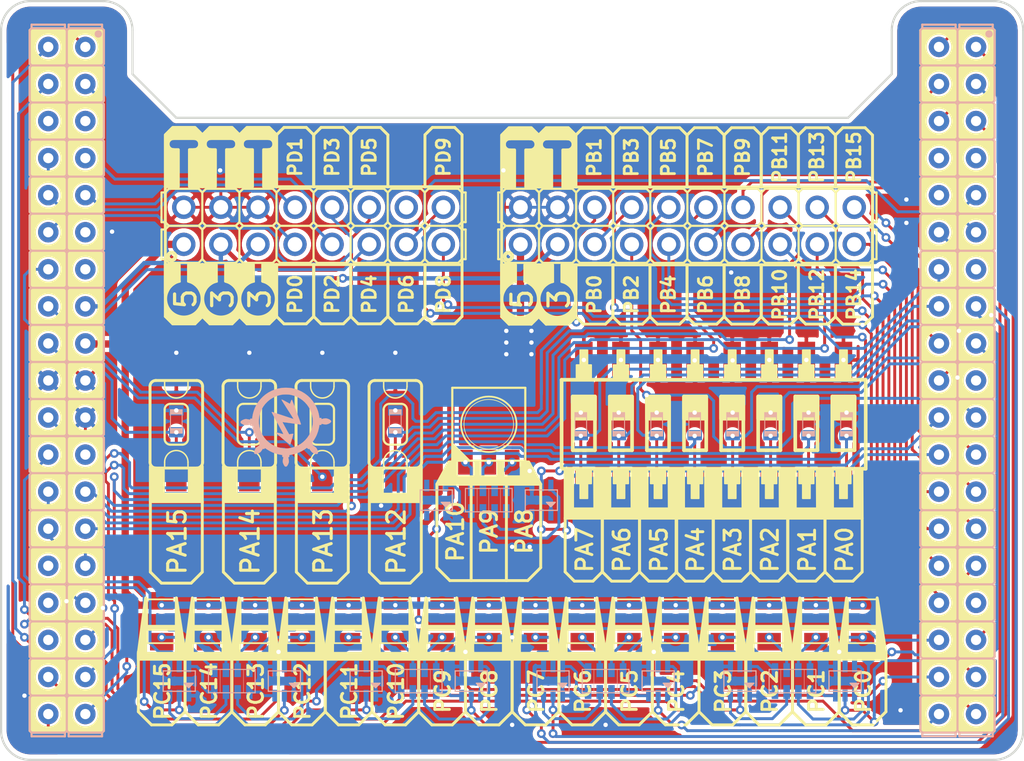
<source format=kicad_pcb>
(kicad_pcb (version 20171130) (host pcbnew "(5.1.9)-1")
  (layers (0 F.Cu signal) (31 B.Cu signal) (34 B.Paste user hide) (35 F.Paste user hide) (36 B.SilkS user) (37 F.SilkS user) (38 B.Mask user hide) (39 F.Mask user) (44 Edge.Cuts user))
  (net 0 "")
  (net 1 GND)
  (net 2 PA0)
  (net 3 PA1)
  (net 4 PA4)
  (net 5 +5V)
  (net 6 +3V3)
  (net 7 PA2)
  (net 8 PC0)
  (net 9 PA7)
  (net 10 PC1)
  (net 11 PA6)
  (net 12 PA3)
  (net 13 PA5)
  (net 14 PB1)
  (net 15 PA15)
  (net 16 PA13)
  (net 17 PA14)
  (net 18 PB4)
  (net 19 PB5)
  (net 20 PB3)
  (net 21 PA10)
  (net 22 PA8)
  (net 23 PA9)
  (net 24 PB2)
  (net 25 PB0)
  (net 26 PA12)
  (net 27 PC15)
  (net 28 PB11-PB9)
  (net 29 PC2)
  (net 30 PB12-PB10)
  (net 31 PC3)
  (net 32 PC14)
  (net 33 PD5)
  (net 34 PC13)
  (net 35 PB7)
  (net 36 PD4)
  (net 37 PD0)
  (net 38 PD1)
  (net 39 PC12)
  (net 40 PD2)
  (net 41 PD3)
  (net 42 PC11)
  (net 43 PB10)
  (net 44 PB13)
  (net 45 PD8)
  (net 46 PC4)
  (net 47 PD9)
  (net 48 PC5)
  (net 49 PB14)
  (net 50 PB15)
  (net 51 PB6)
  (net 52 PC7)
  (net 53 PD6)
  (net 54 PB9)
  (net 55 PB8)
  (net 56 PC6)
  (net 57 PC9)
  (net 58 PC8)
  (net 59 PC10)
  (net 60 "Net-(LED1-Pad1)")
  (net 61 "Net-(LED2-Pad1)")
  (net 62 "Net-(LED3-Pad1)")
  (net 63 "Net-(LED4-Pad1)")
  (net 64 "Net-(LED5-Pad1)")
  (net 65 "Net-(LED6-Pad1)")
  (net 66 "Net-(LED7-Pad1)")
  (net 67 "Net-(LED8-Pad1)")
  (net 68 "Net-(LED9-Pad1)")
  (net 69 "Net-(LED10-Pad1)")
  (net 70 "Net-(LED11-Pad1)")
  (net 71 "Net-(LED12-Pad1)")
  (net 72 "Net-(LED13-Pad1)")
  (net 73 "Net-(LED14-Pad1)")
  (net 74 "Net-(LED15-Pad1)")
  (net 75 "Net-(LED16-Pad1)")
  (net 76 "Net-(R1-Pad4)")
  (net 77 "Net-(R1-Pad6)")
  (net 78 "Net-(R1-Pad8)")
  (net 79 "Net-(R1-Pad2)")
  (net 80 "Net-(R2-Pad2)")
  (net 81 "Net-(R2-Pad8)")
  (net 82 "Net-(R2-Pad6)")
  (net 83 "Net-(R2-Pad4)")
  (net 84 "Net-(R3-Pad2)")
  (net 85 "Net-(R3-Pad8)")
  (net 86 "Net-(R3-Pad6)")
  (net 87 "Net-(R3-Pad4)")
  (net 88 "Net-(R4-Pad2)")
  (net 89 "Net-(R4-Pad8)")
  (net 90 "Net-(R4-Pad6)")
  (net 91 "Net-(R4-Pad4)")
  (net 92 "Net-(R5-Pad2)")
  (net 93 "Net-(R5-Pad6)")
  (net 94 "Net-(R5-Pad4)")
  (net 95 "Net-(R5-Pad3)")
  (net 96 "Net-(R5-Pad5)")
  (net 97 "Net-(R5-Pad1)")
  (module Image:Mask (layer F.Cu) (at 79.5 40)
    (fp_text reference IMG hide)
    (fp_text value Mask hide)
  )
  (module Image:Mask (layer F.Cu) (at 18.5 40)
    (fp_text reference IMG hide)
    (fp_text value Mask hide)
  )
  (module Image:DIP (layer F.Cu) (at 71.7 48.8)
    (fp_text reference PA0 (at 0.0635 2.794 270) (layer F.SilkS) (effects (font (size 1.1 1.1) (thickness 0.2))))
    (fp_text value LAB hide)
  )
  (module Image:DIP (layer F.Cu) (at 69.15 48.8)
    (fp_text reference PA1 (at 0.0635 2.794 270) (layer F.SilkS) (effects (font (size 1.1 1.1) (thickness 0.2))))
    (fp_text value LAB hide)
  )
  (module Image:DIP (layer F.Cu) (at 66.6 48.8)
    (fp_text reference PA2 (at 0.0635 2.794 270) (layer F.SilkS) (effects (font (size 1.1 1.1) (thickness 0.2))))
    (fp_text value LAB hide)
  )
  (module Image:DIP (layer F.Cu) (at 64.05 48.8)
    (fp_text reference PA3 (at 0.0635 2.794 270) (layer F.SilkS) (effects (font (size 1.1 1.1) (thickness 0.2))))
    (fp_text value LAB hide)
  )
  (module Image:DIP (layer F.Cu) (at 61.5 48.8)
    (fp_text reference PA4 (at 0.0635 2.794 270) (layer F.SilkS) (effects (font (size 1.1 1.1) (thickness 0.2))))
    (fp_text value LAB hide)
  )
  (module Image:DIP (layer F.Cu) (at 59 48.8)
    (fp_text reference PA5 (at 0.0635 2.794 270) (layer F.SilkS) (effects (font (size 1.1 1.1) (thickness 0.2))))
    (fp_text value LAB hide)
  )
  (module Image:DIP (layer F.Cu) (at 56.45 48.8)
    (fp_text reference PA6 (at 0.0635 2.794 270) (layer F.SilkS) (effects (font (size 1.1 1.1) (thickness 0.2))))
    (fp_text value LAB hide)
  )
  (module Image:DIP (layer F.Cu) (at 53.9 48.8)
    (fp_text reference PA7 (at 0.0635 2.794 270) (layer F.SilkS) (effects (font (size 1.1 1.1) (thickness 0.2))))
    (fp_text value LAB hide)
  )
  (module Image:RGB (layer F.Cu) (at 47.4 46.6)
    (fp_text reference PA10 (at -2.286 3.7465 90) (layer F.SilkS) (effects (font (size 1.1 1.1) (thickness 0.2))))
    (fp_text value PA9 (at 0.0254 3.7465 90) (layer F.SilkS) (effects (font (size 1.1 1.1) (thickness 0.2))))
    (fp_text user PA8 (at 2.4257 3.7465 90) (layer F.SilkS) (effects (font (size 1.1 1.1) (thickness 0.2))))
  )
  (module Image:LED (layer F.Cu) (at 25 58.6)
    (fp_text reference PC15 (at 0.05 2.7 90) (layer F.SilkS) (effects (font (thickness 0.2))))
    (fp_text value LAB hide)
  )
  (module Image:LED (layer F.Cu) (at 28.2 58.6)
    (fp_text reference PC14 (at 0.05 2.7 90) (layer F.SilkS) (effects (font (thickness 0.2))))
    (fp_text value LAB hide)
  )
  (module Image:LED (layer F.Cu) (at 31.4 58.6)
    (fp_text reference PC13 (at 0.05 2.7 90) (layer F.SilkS) (effects (font (thickness 0.2))))
    (fp_text value LAB hide)
  )
  (module Image:LED (layer F.Cu) (at 34.6 58.6)
    (fp_text reference PC12 (at 0.05 2.7 90) (layer F.SilkS) (effects (font (thickness 0.2))))
    (fp_text value LAB hide)
  )
  (module Image:LED (layer F.Cu) (at 37.8 58.6)
    (fp_text reference PC11 (at 0.05 2.7 90) (layer F.SilkS) (effects (font (thickness 0.2))))
    (fp_text value LAB hide)
  )
  (module Image:LED (layer F.Cu) (at 41 58.6)
    (fp_text reference PC10 (at 0.05 2.7 90) (layer F.SilkS) (effects (font (thickness 0.2))))
    (fp_text value LAB hide)
  )
  (module Image:LED (layer F.Cu) (at 44.2 58.6)
    (fp_text reference PC9 (at 0.05 2.7 90) (layer F.SilkS) (effects (font (thickness 0.2))))
    (fp_text value LAB hide)
  )
  (module Image:LED (layer F.Cu) (at 47.4 58.6)
    (fp_text reference PC8 (at 0.05 2.7 90) (layer F.SilkS) (effects (font (thickness 0.2))))
    (fp_text value LAB hide)
  )
  (module Image:LED (layer F.Cu) (at 50.6 58.6)
    (fp_text reference PC7 (at 0.05 2.7 90) (layer F.SilkS) (effects (font (thickness 0.2))))
    (fp_text value LAB hide)
  )
  (module Image:LED (layer F.Cu) (at 53.8 58.6)
    (fp_text reference PC6 (at 0.05 2.7 90) (layer F.SilkS) (effects (font (thickness 0.2))))
    (fp_text value LAB hide)
  )
  (module Image:LED (layer F.Cu) (at 57 58.6)
    (fp_text reference PC5 (at 0.05 2.7 90) (layer F.SilkS) (effects (font (thickness 0.2))))
    (fp_text value LAB hide)
  )
  (module Image:LED (layer F.Cu) (at 60.2 58.6)
    (fp_text reference PC4 (at 0.05 2.7 90) (layer F.SilkS) (effects (font (thickness 0.2))))
    (fp_text value LAB hide)
  )
  (module Image:LED (layer F.Cu) (at 63.4 58.6)
    (fp_text reference PC3 (at 0.05 2.7 90) (layer F.SilkS) (effects (font (thickness 0.2))))
    (fp_text value LAB hide)
  )
  (module Image:LED (layer F.Cu) (at 66.6 58.6)
    (fp_text reference PC2 (at 0.05 2.7 90) (layer F.SilkS) (effects (font (thickness 0.2))))
    (fp_text value LAB hide)
  )
  (module Image:LED (layer F.Cu) (at 69.8 58.6)
    (fp_text reference PC1 (at 0.05 2.7 90) (layer F.SilkS) (effects (font (thickness 0.2))))
    (fp_text value LAB hide)
  )
  (module Image:LED (layer F.Cu) (at 73 58.6)
    (fp_text reference PC0 (at 0.05 2.7 90) (layer F.SilkS) (effects (font (thickness 0.2))))
    (fp_text value LAB hide)
  )
  (module Image:Header-GND (layer F.Cu) (at 52.089 26.74 180)
    (fp_text reference GND hide)
    (fp_text value LAB hide)
  )
  (module Image:Header-GND (layer F.Cu) (at 49.549 26.74 180)
    (fp_text reference GND hide)
    (fp_text value LAB hide)
  )
  (module Image:Header-GND (layer F.Cu) (at 26.518 26.721 180)
    (fp_text reference GND hide)
    (fp_text value LAB hide)
  )
  (module Image:Header-GND (layer F.Cu) (at 29.058 26.721 180)
    (fp_text reference GND hide)
    (fp_text value LAB hide)
  )
  (module Image:Header-GND (layer F.Cu) (at 31.598 26.721 180)
    (fp_text reference GND hide)
    (fp_text value LAB hide)
  )
  (module Image:Header-VCC (layer F.Cu) (at 52.089 32.074)
    (fp_text reference 3 (at 0.127 2.3495 90) (layer F.SilkS) (effects (font (size 1.4 1.4) (thickness 0.22))))
    (fp_text value LAB hide)
  )
  (module Image:Header-VCC (layer F.Cu) (at 49.549 32.074)
    (fp_text reference 5 (at 0.127 2.3495 90) (layer F.SilkS) (effects (font (size 1.4 1.4) (thickness 0.22))))
    (fp_text value LAB hide)
  )
  (module Image:Header-VCC (layer F.Cu) (at 31.598 32.055)
    (fp_text reference 3 (at 0.127 2.3495 90) (layer F.SilkS) (effects (font (size 1.4 1.4) (thickness 0.22))))
    (fp_text value LAB hide)
  )
  (module Image:Header-VCC (layer F.Cu) (at 29.058 32.055)
    (fp_text reference 3 (at 0.127 2.3495 90) (layer F.SilkS) (effects (font (size 1.4 1.4) (thickness 0.22))))
    (fp_text value LAB hide)
  )
  (module Image:Header-VCC (layer F.Cu) (at 26.518 32.055)
    (fp_text reference 5 (at 0.127 2.3495 90) (layer F.SilkS) (effects (font (size 1.4 1.4) (thickness 0.22))))
    (fp_text value LAB hide)
  )
  (module Image:Header (layer F.Cu) (at 72.409 32.074)
    (fp_text reference PB14 (at 0 2.032 90) (layer F.SilkS) (effects (font (size 0.9 0.9) (thickness 0.19))))
    (fp_text value LAB hide)
  )
  (module Image:Header (layer F.Cu) (at 69.869 26.74 180)
    (fp_text reference PB13 (at 0 2.032 90) (layer F.SilkS) (effects (font (size 0.9 0.9) (thickness 0.19))))
    (fp_text value LAB hide)
  )
  (module Image:Header (layer F.Cu) (at 72.409 26.74 180)
    (fp_text reference PB15 (at 0 2.032 90) (layer F.SilkS) (effects (font (size 0.9 0.9) (thickness 0.19))))
    (fp_text value LAB hide)
  )
  (module Image:Header (layer F.Cu) (at 69.869 32.074)
    (fp_text reference PB12 (at 0 2.032 90) (layer F.SilkS) (effects (font (size 0.9 0.9) (thickness 0.19))))
    (fp_text value LAB hide)
  )
  (module Image:Header (layer F.Cu) (at 67.329 32.074)
    (fp_text reference PB10 (at 0 2.032 90) (layer F.SilkS) (effects (font (size 0.9 0.9) (thickness 0.19))))
    (fp_text value LAB hide)
  )
  (module Image:Header (layer F.Cu) (at 54.629 26.74 180)
    (fp_text reference PB1 (at 0 2.032 90) (layer F.SilkS) (effects (font (size 0.9 0.9) (thickness 0.19))))
    (fp_text value LAB hide)
  )
  (module Image:Header (layer F.Cu) (at 57.169 26.74 180)
    (fp_text reference PB3 (at 0 2.032 90) (layer F.SilkS) (effects (font (size 0.9 0.9) (thickness 0.19))))
    (fp_text value LAB hide)
  )
  (module Image:Header (layer F.Cu) (at 59.709 26.74 180)
    (fp_text reference PB5 (at 0 2.032 90) (layer F.SilkS) (effects (font (size 0.9 0.9) (thickness 0.19))))
    (fp_text value LAB hide)
  )
  (module Image:Header (layer F.Cu) (at 64.789 26.74 180)
    (fp_text reference PB9 (at 0 2.032 90) (layer F.SilkS) (effects (font (size 0.9 0.9) (thickness 0.19))))
    (fp_text value LAB hide)
  )
  (module Image:Header (layer F.Cu) (at 62.249 26.74 180)
    (fp_text reference PB7 (at 0 2.032 90) (layer F.SilkS) (effects (font (size 0.9 0.9) (thickness 0.19))))
    (fp_text value LAB hide)
  )
  (module Image:Header (layer F.Cu) (at 67.329 26.74 180)
    (fp_text reference PB11 (at 0 2.032 90) (layer F.SilkS) (effects (font (size 0.9 0.9) (thickness 0.19))))
    (fp_text value LAB hide)
  )
  (module Image:Header (layer F.Cu) (at 64.789 32.074)
    (fp_text reference PB8 (at 0 2.032 90) (layer F.SilkS) (effects (font (size 0.9 0.9) (thickness 0.19))))
    (fp_text value LAB hide)
  )
  (module Image:Header (layer F.Cu) (at 62.249 32.074)
    (fp_text reference PB6 (at 0 2.032 90) (layer F.SilkS) (effects (font (size 0.9 0.9) (thickness 0.19))))
    (fp_text value LAB hide)
  )
  (module Image:Header (layer F.Cu) (at 57.169 32.074)
    (fp_text reference PB2 (at 0 2.032 90) (layer F.SilkS) (effects (font (size 0.9 0.9) (thickness 0.19))))
    (fp_text value LAB hide)
  )
  (module Image:Header (layer F.Cu) (at 59.709 32.074)
    (fp_text reference PB4 (at 0 2.032 90) (layer F.SilkS) (effects (font (size 0.9 0.9) (thickness 0.19))))
    (fp_text value LAB hide)
  )
  (module Image:Header (layer F.Cu) (at 54.629 32.074)
    (fp_text reference PB0 (at 0 2.032 90) (layer F.SilkS) (effects (font (size 0.9 0.9) (thickness 0.19))))
    (fp_text value LAB hide)
  )
  (module Image:Header (layer F.Cu) (at 34.138 26.721 180)
    (fp_text reference PD1 (at 0 2.032 90) (layer F.SilkS) (effects (font (size 0.9 0.9) (thickness 0.19))))
    (fp_text value LAB hide)
  )
  (module Image:Header (layer F.Cu) (at 36.678 26.721 180)
    (fp_text reference PD3 (at 0 2.032 90) (layer F.SilkS) (effects (font (size 0.9 0.9) (thickness 0.19))))
    (fp_text value LAB hide)
  )
  (module Image:Header (layer F.Cu) (at 39.218 26.721 180)
    (fp_text reference PD5 (at 0 2.032 90) (layer F.SilkS) (effects (font (size 0.9 0.9) (thickness 0.19))))
    (fp_text value LAB hide)
  )
  (module Image:Header (layer F.Cu) (at 44.298 26.721 180)
    (fp_text reference PD9 (at 0 2.032 90) (layer F.SilkS) (effects (font (size 0.9 0.9) (thickness 0.19))))
    (fp_text value LAB hide)
  )
  (module Image:Header (layer F.Cu) (at 44.298 32.055)
    (fp_text reference PD8 (at 0 2.032 90) (layer F.SilkS) (effects (font (size 0.9 0.9) (thickness 0.19))))
    (fp_text value LAB hide)
  )
  (module Image:Header (layer F.Cu) (at 41.758 32.055)
    (fp_text reference PD6 (at 0 2.032 90) (layer F.SilkS) (effects (font (size 0.9 0.9) (thickness 0.19))))
    (fp_text value LAB hide)
  )
  (module Image:Header (layer F.Cu) (at 39.218 32.055)
    (fp_text reference PD4 (at 0 2.032 90) (layer F.SilkS) (effects (font (size 0.9 0.9) (thickness 0.19))))
    (fp_text value LAB hide)
  )
  (module Image:Header (layer F.Cu) (at 36.678 32.055)
    (fp_text reference PD2 (at 0 2.032 90) (layer F.SilkS) (effects (font (size 0.9 0.9) (thickness 0.19))))
    (fp_text value LAB hide)
  )
  (module Image:Header (layer F.Cu) (at 34.138 32.055)
    (fp_text reference PD0 (at 0 2.032 90) (layer F.SilkS) (effects (font (size 0.9 0.9) (thickness 0.19))))
    (fp_text value LAB hide)
  )
  (module Image:Button (layer F.Cu) (at 41 48.3)
    (fp_text reference PA12 (at 0.0635 2.7305 90) (layer F.SilkS) (effects (font (size 1.2 1.2) (thickness 0.21))))
    (fp_text value LAB hide)
  )
  (module Image:Button (layer F.Cu) (at 36 48.3)
    (fp_text reference PA13 (at 0.0635 2.7305 90) (layer F.SilkS) (effects (font (size 1.2 1.2) (thickness 0.21))))
    (fp_text value LAB hide)
  )
  (module Image:Button (layer F.Cu) (at 31 48.3)
    (fp_text reference PA14 (at 0.0635 2.7305 90) (layer F.SilkS) (effects (font (size 1.2 1.2) (thickness 0.21))))
    (fp_text value LAB hide)
  )
  (module Image:Button (layer F.Cu) (at 26 48.3)
    (fp_text reference PA15 (at 0.0635 2.7305 90) (layer F.SilkS) (effects (font (size 1.2 1.2) (thickness 0.21))))
    (fp_text value LAB hide)
  )
  (module Image:Logo (layer B.Cu) (at 33.5 43.2 180)
    (fp_text reference IMG hide)
    (fp_text value LOGO hide)
  )
  (module SOT-SMD:SOT363-6 (layer B.Cu) (at 43.8 48.2 90)
    (fp_text reference T10)
    (fp_text value BCR108)
    (pad 2 smd rect (at -1 0 90) (size 0.8 0.35) (layers B.Cu B.Paste B.Mask) (net 21 PA10))
    (pad 1 smd rect (at -1 0.65 90) (size 0.8 0.35) (layers B.Cu B.Paste B.Mask) (net 1 GND))
    (pad 3 smd rect (at -1 -0.65 90) (size 0.8 0.35) (layers B.Cu B.Paste B.Mask))
    (pad 4 smd rect (at 1 -0.65 90) (size 0.8 0.35) (layers B.Cu B.Paste B.Mask))
    (pad 6 smd rect (at 1 0.65 90) (size 0.8 0.35) (layers B.Cu B.Paste B.Mask) (net 92 "Net-(R5-Pad2)"))
    (pad 5 smd rect (at 1 0 90) (size 0.8 0.35) (layers B.Cu B.Paste B.Mask))
  )
  (module SOT-SMD:SOT363-6 (layer B.Cu) (at 51 48.2 90)
    (fp_text reference T9)
    (fp_text value BCR108)
    (pad 2 smd rect (at -1 0 90) (size 0.8 0.35) (layers B.Cu B.Paste B.Mask) (net 22 PA8))
    (pad 1 smd rect (at -1 0.65 90) (size 0.8 0.35) (layers B.Cu B.Paste B.Mask) (net 1 GND))
    (pad 3 smd rect (at -1 -0.65 90) (size 0.8 0.35) (layers B.Cu B.Paste B.Mask) (net 93 "Net-(R5-Pad6)"))
    (pad 4 smd rect (at 1 -0.65 90) (size 0.8 0.35) (layers B.Cu B.Paste B.Mask) (net 1 GND))
    (pad 6 smd rect (at 1 0.65 90) (size 0.8 0.35) (layers B.Cu B.Paste B.Mask) (net 94 "Net-(R5-Pad4)"))
    (pad 5 smd rect (at 1 0 90) (size 0.8 0.35) (layers B.Cu B.Paste B.Mask) (net 23 PA9))
  )
  (module SOT-SMD:SOT363-6 (layer B.Cu) (at 26.2 60.6 90)
    (fp_text reference T8)
    (fp_text value BCR108)
    (pad 2 smd rect (at -1 0 90) (size 0.8 0.35) (layers B.Cu B.Paste B.Mask) (net 27 PC15))
    (pad 1 smd rect (at -1 0.65 90) (size 0.8 0.35) (layers B.Cu B.Paste B.Mask) (net 1 GND))
    (pad 3 smd rect (at -1 -0.65 90) (size 0.8 0.35) (layers B.Cu B.Paste B.Mask) (net 91 "Net-(R4-Pad4)"))
    (pad 4 smd rect (at 1 -0.65 90) (size 0.8 0.35) (layers B.Cu B.Paste B.Mask) (net 1 GND))
    (pad 6 smd rect (at 1 0.65 90) (size 0.8 0.35) (layers B.Cu B.Paste B.Mask) (net 88 "Net-(R4-Pad2)"))
    (pad 5 smd rect (at 1 0 90) (size 0.8 0.35) (layers B.Cu B.Paste B.Mask) (net 32 PC14))
  )
  (module SOT-SMD:SOT363-6 (layer B.Cu) (at 33.4 60.6 90)
    (fp_text reference T7)
    (fp_text value BCR108)
    (pad 2 smd rect (at -1 0 90) (size 0.8 0.35) (layers B.Cu B.Paste B.Mask) (net 34 PC13))
    (pad 1 smd rect (at -1 0.65 90) (size 0.8 0.35) (layers B.Cu B.Paste B.Mask) (net 1 GND))
    (pad 3 smd rect (at -1 -0.65 90) (size 0.8 0.35) (layers B.Cu B.Paste B.Mask) (net 89 "Net-(R4-Pad8)"))
    (pad 4 smd rect (at 1 -0.65 90) (size 0.8 0.35) (layers B.Cu B.Paste B.Mask) (net 1 GND))
    (pad 6 smd rect (at 1 0.65 90) (size 0.8 0.35) (layers B.Cu B.Paste B.Mask) (net 90 "Net-(R4-Pad6)"))
    (pad 5 smd rect (at 1 0 90) (size 0.8 0.35) (layers B.Cu B.Paste B.Mask) (net 39 PC12))
  )
  (module SOT-SMD:SOT363-6 (layer B.Cu) (at 39 60.6 90)
    (fp_text reference T6)
    (fp_text value BCR108)
    (pad 2 smd rect (at -1 0 90) (size 0.8 0.35) (layers B.Cu B.Paste B.Mask) (net 42 PC11))
    (pad 1 smd rect (at -1 0.65 90) (size 0.8 0.35) (layers B.Cu B.Paste B.Mask) (net 1 GND))
    (pad 3 smd rect (at -1 -0.65 90) (size 0.8 0.35) (layers B.Cu B.Paste B.Mask) (net 87 "Net-(R3-Pad4)"))
    (pad 4 smd rect (at 1 -0.65 90) (size 0.8 0.35) (layers B.Cu B.Paste B.Mask) (net 1 GND))
    (pad 6 smd rect (at 1 0.65 90) (size 0.8 0.35) (layers B.Cu B.Paste B.Mask) (net 84 "Net-(R3-Pad2)"))
    (pad 5 smd rect (at 1 0 90) (size 0.8 0.35) (layers B.Cu B.Paste B.Mask) (net 59 PC10))
  )
  (module SOT-SMD:SOT363-6 (layer B.Cu) (at 46.2 60.6 90)
    (fp_text reference T5)
    (fp_text value BCR108)
    (pad 2 smd rect (at -1 0 90) (size 0.8 0.35) (layers B.Cu B.Paste B.Mask) (net 57 PC9))
    (pad 1 smd rect (at -1 0.65 90) (size 0.8 0.35) (layers B.Cu B.Paste B.Mask) (net 1 GND))
    (pad 3 smd rect (at -1 -0.65 90) (size 0.8 0.35) (layers B.Cu B.Paste B.Mask) (net 85 "Net-(R3-Pad8)"))
    (pad 4 smd rect (at 1 -0.65 90) (size 0.8 0.35) (layers B.Cu B.Paste B.Mask) (net 1 GND))
    (pad 6 smd rect (at 1 0.65 90) (size 0.8 0.35) (layers B.Cu B.Paste B.Mask) (net 86 "Net-(R3-Pad6)"))
    (pad 5 smd rect (at 1 0 90) (size 0.8 0.35) (layers B.Cu B.Paste B.Mask) (net 58 PC8))
  )
  (module SOT-SMD:SOT363-6 (layer B.Cu) (at 51.8 60.6 90)
    (fp_text reference T4)
    (fp_text value BCR108)
    (pad 2 smd rect (at -1 0 90) (size 0.8 0.35) (layers B.Cu B.Paste B.Mask) (net 52 PC7))
    (pad 1 smd rect (at -1 0.65 90) (size 0.8 0.35) (layers B.Cu B.Paste B.Mask) (net 1 GND))
    (pad 3 smd rect (at -1 -0.65 90) (size 0.8 0.35) (layers B.Cu B.Paste B.Mask) (net 83 "Net-(R2-Pad4)"))
    (pad 4 smd rect (at 1 -0.65 90) (size 0.8 0.35) (layers B.Cu B.Paste B.Mask) (net 1 GND))
    (pad 6 smd rect (at 1 0.65 90) (size 0.8 0.35) (layers B.Cu B.Paste B.Mask) (net 80 "Net-(R2-Pad2)"))
    (pad 5 smd rect (at 1 0 90) (size 0.8 0.35) (layers B.Cu B.Paste B.Mask) (net 56 PC6))
  )
  (module SOT-SMD:SOT363-6 (layer B.Cu) (at 59 60.6 90)
    (fp_text reference T3)
    (fp_text value BCR108)
    (pad 2 smd rect (at -1 0 90) (size 0.8 0.35) (layers B.Cu B.Paste B.Mask) (net 48 PC5))
    (pad 1 smd rect (at -1 0.65 90) (size 0.8 0.35) (layers B.Cu B.Paste B.Mask) (net 1 GND))
    (pad 3 smd rect (at -1 -0.65 90) (size 0.8 0.35) (layers B.Cu B.Paste B.Mask) (net 81 "Net-(R2-Pad8)"))
    (pad 4 smd rect (at 1 -0.65 90) (size 0.8 0.35) (layers B.Cu B.Paste B.Mask) (net 1 GND))
    (pad 6 smd rect (at 1 0.65 90) (size 0.8 0.35) (layers B.Cu B.Paste B.Mask) (net 82 "Net-(R2-Pad6)"))
    (pad 5 smd rect (at 1 0 90) (size 0.8 0.35) (layers B.Cu B.Paste B.Mask) (net 46 PC4))
  )
  (module SOT-SMD:SOT363-6 (layer B.Cu) (at 64.6 60.6 90)
    (fp_text reference T2)
    (fp_text value BCR108)
    (pad 2 smd rect (at -1 0 90) (size 0.8 0.35) (layers B.Cu B.Paste B.Mask) (net 31 PC3))
    (pad 1 smd rect (at -1 0.65 90) (size 0.8 0.35) (layers B.Cu B.Paste B.Mask) (net 1 GND))
    (pad 3 smd rect (at -1 -0.65 90) (size 0.8 0.35) (layers B.Cu B.Paste B.Mask) (net 76 "Net-(R1-Pad4)"))
    (pad 4 smd rect (at 1 -0.65 90) (size 0.8 0.35) (layers B.Cu B.Paste B.Mask) (net 1 GND))
    (pad 6 smd rect (at 1 0.65 90) (size 0.8 0.35) (layers B.Cu B.Paste B.Mask) (net 79 "Net-(R1-Pad2)"))
    (pad 5 smd rect (at 1 0 90) (size 0.8 0.35) (layers B.Cu B.Paste B.Mask) (net 29 PC2))
  )
  (module SOT-SMD:SOT363-6 (layer B.Cu) (at 71.8 60.6 90)
    (fp_text reference T1)
    (fp_text value BCR108)
    (pad 2 smd rect (at -1 0 90) (size 0.8 0.35) (layers B.Cu B.Paste B.Mask) (net 10 PC1))
    (pad 1 smd rect (at -1 0.65 90) (size 0.8 0.35) (layers B.Cu B.Paste B.Mask) (net 1 GND))
    (pad 3 smd rect (at -1 -0.65 90) (size 0.8 0.35) (layers B.Cu B.Paste B.Mask) (net 78 "Net-(R1-Pad8)"))
    (pad 4 smd rect (at 1 -0.65 90) (size 0.8 0.35) (layers B.Cu B.Paste B.Mask) (net 1 GND))
    (pad 6 smd rect (at 1 0.65 90) (size 0.8 0.35) (layers B.Cu B.Paste B.Mask) (net 77 "Net-(R1-Pad6)"))
    (pad 5 smd rect (at 1 0 90) (size 0.8 0.35) (layers B.Cu B.Paste B.Mask) (net 8 PC0))
  )
  (module LED:PLCC2-3020 (layer F.Cu) (at 73 56.5 90)
    (fp_text reference LED1)
    (fp_text value 3020 hide)
    (pad 2 smd rect (at 1.4 0 90) (size 1.2 1.6) (layers F.Cu F.Paste F.Mask) (net 5 +5V))
    (pad 1 smd rect (at -1.4 0 90) (size 1.2 1.6) (layers F.Cu F.Paste F.Mask) (net 60 "Net-(LED1-Pad1)"))
  )
  (module LED:PLCC2-3020 (layer F.Cu) (at 69.8 56.5 90)
    (fp_text reference LED2)
    (fp_text value 3020 hide)
    (pad 2 smd rect (at 1.4 0 90) (size 1.2 1.6) (layers F.Cu F.Paste F.Mask) (net 5 +5V))
    (pad 1 smd rect (at -1.4 0 90) (size 1.2 1.6) (layers F.Cu F.Paste F.Mask) (net 61 "Net-(LED2-Pad1)"))
  )
  (module LED:PLCC2-3020 (layer F.Cu) (at 66.6 56.5 90)
    (fp_text reference LED3)
    (fp_text value 3020 hide)
    (pad 2 smd rect (at 1.4 0 90) (size 1.2 1.6) (layers F.Cu F.Paste F.Mask) (net 5 +5V))
    (pad 1 smd rect (at -1.4 0 90) (size 1.2 1.6) (layers F.Cu F.Paste F.Mask) (net 62 "Net-(LED3-Pad1)"))
  )
  (module LED:PLCC2-3020 (layer F.Cu) (at 63.4 56.5 90)
    (fp_text reference LED4)
    (fp_text value 3020 hide)
    (pad 2 smd rect (at 1.4 0 90) (size 1.2 1.6) (layers F.Cu F.Paste F.Mask) (net 5 +5V))
    (pad 1 smd rect (at -1.4 0 90) (size 1.2 1.6) (layers F.Cu F.Paste F.Mask) (net 63 "Net-(LED4-Pad1)"))
  )
  (module LED:PLCC2-3020 (layer F.Cu) (at 60.2 56.5 90)
    (fp_text reference LED5)
    (fp_text value 3020 hide)
    (pad 2 smd rect (at 1.4 0 90) (size 1.2 1.6) (layers F.Cu F.Paste F.Mask) (net 5 +5V))
    (pad 1 smd rect (at -1.4 0 90) (size 1.2 1.6) (layers F.Cu F.Paste F.Mask) (net 64 "Net-(LED5-Pad1)"))
  )
  (module LED:PLCC2-3020 (layer F.Cu) (at 57 56.5 90)
    (fp_text reference LED6)
    (fp_text value 3020 hide)
    (pad 2 smd rect (at 1.4 0 90) (size 1.2 1.6) (layers F.Cu F.Paste F.Mask) (net 5 +5V))
    (pad 1 smd rect (at -1.4 0 90) (size 1.2 1.6) (layers F.Cu F.Paste F.Mask) (net 65 "Net-(LED6-Pad1)"))
  )
  (module LED:PLCC2-3020 (layer F.Cu) (at 53.8 56.5 90)
    (fp_text reference LED7)
    (fp_text value 3020 hide)
    (pad 2 smd rect (at 1.4 0 90) (size 1.2 1.6) (layers F.Cu F.Paste F.Mask) (net 5 +5V))
    (pad 1 smd rect (at -1.4 0 90) (size 1.2 1.6) (layers F.Cu F.Paste F.Mask) (net 66 "Net-(LED7-Pad1)"))
  )
  (module LED:PLCC2-3020 (layer F.Cu) (at 50.6 56.5 90)
    (fp_text reference LED8)
    (fp_text value 3020 hide)
    (pad 2 smd rect (at 1.4 0 90) (size 1.2 1.6) (layers F.Cu F.Paste F.Mask) (net 5 +5V))
    (pad 1 smd rect (at -1.4 0 90) (size 1.2 1.6) (layers F.Cu F.Paste F.Mask) (net 67 "Net-(LED8-Pad1)"))
  )
  (module LED:PLCC2-3020 (layer F.Cu) (at 47.4 56.5 90)
    (fp_text reference LED9)
    (fp_text value 3020 hide)
    (pad 2 smd rect (at 1.4 0 90) (size 1.2 1.6) (layers F.Cu F.Paste F.Mask) (net 5 +5V))
    (pad 1 smd rect (at -1.4 0 90) (size 1.2 1.6) (layers F.Cu F.Paste F.Mask) (net 68 "Net-(LED9-Pad1)"))
  )
  (module LED:PLCC2-3020 (layer F.Cu) (at 44.2 56.5 90)
    (fp_text reference LED10)
    (fp_text value 3020 hide)
    (pad 2 smd rect (at 1.4 0 90) (size 1.2 1.6) (layers F.Cu F.Paste F.Mask) (net 5 +5V))
    (pad 1 smd rect (at -1.4 0 90) (size 1.2 1.6) (layers F.Cu F.Paste F.Mask) (net 69 "Net-(LED10-Pad1)"))
  )
  (module LED:PLCC2-3020 (layer F.Cu) (at 41 56.5 90)
    (fp_text reference LED11)
    (fp_text value 3020 hide)
    (pad 2 smd rect (at 1.4 0 90) (size 1.2 1.6) (layers F.Cu F.Paste F.Mask) (net 5 +5V))
    (pad 1 smd rect (at -1.4 0 90) (size 1.2 1.6) (layers F.Cu F.Paste F.Mask) (net 70 "Net-(LED11-Pad1)"))
  )
  (module LED:PLCC2-3020 (layer F.Cu) (at 37.8 56.5 90)
    (fp_text reference LED12)
    (fp_text value 3020 hide)
    (pad 2 smd rect (at 1.4 0 90) (size 1.2 1.6) (layers F.Cu F.Paste F.Mask) (net 5 +5V))
    (pad 1 smd rect (at -1.4 0 90) (size 1.2 1.6) (layers F.Cu F.Paste F.Mask) (net 71 "Net-(LED12-Pad1)"))
  )
  (module LED:PLCC2-3020 (layer F.Cu) (at 34.6 56.5 90)
    (fp_text reference LED13)
    (fp_text value 3020 hide)
    (pad 2 smd rect (at 1.4 0 90) (size 1.2 1.6) (layers F.Cu F.Paste F.Mask) (net 5 +5V))
    (pad 1 smd rect (at -1.4 0 90) (size 1.2 1.6) (layers F.Cu F.Paste F.Mask) (net 72 "Net-(LED13-Pad1)"))
  )
  (module LED:PLCC2-3020 (layer F.Cu) (at 31.4 56.5 90)
    (fp_text reference LED14)
    (fp_text value 3020 hide)
    (pad 2 smd rect (at 1.4 0 90) (size 1.2 1.6) (layers F.Cu F.Paste F.Mask) (net 5 +5V))
    (pad 1 smd rect (at -1.4 0 90) (size 1.2 1.6) (layers F.Cu F.Paste F.Mask) (net 73 "Net-(LED14-Pad1)"))
  )
  (module LED:PLCC2-3020 (layer F.Cu) (at 28.2 56.5 90)
    (fp_text reference LED15)
    (fp_text value 3020 hide)
    (pad 2 smd rect (at 1.4 0 90) (size 1.2 1.6) (layers F.Cu F.Paste F.Mask) (net 5 +5V))
    (pad 1 smd rect (at -1.4 0 90) (size 1.2 1.6) (layers F.Cu F.Paste F.Mask) (net 74 "Net-(LED15-Pad1)"))
  )
  (module LED:PLCC2-3020 (layer F.Cu) (at 25 56.5 90)
    (fp_text reference LED16)
    (fp_text value 3020 hide)
    (pad 2 smd rect (at 1.4 0 90) (size 1.2 1.6) (layers F.Cu F.Paste F.Mask) (net 5 +5V))
    (pad 1 smd rect (at -1.4 0 90) (size 1.2 1.6) (layers F.Cu F.Paste F.Mask) (net 75 "Net-(LED16-Pad1)"))
  )
  (module LED:PLCC6-5050 (layer F.Cu) (at 47.4 43 270)
    (fp_text reference RGB1)
    (fp_text value 5050)
    (pad 4 smd rect (at 2.6 0 270) (size 1.7 1) (layers F.Cu F.Paste F.Mask) (net 95 "Net-(R5-Pad3)"))
    (pad 3 smd rect (at -2.6 0 270) (size 1.7 1) (layers F.Cu F.Paste F.Mask) (net 5 +5V))
    (pad 6 smd rect (at 2.6 1.6 270) (size 1.7 1) (layers F.Cu F.Paste F.Mask) (net 97 "Net-(R5-Pad1)"))
    (pad 2 smd rect (at 2.6 -1.6 270) (size 1.7 1) (layers F.Cu F.Paste F.Mask) (net 96 "Net-(R5-Pad5)"))
    (pad 5 smd rect (at -2.6 1.6 270) (size 1.7 1) (layers F.Cu F.Paste F.Mask) (net 5 +5V))
    (pad 1 smd rect (at -2.6 -1.6 270) (size 1.7 1) (layers F.Cu F.Paste F.Mask) (net 5 +5V))
  )
  (module Capacitor-SMD:0603 (layer B.Cu) (at 71.9 43 270)
    (fp_text reference C1 hide)
    (fp_text value 1nF)
    (pad 2 smd rect (at 0.75 0 270) (size 0.7 1) (layers B.Cu B.Paste B.Mask) (net 2 PA0))
    (pad 1 smd rect (at -0.75 0 270) (size 0.7 1) (layers B.Cu B.Paste B.Mask) (net 1 GND))
  )
  (module Capacitor-SMD:0603 (layer B.Cu) (at 69.3 43 270)
    (fp_text reference C2 hide)
    (fp_text value 1nF)
    (pad 2 smd rect (at 0.75 0 270) (size 0.7 1) (layers B.Cu B.Paste B.Mask) (net 3 PA1))
    (pad 1 smd rect (at -0.75 0 270) (size 0.7 1) (layers B.Cu B.Paste B.Mask) (net 1 GND))
  )
  (module Capacitor-SMD:0603 (layer B.Cu) (at 66.7 43 270)
    (fp_text reference C3 hide)
    (fp_text value 1nF)
    (pad 2 smd rect (at 0.75 0 270) (size 0.7 1) (layers B.Cu B.Paste B.Mask) (net 7 PA2))
    (pad 1 smd rect (at -0.75 0 270) (size 0.7 1) (layers B.Cu B.Paste B.Mask) (net 1 GND))
  )
  (module Capacitor-SMD:0603 (layer B.Cu) (at 64.1 43 270)
    (fp_text reference C4 hide)
    (fp_text value 1nF)
    (pad 2 smd rect (at 0.75 0 270) (size 0.7 1) (layers B.Cu B.Paste B.Mask) (net 12 PA3))
    (pad 1 smd rect (at -0.75 0 270) (size 0.7 1) (layers B.Cu B.Paste B.Mask) (net 1 GND))
  )
  (module Capacitor-SMD:0603 (layer B.Cu) (at 61.5 43 270)
    (fp_text reference C5 hide)
    (fp_text value 1nF)
    (pad 2 smd rect (at 0.75 0 270) (size 0.7 1) (layers B.Cu B.Paste B.Mask) (net 4 PA4))
    (pad 1 smd rect (at -0.75 0 270) (size 0.7 1) (layers B.Cu B.Paste B.Mask) (net 1 GND))
  )
  (module Capacitor-SMD:0603 (layer B.Cu) (at 58.9 43 270)
    (fp_text reference C6 hide)
    (fp_text value 1nF)
    (pad 2 smd rect (at 0.75 0 270) (size 0.7 1) (layers B.Cu B.Paste B.Mask) (net 13 PA5))
    (pad 1 smd rect (at -0.75 0 270) (size 0.7 1) (layers B.Cu B.Paste B.Mask) (net 1 GND))
  )
  (module Capacitor-SMD:0603 (layer B.Cu) (at 56.3 43 270)
    (fp_text reference C7 hide)
    (fp_text value 1nF)
    (pad 2 smd rect (at 0.75 0 270) (size 0.7 1) (layers B.Cu B.Paste B.Mask) (net 11 PA6))
    (pad 1 smd rect (at -0.75 0 270) (size 0.7 1) (layers B.Cu B.Paste B.Mask) (net 1 GND))
  )
  (module Capacitor-SMD:0603 (layer B.Cu) (at 53.7 43 270)
    (fp_text reference C8 hide)
    (fp_text value 1nF)
    (pad 2 smd rect (at 0.75 0 270) (size 0.7 1) (layers B.Cu B.Paste B.Mask) (net 9 PA7))
    (pad 1 smd rect (at -0.75 0 270) (size 0.7 1) (layers B.Cu B.Paste B.Mask) (net 1 GND))
  )
  (module Capacitor-SMD:0603 (layer B.Cu) (at 41 42.8 270)
    (fp_text reference C9 hide)
    (fp_text value 1nF)
    (pad 2 smd rect (at 0.75 0 270) (size 0.7 1) (layers B.Cu B.Paste B.Mask) (net 26 PA12))
    (pad 1 smd rect (at -0.75 0 270) (size 0.7 1) (layers B.Cu B.Paste B.Mask) (net 1 GND))
  )
  (module Capacitor-SMD:0603 (layer B.Cu) (at 26 42.8 270)
    (fp_text reference C10 hide)
    (fp_text value 1nF)
    (pad 2 smd rect (at 0.75 0 270) (size 0.7 1) (layers B.Cu B.Paste B.Mask) (net 15 PA15))
    (pad 1 smd rect (at -0.75 0 270) (size 0.7 1) (layers B.Cu B.Paste B.Mask) (net 1 GND))
  )
  (module Header:THT-2.54-FS-2x19 (layer B.Cu) (at 18.5 40 180)
    (fp_text reference CN1)
    (fp_text value 2x19 hide)
    (pad 28 thru_hole circle (at 1.27 -10.16 180) (size 1.4 1.4) (drill 0.7) (layers *.Cu *.Mask) (net 27 PC15))
    (pad 29 thru_hole circle (at -1.27 -12.7 180) (size 1.4 1.4) (drill 0.7) (layers *.Cu *.Mask) (net 3 PA1))
    (pad 32 thru_hole circle (at 1.27 -15.24 180) (size 1.4 1.4) (drill 0.7) (layers *.Cu *.Mask))
    (pad 27 thru_hole circle (at -1.27 -10.16 180) (size 1.4 1.4) (drill 0.7) (layers *.Cu *.Mask) (net 2 PA0))
    (pad 30 thru_hole circle (at 1.27 -12.7 180) (size 1.4 1.4) (drill 0.7) (layers *.Cu *.Mask))
    (pad 33 thru_hole circle (at -1.27 -17.78 180) (size 1.4 1.4) (drill 0.7) (layers *.Cu *.Mask) (net 14 PB1))
    (pad 36 thru_hole circle (at 1.27 -20.32 180) (size 1.4 1.4) (drill 0.7) (layers *.Cu *.Mask) (net 29 PC2))
    (pad 35 thru_hole circle (at -1.27 -20.32 180) (size 1.4 1.4) (drill 0.7) (layers *.Cu *.Mask) (net 28 PB11-PB9))
    (pad 38 thru_hole circle (at 1.27 -22.86 180) (size 1.4 1.4) (drill 0.7) (layers *.Cu *.Mask) (net 31 PC3))
    (pad 34 thru_hole circle (at 1.27 -17.78 180) (size 1.4 1.4) (drill 0.7) (layers *.Cu *.Mask))
    (pad 37 thru_hole circle (at -1.27 -22.86 180) (size 1.4 1.4) (drill 0.7) (layers *.Cu *.Mask) (net 30 PB12-PB10))
    (pad 31 thru_hole circle (at -1.27 -15.24 180) (size 1.4 1.4) (drill 0.7) (layers *.Cu *.Mask) (net 4 PA4))
    (pad 6 thru_hole circle (at 1.27 17.78 180) (size 1.4 1.4) (drill 0.7) (layers *.Cu *.Mask))
    (pad 3 thru_hole circle (at -1.27 20.32 180) (size 1.4 1.4) (drill 0.7) (layers *.Cu *.Mask) (net 40 PD2))
    (pad 4 thru_hole circle (at 1.27 20.32 180) (size 1.4 1.4) (drill 0.7) (layers *.Cu *.Mask) (net 39 PC12))
    (pad 11 thru_hole circle (at -1.27 10.16 180) (size 1.4 1.4) (drill 0.7) (layers *.Cu *.Mask))
    (pad 23 thru_hole circle (at -1.27 -5.08 180) (size 1.4 1.4) (drill 0.7) (layers *.Cu *.Mask))
    (pad 1 thru_hole circle (at -1.27 22.86 180) (size 1.4 1.4) (drill 0.7) (layers *.Cu *.Mask) (net 42 PC11))
    (pad 18 thru_hole circle (at 1.27 2.54 180) (size 1.4 1.4) (drill 0.7) (layers *.Cu *.Mask) (net 15 PA15))
    (pad 14 thru_hole circle (at 1.27 7.62 180) (size 1.4 1.4) (drill 0.7) (layers *.Cu *.Mask) (net 16 PA13))
    (pad 2 thru_hole circle (at 1.27 22.86 180) (size 1.4 1.4) (drill 0.7) (layers *.Cu *.Mask) (net 59 PC10))
    (pad 21 thru_hole circle (at -1.27 -2.54 180) (size 1.4 1.4) (drill 0.7) (layers *.Cu *.Mask) (net 1 GND))
    (pad 12 thru_hole circle (at 1.27 10.16 180) (size 1.4 1.4) (drill 0.7) (layers *.Cu *.Mask) (net 41 PD3))
    (pad 9 thru_hole circle (at -1.27 12.7 180) (size 1.4 1.4) (drill 0.7) (layers *.Cu *.Mask) (net 38 PD1))
    (pad 5 thru_hole circle (at -1.27 17.78 180) (size 1.4 1.4) (drill 0.7) (layers *.Cu *.Mask))
    (pad 15 thru_hole circle (at -1.27 5.08 180) (size 1.4 1.4) (drill 0.7) (layers *.Cu *.Mask) (net 6 +3V3))
    (pad 10 thru_hole circle (at 1.27 12.7 180) (size 1.4 1.4) (drill 0.7) (layers *.Cu *.Mask) (net 37 PD0))
    (pad 26 thru_hole circle (at 1.27 -7.62 180) (size 1.4 1.4) (drill 0.7) (layers *.Cu *.Mask) (net 32 PC14))
    (pad 24 thru_hole circle (at 1.27 -5.08 180) (size 1.4 1.4) (drill 0.7) (layers *.Cu *.Mask) (net 34 PC13))
    (pad 22 thru_hole circle (at 1.27 -2.54 180) (size 1.4 1.4) (drill 0.7) (layers *.Cu *.Mask) (net 35 PB7))
    (pad 17 thru_hole circle (at -1.27 2.54 180) (size 1.4 1.4) (drill 0.7) (layers *.Cu *.Mask) (net 5 +5V))
    (pad 7 thru_hole circle (at -1.27 15.24 180) (size 1.4 1.4) (drill 0.7) (layers *.Cu *.Mask))
    (pad 25 thru_hole circle (at -1.27 -7.62 180) (size 1.4 1.4) (drill 0.7) (layers *.Cu *.Mask) (net 33 PD5))
    (pad 19 thru_hole circle (at -1.27 0 180) (size 1.4 1.4) (drill 0.7) (layers *.Cu *.Mask) (net 1 GND))
    (pad 20 thru_hole circle (at 1.27 0 180) (size 1.4 1.4) (drill 0.7) (layers *.Cu *.Mask) (net 1 GND))
    (pad 16 thru_hole circle (at 1.27 5.08 180) (size 1.4 1.4) (drill 0.7) (layers *.Cu *.Mask) (net 36 PD4))
    (pad 13 thru_hole circle (at -1.27 7.62 180) (size 1.4 1.4) (drill 0.7) (layers *.Cu *.Mask))
    (pad 8 thru_hole circle (at 1.27 15.24 180) (size 1.4 1.4) (drill 0.7) (layers *.Cu *.Mask) (net 17 PA14))
  )
  (module Header:THT-2.54-FS-2x19 (layer B.Cu) (at 79.5 40 180)
    (fp_text reference CN2)
    (fp_text value 2x19 hide)
    (pad 28 thru_hole circle (at 1.27 -10.16 180) (size 1.4 1.4) (drill 0.7) (layers *.Cu *.Mask) (net 18 PB4))
    (pad 29 thru_hole circle (at -1.27 -12.7 180) (size 1.4 1.4) (drill 0.7) (layers *.Cu *.Mask) (net 44 PB13))
    (pad 32 thru_hole circle (at 1.27 -15.24 180) (size 1.4 1.4) (drill 0.7) (layers *.Cu *.Mask) (net 20 PB3))
    (pad 27 thru_hole circle (at -1.27 -10.16 180) (size 1.4 1.4) (drill 0.7) (layers *.Cu *.Mask) (net 43 PB10))
    (pad 30 thru_hole circle (at 1.27 -12.7 180) (size 1.4 1.4) (drill 0.7) (layers *.Cu *.Mask) (net 19 PB5))
    (pad 33 thru_hole circle (at -1.27 -17.78 180) (size 1.4 1.4) (drill 0.7) (layers *.Cu *.Mask) (net 7 PA2))
    (pad 36 thru_hole circle (at 1.27 -20.32 180) (size 1.4 1.4) (drill 0.7) (layers *.Cu *.Mask) (net 46 PC4))
    (pad 35 thru_hole circle (at -1.27 -20.32 180) (size 1.4 1.4) (drill 0.7) (layers *.Cu *.Mask) (net 45 PD8))
    (pad 38 thru_hole circle (at 1.27 -22.86 180) (size 1.4 1.4) (drill 0.7) (layers *.Cu *.Mask) (net 48 PC5))
    (pad 34 thru_hole circle (at 1.27 -17.78 180) (size 1.4 1.4) (drill 0.7) (layers *.Cu *.Mask) (net 21 PA10))
    (pad 37 thru_hole circle (at -1.27 -22.86 180) (size 1.4 1.4) (drill 0.7) (layers *.Cu *.Mask) (net 47 PD9))
    (pad 31 thru_hole circle (at -1.27 -15.24 180) (size 1.4 1.4) (drill 0.7) (layers *.Cu *.Mask))
    (pad 6 thru_hole circle (at 1.27 17.78 180) (size 1.4 1.4) (drill 0.7) (layers *.Cu *.Mask) (net 54 PB9))
    (pad 3 thru_hole circle (at -1.27 20.32 180) (size 1.4 1.4) (drill 0.7) (layers *.Cu *.Mask) (net 56 PC6))
    (pad 4 thru_hole circle (at 1.27 20.32 180) (size 1.4 1.4) (drill 0.7) (layers *.Cu *.Mask) (net 55 PB8))
    (pad 11 thru_hole circle (at -1.27 10.16 180) (size 1.4 1.4) (drill 0.7) (layers *.Cu *.Mask) (net 26 PA12))
    (pad 23 thru_hole circle (at -1.27 -5.08 180) (size 1.4 1.4) (drill 0.7) (layers *.Cu *.Mask) (net 51 PB6))
    (pad 1 thru_hole circle (at -1.27 22.86 180) (size 1.4 1.4) (drill 0.7) (layers *.Cu *.Mask) (net 58 PC8))
    (pad 18 thru_hole circle (at 1.27 2.54 180) (size 1.4 1.4) (drill 0.7) (layers *.Cu *.Mask) (net 25 PB0))
    (pad 14 thru_hole circle (at 1.27 7.62 180) (size 1.4 1.4) (drill 0.7) (layers *.Cu *.Mask) (net 11 PA6))
    (pad 2 thru_hole circle (at 1.27 22.86 180) (size 1.4 1.4) (drill 0.7) (layers *.Cu *.Mask) (net 57 PC9))
    (pad 21 thru_hole circle (at -1.27 -2.54 180) (size 1.4 1.4) (drill 0.7) (layers *.Cu *.Mask) (net 24 PB2))
    (pad 12 thru_hole circle (at 1.27 10.16 180) (size 1.4 1.4) (drill 0.7) (layers *.Cu *.Mask) (net 13 PA5))
    (pad 9 thru_hole circle (at -1.27 12.7 180) (size 1.4 1.4) (drill 0.7) (layers *.Cu *.Mask) (net 53 PD6))
    (pad 5 thru_hole circle (at -1.27 17.78 180) (size 1.4 1.4) (drill 0.7) (layers *.Cu *.Mask) (net 12 PA3))
    (pad 15 thru_hole circle (at -1.27 5.08 180) (size 1.4 1.4) (drill 0.7) (layers *.Cu *.Mask) (net 10 PC1))
    (pad 10 thru_hole circle (at 1.27 12.7 180) (size 1.4 1.4) (drill 0.7) (layers *.Cu *.Mask))
    (pad 26 thru_hole circle (at 1.27 -7.62 180) (size 1.4 1.4) (drill 0.7) (layers *.Cu *.Mask) (net 49 PB14))
    (pad 24 thru_hole circle (at 1.27 -5.08 180) (size 1.4 1.4) (drill 0.7) (layers *.Cu *.Mask) (net 22 PA8))
    (pad 22 thru_hole circle (at 1.27 -2.54 180) (size 1.4 1.4) (drill 0.7) (layers *.Cu *.Mask) (net 23 PA9))
    (pad 17 thru_hole circle (at -1.27 2.54 180) (size 1.4 1.4) (drill 0.7) (layers *.Cu *.Mask) (net 8 PC0))
    (pad 7 thru_hole circle (at -1.27 15.24 180) (size 1.4 1.4) (drill 0.7) (layers *.Cu *.Mask))
    (pad 25 thru_hole circle (at -1.27 -7.62 180) (size 1.4 1.4) (drill 0.7) (layers *.Cu *.Mask) (net 50 PB15))
    (pad 19 thru_hole circle (at -1.27 0 180) (size 1.4 1.4) (drill 0.7) (layers *.Cu *.Mask))
    (pad 20 thru_hole circle (at 1.27 0 180) (size 1.4 1.4) (drill 0.7) (layers *.Cu *.Mask) (net 52 PC7))
    (pad 16 thru_hole circle (at 1.27 5.08 180) (size 1.4 1.4) (drill 0.7) (layers *.Cu *.Mask) (net 9 PA7))
    (pad 13 thru_hole circle (at -1.27 7.62 180) (size 1.4 1.4) (drill 0.7) (layers *.Cu *.Mask))
    (pad 8 thru_hole circle (at 1.27 15.24 180) (size 1.4 1.4) (drill 0.7) (layers *.Cu *.Mask))
  )
  (module Header:THT-2.54-MS-2x08 (layer F.Cu) (at 35.4 29.4 90)
    (fp_text reference CN3)
    (fp_text value 2x08 hide)
    (pad 8 thru_hole circle (at 1.27 -1.27 90) (size 1.6 1.6) (drill 1) (layers *.Cu *.Mask) (net 38 PD1))
    (pad 16 thru_hole circle (at 1.27 8.89 90) (size 1.6 1.6) (drill 1) (layers *.Cu *.Mask) (net 47 PD9))
    (pad 14 thru_hole circle (at 1.27 6.35 90) (size 1.6 1.6) (drill 1) (layers *.Cu *.Mask))
    (pad 4 thru_hole circle (at 1.27 -6.35 90) (size 1.6 1.6) (drill 1) (layers *.Cu *.Mask) (net 1 GND))
    (pad 2 thru_hole circle (at 1.27 -8.89 90) (size 1.6 1.6) (drill 1) (layers *.Cu *.Mask) (net 1 GND))
    (pad 12 thru_hole circle (at 1.27 3.81 90) (size 1.6 1.6) (drill 1) (layers *.Cu *.Mask) (net 33 PD5))
    (pad 10 thru_hole circle (at 1.27 1.27 90) (size 1.6 1.6) (drill 1) (layers *.Cu *.Mask) (net 41 PD3))
    (pad 6 thru_hole circle (at 1.27 -3.81 90) (size 1.6 1.6) (drill 1) (layers *.Cu *.Mask) (net 1 GND))
    (pad 1 thru_hole circle (at -1.27 -8.89 90) (size 1.6 1.6) (drill 1) (layers *.Cu *.Mask) (net 5 +5V))
    (pad 3 thru_hole circle (at -1.27 -6.35 90) (size 1.6 1.6) (drill 1) (layers *.Cu *.Mask) (net 6 +3V3))
    (pad 5 thru_hole circle (at -1.27 -3.81 90) (size 1.6 1.6) (drill 1) (layers *.Cu *.Mask) (net 6 +3V3))
    (pad 7 thru_hole circle (at -1.27 -1.27 90) (size 1.6 1.6) (drill 1) (layers *.Cu *.Mask) (net 37 PD0))
    (pad 9 thru_hole circle (at -1.27 1.27 90) (size 1.6 1.6) (drill 1) (layers *.Cu *.Mask) (net 40 PD2))
    (pad 11 thru_hole circle (at -1.27 3.81 90) (size 1.6 1.6) (drill 1) (layers *.Cu *.Mask) (net 36 PD4))
    (pad 13 thru_hole circle (at -1.27 6.35 90) (size 1.6 1.6) (drill 1) (layers *.Cu *.Mask) (net 53 PD6))
    (pad 15 thru_hole circle (at -1.27 8.89 90) (size 1.6 1.6) (drill 1) (layers *.Cu *.Mask) (net 45 PD8))
  )
  (module Header:THT-2.54-MS-2x10 (layer F.Cu) (at 61 29.4 90)
    (fp_text reference CN4)
    (fp_text value 2x10 hide)
    (pad 8 thru_hole circle (at 1.27 -3.81 90) (size 1.6 1.6) (drill 1) (layers *.Cu *.Mask) (net 20 PB3))
    (pad 16 thru_hole circle (at 1.27 6.35 90) (size 1.6 1.6) (drill 1) (layers *.Cu *.Mask) (net 28 PB11-PB9))
    (pad 14 thru_hole circle (at 1.27 3.81 90) (size 1.6 1.6) (drill 1) (layers *.Cu *.Mask) (net 54 PB9))
    (pad 4 thru_hole circle (at 1.27 -8.89 90) (size 1.6 1.6) (drill 1) (layers *.Cu *.Mask) (net 1 GND))
    (pad 18 thru_hole circle (at 1.27 8.89 90) (size 1.6 1.6) (drill 1) (layers *.Cu *.Mask) (net 44 PB13))
    (pad 2 thru_hole circle (at 1.27 -11.43 90) (size 1.6 1.6) (drill 1) (layers *.Cu *.Mask) (net 1 GND))
    (pad 12 thru_hole circle (at 1.27 1.27 90) (size 1.6 1.6) (drill 1) (layers *.Cu *.Mask) (net 35 PB7))
    (pad 10 thru_hole circle (at 1.27 -1.27 90) (size 1.6 1.6) (drill 1) (layers *.Cu *.Mask) (net 19 PB5))
    (pad 20 thru_hole circle (at 1.27 11.43 90) (size 1.6 1.6) (drill 1) (layers *.Cu *.Mask) (net 50 PB15))
    (pad 6 thru_hole circle (at 1.27 -6.35 90) (size 1.6 1.6) (drill 1) (layers *.Cu *.Mask) (net 14 PB1))
    (pad 17 thru_hole circle (at -1.27 8.89 90) (size 1.6 1.6) (drill 1) (layers *.Cu *.Mask) (net 30 PB12-PB10))
    (pad 19 thru_hole circle (at -1.27 11.43 90) (size 1.6 1.6) (drill 1) (layers *.Cu *.Mask) (net 49 PB14))
    (pad 1 thru_hole circle (at -1.27 -11.43 90) (size 1.6 1.6) (drill 1) (layers *.Cu *.Mask) (net 5 +5V))
    (pad 3 thru_hole circle (at -1.27 -8.89 90) (size 1.6 1.6) (drill 1) (layers *.Cu *.Mask) (net 6 +3V3))
    (pad 5 thru_hole circle (at -1.27 -6.35 90) (size 1.6 1.6) (drill 1) (layers *.Cu *.Mask) (net 25 PB0))
    (pad 7 thru_hole circle (at -1.27 -3.81 90) (size 1.6 1.6) (drill 1) (layers *.Cu *.Mask) (net 24 PB2))
    (pad 9 thru_hole circle (at -1.27 -1.27 90) (size 1.6 1.6) (drill 1) (layers *.Cu *.Mask) (net 18 PB4))
    (pad 11 thru_hole circle (at -1.27 1.27 90) (size 1.6 1.6) (drill 1) (layers *.Cu *.Mask) (net 51 PB6))
    (pad 13 thru_hole circle (at -1.27 3.81 90) (size 1.6 1.6) (drill 1) (layers *.Cu *.Mask) (net 55 PB8))
    (pad 15 thru_hole circle (at -1.27 6.35 90) (size 1.6 1.6) (drill 1) (layers *.Cu *.Mask) (net 43 PB10))
  )
  (module Switch-DIP:SMD-DIP08 (layer F.Cu) (at 62.8 43)
    (fp_text reference DIP1)
    (fp_text value WS-DISV)
    (pad 15 smd rect (at 8.89 4.407) (size 1.2 2.5) (layers F.Cu F.Paste F.Mask) (net 2 PA0))
    (pad 16 smd rect (at 8.89 -4.407) (size 1.2 2.5) (layers F.Cu F.Paste F.Mask) (net 1 GND))
    (pad 13 smd rect (at 6.35 4.407) (size 1.2 2.5) (layers F.Cu F.Paste F.Mask) (net 3 PA1))
    (pad 14 smd rect (at 6.35 -4.407) (size 1.2 2.5) (layers F.Cu F.Paste F.Mask) (net 1 GND))
    (pad 12 smd rect (at 3.81 -4.407) (size 1.2 2.5) (layers F.Cu F.Paste F.Mask) (net 1 GND))
    (pad 11 smd rect (at 3.81 4.407) (size 1.2 2.5) (layers F.Cu F.Paste F.Mask) (net 7 PA2))
    (pad 10 smd rect (at 1.27 -4.407) (size 1.2 2.5) (layers F.Cu F.Paste F.Mask) (net 1 GND))
    (pad 9 smd rect (at 1.27 4.407) (size 1.2 2.5) (layers F.Cu F.Paste F.Mask) (net 12 PA3))
    (pad 6 smd rect (at -3.81 -4.407) (size 1.2 2.5) (layers F.Cu F.Paste F.Mask) (net 1 GND))
    (pad 5 smd rect (at -3.81 4.407) (size 1.2 2.5) (layers F.Cu F.Paste F.Mask) (net 13 PA5))
    (pad 4 smd rect (at -6.35 -4.407) (size 1.2 2.5) (layers F.Cu F.Paste F.Mask) (net 1 GND))
    (pad 3 smd rect (at -6.35 4.407) (size 1.2 2.5) (layers F.Cu F.Paste F.Mask) (net 11 PA6))
    (pad 7 smd rect (at -1.27 4.407) (size 1.2 2.5) (layers F.Cu F.Paste F.Mask) (net 4 PA4))
    (pad 8 smd rect (at -1.27 -4.407) (size 1.2 2.5) (layers F.Cu F.Paste F.Mask) (net 1 GND))
    (pad 2 smd rect (at -8.89 -4.407) (size 1.2 2.5) (layers F.Cu F.Paste F.Mask) (net 1 GND))
    (pad 1 smd rect (at -8.89 4.407) (size 1.2 2.5) (layers F.Cu F.Paste F.Mask) (net 9 PA7))
  )
  (module Resistor-SMD:4x0603 (layer B.Cu) (at 68.2 60.6)
    (fp_text reference R1)
    (fp_text value 2.2kΩ)
    (pad 4 smd rect (at -0.4 0.75 270) (size 0.95 0.45) (layers B.Cu B.Paste B.Mask) (net 76 "Net-(R1-Pad4)"))
    (pad 3 smd rect (at -0.4 -0.75 270) (size 0.95 0.45) (layers B.Cu B.Paste B.Mask) (net 62 "Net-(LED3-Pad1)"))
    (pad 5 smd rect (at 0.4 -0.75 270) (size 0.95 0.45) (layers B.Cu B.Paste B.Mask) (net 61 "Net-(LED2-Pad1)"))
    (pad 6 smd rect (at 0.4 0.75 270) (size 0.95 0.45) (layers B.Cu B.Paste B.Mask) (net 77 "Net-(R1-Pad6)"))
    (pad 8 smd rect (at 1.2 0.75 270) (size 0.95 0.45) (layers B.Cu B.Paste B.Mask) (net 78 "Net-(R1-Pad8)"))
    (pad 7 smd rect (at 1.2 -0.75 270) (size 0.95 0.45) (layers B.Cu B.Paste B.Mask) (net 60 "Net-(LED1-Pad1)"))
    (pad 1 smd rect (at -1.2 -0.75 270) (size 0.95 0.45) (layers B.Cu B.Paste B.Mask) (net 63 "Net-(LED4-Pad1)"))
    (pad 2 smd rect (at -1.2 0.75 270) (size 0.95 0.45) (layers B.Cu B.Paste B.Mask) (net 79 "Net-(R1-Pad2)"))
  )
  (module Resistor-SMD:4x0603 (layer B.Cu) (at 55.4 60.6)
    (fp_text reference R2)
    (fp_text value 2.2kΩ)
    (pad 4 smd rect (at -0.4 0.75 270) (size 0.95 0.45) (layers B.Cu B.Paste B.Mask) (net 83 "Net-(R2-Pad4)"))
    (pad 3 smd rect (at -0.4 -0.75 270) (size 0.95 0.45) (layers B.Cu B.Paste B.Mask) (net 66 "Net-(LED7-Pad1)"))
    (pad 5 smd rect (at 0.4 -0.75 270) (size 0.95 0.45) (layers B.Cu B.Paste B.Mask) (net 65 "Net-(LED6-Pad1)"))
    (pad 6 smd rect (at 0.4 0.75 270) (size 0.95 0.45) (layers B.Cu B.Paste B.Mask) (net 82 "Net-(R2-Pad6)"))
    (pad 8 smd rect (at 1.2 0.75 270) (size 0.95 0.45) (layers B.Cu B.Paste B.Mask) (net 81 "Net-(R2-Pad8)"))
    (pad 7 smd rect (at 1.2 -0.75 270) (size 0.95 0.45) (layers B.Cu B.Paste B.Mask) (net 64 "Net-(LED5-Pad1)"))
    (pad 1 smd rect (at -1.2 -0.75 270) (size 0.95 0.45) (layers B.Cu B.Paste B.Mask) (net 67 "Net-(LED8-Pad1)"))
    (pad 2 smd rect (at -1.2 0.75 270) (size 0.95 0.45) (layers B.Cu B.Paste B.Mask) (net 80 "Net-(R2-Pad2)"))
  )
  (module Resistor-SMD:4x0603 (layer B.Cu) (at 42.6 60.6)
    (fp_text reference R3)
    (fp_text value 2.2kΩ)
    (pad 4 smd rect (at -0.4 0.75 270) (size 0.95 0.45) (layers B.Cu B.Paste B.Mask) (net 87 "Net-(R3-Pad4)"))
    (pad 3 smd rect (at -0.4 -0.75 270) (size 0.95 0.45) (layers B.Cu B.Paste B.Mask) (net 70 "Net-(LED11-Pad1)"))
    (pad 5 smd rect (at 0.4 -0.75 270) (size 0.95 0.45) (layers B.Cu B.Paste B.Mask) (net 69 "Net-(LED10-Pad1)"))
    (pad 6 smd rect (at 0.4 0.75 270) (size 0.95 0.45) (layers B.Cu B.Paste B.Mask) (net 86 "Net-(R3-Pad6)"))
    (pad 8 smd rect (at 1.2 0.75 270) (size 0.95 0.45) (layers B.Cu B.Paste B.Mask) (net 85 "Net-(R3-Pad8)"))
    (pad 7 smd rect (at 1.2 -0.75 270) (size 0.95 0.45) (layers B.Cu B.Paste B.Mask) (net 68 "Net-(LED9-Pad1)"))
    (pad 1 smd rect (at -1.2 -0.75 270) (size 0.95 0.45) (layers B.Cu B.Paste B.Mask) (net 71 "Net-(LED12-Pad1)"))
    (pad 2 smd rect (at -1.2 0.75 270) (size 0.95 0.45) (layers B.Cu B.Paste B.Mask) (net 84 "Net-(R3-Pad2)"))
  )
  (module Resistor-SMD:4x0603 (layer B.Cu) (at 29.8 60.6)
    (fp_text reference R4)
    (fp_text value 2.2kΩ)
    (pad 4 smd rect (at -0.4 0.75 270) (size 0.95 0.45) (layers B.Cu B.Paste B.Mask) (net 91 "Net-(R4-Pad4)"))
    (pad 3 smd rect (at -0.4 -0.75 270) (size 0.95 0.45) (layers B.Cu B.Paste B.Mask) (net 74 "Net-(LED15-Pad1)"))
    (pad 5 smd rect (at 0.4 -0.75 270) (size 0.95 0.45) (layers B.Cu B.Paste B.Mask) (net 73 "Net-(LED14-Pad1)"))
    (pad 6 smd rect (at 0.4 0.75 270) (size 0.95 0.45) (layers B.Cu B.Paste B.Mask) (net 90 "Net-(R4-Pad6)"))
    (pad 8 smd rect (at 1.2 0.75 270) (size 0.95 0.45) (layers B.Cu B.Paste B.Mask) (net 89 "Net-(R4-Pad8)"))
    (pad 7 smd rect (at 1.2 -0.75 270) (size 0.95 0.45) (layers B.Cu B.Paste B.Mask) (net 72 "Net-(LED13-Pad1)"))
    (pad 1 smd rect (at -1.2 -0.75 270) (size 0.95 0.45) (layers B.Cu B.Paste B.Mask) (net 75 "Net-(LED16-Pad1)"))
    (pad 2 smd rect (at -1.2 0.75 270) (size 0.95 0.45) (layers B.Cu B.Paste B.Mask) (net 88 "Net-(R4-Pad2)"))
  )
  (module Resistor-SMD:4x0603 (layer B.Cu) (at 47.4 48.2)
    (fp_text reference R5)
    (fp_text value 2.2kΩ)
    (pad 4 smd rect (at -0.4 0.75 270) (size 0.95 0.45) (layers B.Cu B.Paste B.Mask) (net 94 "Net-(R5-Pad4)"))
    (pad 3 smd rect (at -0.4 -0.75 270) (size 0.95 0.45) (layers B.Cu B.Paste B.Mask) (net 95 "Net-(R5-Pad3)"))
    (pad 5 smd rect (at 0.4 -0.75 270) (size 0.95 0.45) (layers B.Cu B.Paste B.Mask) (net 96 "Net-(R5-Pad5)"))
    (pad 6 smd rect (at 0.4 0.75 270) (size 0.95 0.45) (layers B.Cu B.Paste B.Mask) (net 93 "Net-(R5-Pad6)"))
    (pad 8 smd rect (at 1.2 0.75 270) (size 0.95 0.45) (layers B.Cu B.Paste B.Mask))
    (pad 7 smd rect (at 1.2 -0.75 270) (size 0.95 0.45) (layers B.Cu B.Paste B.Mask))
    (pad 1 smd rect (at -1.2 -0.75 270) (size 0.95 0.45) (layers B.Cu B.Paste B.Mask) (net 97 "Net-(R5-Pad1)"))
    (pad 2 smd rect (at -1.2 0.75 270) (size 0.95 0.45) (layers B.Cu B.Paste B.Mask) (net 92 "Net-(R5-Pad2)"))
  )
  (module Switch-SMD:6.0x3.5 (layer F.Cu) (at 41 43 270)
    (fp_text reference SW1)
    (fp_text value TACT)
    (pad 2 smd rect (at 3.6 0 270) (size 2 1.4) (layers F.Cu F.Paste F.Mask) (net 26 PA12))
    (pad 1 smd rect (at -3.6 0 270) (size 2 1.4) (layers F.Cu F.Paste F.Mask) (net 1 GND))
  )
  (module Switch-SMD:6.0x3.5 (layer F.Cu) (at 36 43 270)
    (fp_text reference SW2)
    (fp_text value TACT)
    (pad 2 smd rect (at 3.6 0 270) (size 2 1.4) (layers F.Cu F.Paste F.Mask) (net 16 PA13))
    (pad 1 smd rect (at -3.6 0 270) (size 2 1.4) (layers F.Cu F.Paste F.Mask) (net 1 GND))
  )
  (module Switch-SMD:6.0x3.5 (layer F.Cu) (at 31 43 270)
    (fp_text reference SW3)
    (fp_text value TACT)
    (pad 2 smd rect (at 3.6 0 270) (size 2 1.4) (layers F.Cu F.Paste F.Mask) (net 17 PA14))
    (pad 1 smd rect (at -3.6 0 270) (size 2 1.4) (layers F.Cu F.Paste F.Mask) (net 1 GND))
  )
  (module Switch-SMD:6.0x3.5 (layer F.Cu) (at 26 43 270)
    (fp_text reference SW4)
    (fp_text value TACT)
    (pad 2 smd rect (at 3.6 0 270) (size 2 1.4) (layers F.Cu F.Paste F.Mask) (net 15 PA15))
    (pad 1 smd rect (at -3.6 0 270) (size 2 1.4) (layers F.Cu F.Paste F.Mask) (net 1 GND))
  )
  (gr_line (start 25.248 26.721) (end 25.248 32.055) (layer F.SilkS) (width 0.2))
  (gr_line (start 45.568 26.721) (end 45.568 32.055) (layer F.SilkS) (width 0.2))
  (gr_line (start 40.488 26.721) (end 43.028 26.721) (layer F.SilkS) (width 0.2))
  (gr_line (start 73.679 26.74) (end 73.679 32.074) (layer F.SilkS) (width 0.2))
  (gr_line (start 48.279 26.74) (end 48.279 32.074) (layer F.SilkS) (width 0.2))
  (gr_line (start 26 22) (end 23 19) (layer Edge.Cuts) (width 0.15))
  (gr_line (start 72 22) (end 26 22) (layer Edge.Cuts) (width 0.15))
  (gr_line (start 75 19) (end 72 22) (layer Edge.Cuts) (width 0.15))
  (gr_line (start 77 14) (end 82 14) (layer Edge.Cuts) (width 0.15))
  (gr_line (start 75 16) (end 75 19) (layer Edge.Cuts) (width 0.15))
  (gr_line (start 23 16) (end 23 19) (layer Edge.Cuts) (width 0.15))
  (gr_line (start 16 14) (end 21 14) (layer Edge.Cuts) (width 0.15))
  (gr_arc (start 77 16) (end 77 14) (angle -90) (layer Edge.Cuts) (width 0.15))
  (gr_arc (start 21 16) (end 23 16) (angle -90) (layer Edge.Cuts) (width 0.15))
  (gr_arc (start 82 64) (end 82 66) (angle -90) (layer Edge.Cuts) (width 0.15))
  (gr_arc (start 16 64) (end 14 64) (angle -90) (layer Edge.Cuts) (width 0.15))
  (gr_arc (start 82 16) (end 84 16) (angle -90) (layer Edge.Cuts) (width 0.15))
  (gr_arc (start 16 16) (end 16 14) (angle -90) (layer Edge.Cuts) (width 0.15))
  (gr_line (start 16 66) (end 82 66) (layer Edge.Cuts) (width 0.15))
  (gr_line (start 84 16) (end 84 64) (layer Edge.Cuts) (width 0.15))
  (gr_line (start 14 16) (end 14 64) (layer Edge.Cuts) (width 0.15))
  (via (at 75.6 62.6) (size 0.6) (drill 0.3) (layers F.Cu B.Cu) (net 1))
  (via (at 40.024265 48.575735) (size 0.6) (drill 0.3) (layers F.Cu B.Cu) (net 1))
  (via (at 21.6 29.8) (size 0.6) (drill 0.3) (layers F.Cu B.Cu) (net 1))
  (via (at 55.4 63.6) (size 0.6) (drill 0.3) (layers F.Cu B.Cu) (net 1))
  (via (at 64 32.6) (size 0.6) (drill 0.3) (layers F.Cu B.Cu) (net 1))
  (via (at 76 27.6) (size 0.6) (drill 0.3) (layers F.Cu B.Cu) (net 1))
  (via (at 76 29.2) (size 0.6) (drill 0.3) (layers F.Cu B.Cu) (net 1))
  (via (at 49 63.6) (size 0.6) (drill 0.3) (layers F.Cu B.Cu) (net 1))
  (via (at 15.6 61.6) (size 0.6) (drill 0.3) (layers F.Cu B.Cu) (net 1))
  (via (at 41 38.1) (size 0.6) (drill 0.3) (layers F.Cu B.Cu) (net 1))
  (via (at 36 38.1) (size 0.6) (drill 0.3) (layers F.Cu B.Cu) (net 1))
  (via (at 31 38.1) (size 0.6) (drill 0.3) (layers F.Cu B.Cu) (net 1))
  (via (at 26 38.1) (size 0.6) (drill 0.3) (layers F.Cu B.Cu) (net 1))
  (via (at 26 42.05) (size 0.6) (drill 0.3) (layers F.Cu B.Cu) (net 1))
  (via (at 49 45.6) (size 0.6) (drill 0.3) (layers F.Cu B.Cu) (net 96))
  (via (at 47.4 45.6) (size 0.6) (drill 0.3) (layers F.Cu B.Cu) (net 95))
  (via (at 45.8 45.6) (size 0.6) (drill 0.3) (layers F.Cu B.Cu) (net 97))
  (segment (start 52.45 60.85) (end 52.45 61.6) (width 0.2) (layer B.Cu) (net 1))
  (segment (start 59.4 60.6) (end 59.65 60.85) (width 0.2) (layer B.Cu) (net 1))
  (segment (start 59.65 60.85) (end 59.65 61.6) (width 0.2) (layer B.Cu) (net 1))
  (segment (start 51.4 60.6) (end 52.2 60.6) (width 0.2) (layer B.Cu) (net 1))
  (segment (start 52.2 60.6) (end 52.45 60.85) (width 0.2) (layer B.Cu) (net 1))
  (segment (start 39.65 60.85) (end 39.65 61.6) (width 0.2) (layer B.Cu) (net 1))
  (segment (start 46.6 60.6) (end 46.85 60.85) (width 0.2) (layer B.Cu) (net 1))
  (segment (start 38.35 60.35) (end 38.6 60.6) (width 0.2) (layer B.Cu) (net 1))
  (segment (start 38.35 59.6) (end 38.35 60.35) (width 0.2) (layer B.Cu) (net 1))
  (segment (start 46.85 60.85) (end 46.85 61.6) (width 0.2) (layer B.Cu) (net 1))
  (segment (start 38.6 60.6) (end 39.4 60.6) (width 0.2) (layer B.Cu) (net 1))
  (segment (start 39.4 60.6) (end 39.65 60.85) (width 0.2) (layer B.Cu) (net 1))
  (segment (start 33.8 60.6) (end 34.05 60.85) (width 0.2) (layer B.Cu) (net 1))
  (segment (start 34.05 60.85) (end 34.05 61.6) (width 0.2) (layer B.Cu) (net 1))
  (segment (start 51.4 48.2) (end 51.65 48.45) (width 0.2) (layer B.Cu) (net 1))
  (segment (start 50.35 47.95) (end 50.6 48.2) (width 0.2) (layer B.Cu) (net 1))
  (segment (start 51.65 48.45) (end 51.65 49.2) (width 0.2) (layer B.Cu) (net 1))
  (segment (start 50.35 47.2) (end 50.35 47.95) (width 0.2) (layer B.Cu) (net 1))
  (segment (start 50.6 48.2) (end 51.4 48.2) (width 0.2) (layer B.Cu) (net 1))
  (segment (start 72.45 60.85) (end 72.45 61.6) (width 0.2) (layer B.Cu) (net 1))
  (segment (start 72.2 60.6) (end 72.45 60.85) (width 0.2) (layer B.Cu) (net 1))
  (segment (start 64.2 60.6) (end 65 60.6) (width 0.2) (layer B.Cu) (net 1))
  (segment (start 65.25 60.85) (end 65.25 61.6) (width 0.2) (layer B.Cu) (net 1))
  (segment (start 65 60.6) (end 65.25 60.85) (width 0.2) (layer B.Cu) (net 1))
  (via (at 41 42.05) (size 0.6) (drill 0.3) (layers F.Cu B.Cu) (net 1))
  (segment (start 41 42.05) (end 41 42) (width 0.2) (layer B.Cu) (net 1))
  (segment (start 41 42) (end 41 39.4) (width 0.2) (layer F.Cu) (net 1))
  (via (at 53.7 42.2) (size 0.6) (drill 0.3) (layers F.Cu B.Cu) (net 1))
  (segment (start 53.7 42.25) (end 53.7 42.2) (width 0.2) (layer B.Cu) (net 1))
  (via (at 71.9 42.2) (size 0.6) (drill 0.3) (layers F.Cu B.Cu) (net 1))
  (segment (start 71.9 42.25) (end 71.9 42.2) (width 0.2) (layer B.Cu) (net 1))
  (segment (start 71.9 38.803) (end 71.69 38.593) (width 0.2) (layer F.Cu) (net 1))
  (segment (start 71.9 42.2) (end 71.9 38.803) (width 0.2) (layer F.Cu) (net 1))
  (segment (start 53.7 38.803) (end 53.91 38.593) (width 0.2) (layer F.Cu) (net 1))
  (segment (start 53.7 42.2) (end 53.7 38.803) (width 0.2) (layer F.Cu) (net 1))
  (via (at 56.3 42.2) (size 0.6) (drill 0.3) (layers F.Cu B.Cu) (net 1))
  (segment (start 56.3 42.25) (end 56.3 42.2) (width 0.2) (layer B.Cu) (net 1))
  (segment (start 56.3 38.743) (end 56.45 38.593) (width 0.2) (layer F.Cu) (net 1))
  (segment (start 56.3 42.2) (end 56.3 38.743) (width 0.2) (layer F.Cu) (net 1))
  (via (at 58.9 42.2) (size 0.6) (drill 0.3) (layers F.Cu B.Cu) (net 1))
  (segment (start 58.9 42.25) (end 58.9 42.2) (width 0.2) (layer B.Cu) (net 1))
  (segment (start 58.9 38.683) (end 58.99 38.593) (width 0.2) (layer F.Cu) (net 1))
  (segment (start 58.9 42.2) (end 58.9 38.683) (width 0.2) (layer F.Cu) (net 1))
  (via (at 61.5 42.2) (size 0.6) (drill 0.3) (layers F.Cu B.Cu) (net 1))
  (segment (start 61.5 42.25) (end 61.5 42.2) (width 0.2) (layer B.Cu) (net 1))
  (segment (start 61.5 42.2) (end 61.5 38.623) (width 0.2) (layer F.Cu) (net 1))
  (via (at 64.1 42.2) (size 0.6) (drill 0.3) (layers F.Cu B.Cu) (net 1))
  (segment (start 64.1 42.25) (end 64.1 42.2) (width 0.2) (layer B.Cu) (net 1))
  (segment (start 64.1 42.2) (end 64.1 38.623) (width 0.2) (layer F.Cu) (net 1))
  (via (at 66.7 42.2) (size 0.6) (drill 0.3) (layers F.Cu B.Cu) (net 1))
  (segment (start 66.7 42.25) (end 66.7 42.2) (width 0.2) (layer B.Cu) (net 1))
  (segment (start 66.7 38.683) (end 66.61 38.593) (width 0.2) (layer F.Cu) (net 1))
  (segment (start 66.7 42.2) (end 66.7 38.683) (width 0.2) (layer F.Cu) (net 1))
  (via (at 69.3 42.2) (size 0.6) (drill 0.3) (layers F.Cu B.Cu) (net 1))
  (segment (start 69.3 42.25) (end 69.3 42.2) (width 0.2) (layer B.Cu) (net 1))
  (segment (start 69.3 38.743) (end 69.15 38.593) (width 0.2) (layer F.Cu) (net 1))
  (segment (start 69.3 42.2) (end 69.3 38.743) (width 0.2) (layer F.Cu) (net 1))
  (via (at 53.91 38.593) (size 0.6) (drill 0.3) (layers F.Cu B.Cu) (net 1))
  (via (at 56.45 38.593) (size 0.6) (drill 0.3) (layers F.Cu B.Cu) (net 1))
  (via (at 58.99 38.593) (size 0.6) (drill 0.3) (layers F.Cu B.Cu) (net 1))
  (via (at 61.5 38.623) (size 0.6) (drill 0.3) (layers F.Cu B.Cu) (net 1))
  (segment (start 61.53 38.593) (end 61.5 38.623) (width 0.5) (layer F.Cu) (net 1))
  (via (at 64.1 38.623) (size 0.6) (drill 0.3) (layers F.Cu B.Cu) (net 1))
  (segment (start 64.07 38.593) (end 64.1 38.623) (width 0.5) (layer F.Cu) (net 1))
  (via (at 66.61 38.593) (size 0.6) (drill 0.3) (layers F.Cu B.Cu) (net 1))
  (via (at 69.15 38.593) (size 0.6) (drill 0.3) (layers F.Cu B.Cu) (net 1))
  (via (at 71.69 38.593) (size 0.6) (drill 0.3) (layers F.Cu B.Cu) (net 1))
  (segment (start 71.69 38.593) (end 53.91 38.593) (width 0.5) (layer B.Cu) (net 1))
  (segment (start 26.51 28.13) (end 29.05 28.13) (width 0.2) (layer F.Cu) (net 1))
  (segment (start 31.59 28.13) (end 29.05 28.13) (width 0.2) (layer F.Cu) (net 1))
  (via (at 50.2 46.2) (size 0.6) (drill 0.3) (layers F.Cu B.Cu) (net 1))
  (segment (start 50.35 46.35) (end 50.2 46.2) (width 0.2) (layer B.Cu) (net 1))
  (segment (start 50.35 47.2) (end 50.35 46.35) (width 0.2) (layer B.Cu) (net 1))
  (via (at 50.32 38.2) (size 0.6) (drill 0.3) (layers F.Cu B.Cu) (net 1))
  (segment (start 50.713 38.593) (end 50.32 38.2) (width 0.2) (layer F.Cu) (net 1))
  (segment (start 53.91 38.593) (end 50.713 38.593) (width 0.2) (layer F.Cu) (net 1))
  (via (at 50.32 37.4) (size 0.6) (drill 0.3) (layers F.Cu B.Cu) (net 1))
  (via (at 50.32 36.6) (size 0.6) (drill 0.3) (layers F.Cu B.Cu) (net 1))
  (segment (start 50.32 37.4) (end 50.32 36.6) (width 0.2) (layer F.Cu) (net 1))
  (segment (start 50.32 38.2) (end 50.32 37.4) (width 0.2) (layer F.Cu) (net 1))
  (via (at 48.6 38.2) (size 0.6) (drill 0.3) (layers F.Cu B.Cu) (net 1))
  (segment (start 50.32 38.2) (end 48.6 38.2) (width 0.2) (layer B.Cu) (net 1))
  (via (at 48.6 37.4) (size 0.6) (drill 0.3) (layers F.Cu B.Cu) (net 1))
  (segment (start 50.32 37.4) (end 48.6 37.4) (width 0.2) (layer B.Cu) (net 1))
  (via (at 48.6 36.6) (size 0.6) (drill 0.3) (layers F.Cu B.Cu) (net 1))
  (segment (start 50.32 36.6) (end 48.6 36.6) (width 0.2) (layer B.Cu) (net 1))
  (segment (start 48.6 36.6) (end 48.6 37.4) (width 0.2) (layer F.Cu) (net 1))
  (segment (start 48.6 37.4) (end 48.6 38.2) (width 0.2) (layer F.Cu) (net 1))
  (segment (start 41 39.4) (end 44.6 39.4) (width 0.2) (layer F.Cu) (net 1))
  (segment (start 44.6 39.4) (end 45 39) (width 0.2) (layer F.Cu) (net 1))
  (segment (start 47.8 39) (end 48.6 38.2) (width 0.2) (layer F.Cu) (net 1))
  (segment (start 45 39) (end 47.8 39) (width 0.2) (layer F.Cu) (net 1))
  (via (at 50.2 51.4) (size 0.6) (drill 0.3) (layers F.Cu B.Cu) (net 1))
  (segment (start 44.45 49.2) (end 46.65 51.4) (width 0.2) (layer B.Cu) (net 1))
  (segment (start 50.2 51.4) (end 50.2 46.2) (width 0.2) (layer F.Cu) (net 1))
  (segment (start 50.2 46.2) (end 50.2 43.2) (width 0.2) (layer F.Cu) (net 1))
  (segment (start 51.2 42.2) (end 53.7 42.2) (width 0.2) (layer F.Cu) (net 1))
  (segment (start 50.2 43.2) (end 51.2 42.2) (width 0.2) (layer F.Cu) (net 1))
  (segment (start 20.8 63.6) (end 20.4 64) (width 0.2) (layer B.Cu) (net 1))
  (segment (start 20.4 64) (end 19.2 64) (width 0.2) (layer B.Cu) (net 1))
  (via (at 18.475735 55.124265) (size 0.6) (drill 0.3) (layers F.Cu B.Cu) (net 1))
  (segment (start 18.475735 63.275735) (end 18.475735 55.124265) (width 0.2) (layer B.Cu) (net 1))
  (segment (start 19.2 64) (end 18.475735 63.275735) (width 0.2) (layer B.Cu) (net 1))
  (segment (start 19.77 43.599998) (end 19.77 42.54) (width 0.2) (layer F.Cu) (net 1))
  (segment (start 18.475735 44.894263) (end 19.77 43.599998) (width 0.2) (layer F.Cu) (net 1))
  (segment (start 18.475735 55.124265) (end 18.475735 44.894263) (width 0.2) (layer F.Cu) (net 1))
  (via (at 49 57.6) (size 0.6) (drill 0.3) (layers F.Cu B.Cu) (net 1))
  (via (at 49 51.4) (size 0.6) (drill 0.3) (layers F.Cu B.Cu) (net 1))
  (segment (start 49 57.6) (end 49 51.4) (width 0.2) (layer F.Cu) (net 1))
  (segment (start 49 51.4) (end 50.2 51.4) (width 0.2) (layer B.Cu) (net 1))
  (segment (start 46.65 51.4) (end 49 51.4) (width 0.2) (layer B.Cu) (net 1))
  (segment (start 24.8 63.6) (end 24.8 61) (width 0.2) (layer B.Cu) (net 1))
  (segment (start 28.4 63.6) (end 24.8 63.6) (width 0.2) (layer B.Cu) (net 1))
  (segment (start 24.8 63.6) (end 20.8 63.6) (width 0.2) (layer B.Cu) (net 1))
  (segment (start 24.8 61) (end 25.2 60.6) (width 0.2) (layer B.Cu) (net 1))
  (segment (start 26.85 60.85) (end 26.85 61.6) (width 0.2) (layer B.Cu) (net 1))
  (segment (start 26.6 60.6) (end 26.85 60.85) (width 0.2) (layer B.Cu) (net 1))
  (segment (start 25.55 60.55) (end 25.6 60.6) (width 0.2) (layer B.Cu) (net 1))
  (segment (start 25.55 59.6) (end 25.55 60.55) (width 0.2) (layer B.Cu) (net 1))
  (segment (start 25.6 60.6) (end 26.6 60.6) (width 0.2) (layer B.Cu) (net 1))
  (segment (start 25.2 60.6) (end 25.6 60.6) (width 0.2) (layer B.Cu) (net 1))
  (segment (start 39.4 60.6) (end 38 60.6) (width 0.2) (layer B.Cu) (net 1))
  (segment (start 37.6 61) (end 38 60.6) (width 0.2) (layer B.Cu) (net 1))
  (segment (start 37.6 63.6) (end 37.6 61) (width 0.2) (layer B.Cu) (net 1))
  (segment (start 49 63.6) (end 37.6 63.6) (width 0.2) (layer B.Cu) (net 1))
  (segment (start 50.6 61.034998) (end 51.034998 60.6) (width 0.2) (layer B.Cu) (net 1))
  (segment (start 50.6 63.6) (end 50.6 61.034998) (width 0.2) (layer B.Cu) (net 1))
  (segment (start 50.6 63.6) (end 49 63.6) (width 0.2) (layer B.Cu) (net 1))
  (segment (start 63.4 61.034998) (end 63.834998 60.6) (width 0.2) (layer B.Cu) (net 1))
  (segment (start 63.834998 60.6) (end 64.2 60.6) (width 0.2) (layer B.Cu) (net 1))
  (segment (start 63.95 60.484998) (end 63.834998 60.6) (width 0.2) (layer B.Cu) (net 1))
  (segment (start 63.95 59.6) (end 63.95 60.484998) (width 0.2) (layer B.Cu) (net 1))
  (segment (start 51.15 60.55) (end 51.2 60.6) (width 0.2) (layer B.Cu) (net 1))
  (segment (start 51.15 59.6) (end 51.15 60.55) (width 0.2) (layer B.Cu) (net 1))
  (segment (start 51.2 60.6) (end 51.4 60.6) (width 0.2) (layer B.Cu) (net 1))
  (segment (start 51.034998 60.6) (end 51.2 60.6) (width 0.2) (layer B.Cu) (net 1))
  (segment (start 47 58.4) (end 49 58.4) (width 0.2) (layer B.Cu) (net 1))
  (segment (start 49 58.4) (end 49 57.6) (width 0.2) (layer B.Cu) (net 1))
  (segment (start 46.6 58) (end 47 58.4) (width 0.2) (layer B.Cu) (net 1))
  (segment (start 49 63.6) (end 49 58.4) (width 0.2) (layer B.Cu) (net 1))
  (segment (start 33.8 58) (end 35 59.2) (width 0.2) (layer B.Cu) (net 1))
  (segment (start 35 59.2) (end 35 63.6) (width 0.2) (layer B.Cu) (net 1))
  (segment (start 35 63.6) (end 28.4 63.6) (width 0.2) (layer B.Cu) (net 1))
  (segment (start 37.6 63.6) (end 35 63.6) (width 0.2) (layer B.Cu) (net 1))
  (segment (start 73.40001 58.888012) (end 73.40001 62.765689) (width 0.2) (layer B.Cu) (net 1))
  (segment (start 72.511998 58) (end 73.40001 58.888012) (width 0.2) (layer B.Cu) (net 1))
  (segment (start 73.40001 62.765689) (end 72.565699 63.6) (width 0.2) (layer B.Cu) (net 1))
  (segment (start 60.6 62.765698) (end 60.6 62.4) (width 0.2) (layer B.Cu) (net 1))
  (segment (start 59.76569 63.600008) (end 60.6 62.765698) (width 0.2) (layer B.Cu) (net 1))
  (segment (start 58.800008 63.600008) (end 59.76569 63.600008) (width 0.2) (layer B.Cu) (net 1))
  (segment (start 58.8 63.6) (end 58.800008 63.600008) (width 0.2) (layer B.Cu) (net 1))
  (segment (start 58.8 63.6) (end 50.6 63.6) (width 0.2) (layer B.Cu) (net 1))
  (segment (start 60.6 62.8) (end 63.4 62.8) (width 0.2) (layer B.Cu) (net 1))
  (segment (start 63.4 62.8) (end 63.4 61.034998) (width 0.2) (layer B.Cu) (net 1))
  (segment (start 60.6 62.4) (end 60.6 62.8) (width 0.2) (layer B.Cu) (net 1))
  (segment (start 63.4 62.80517) (end 64.19483 63.6) (width 0.2) (layer B.Cu) (net 1))
  (segment (start 63.4 62.8) (end 63.4 62.80517) (width 0.2) (layer B.Cu) (net 1))
  (segment (start 64.19483 63.6) (end 64.6 63.6) (width 0.2) (layer B.Cu) (net 1))
  (segment (start 72.565699 63.6) (end 64.6 63.6) (width 0.2) (layer B.Cu) (net 1))
  (segment (start 52.11 28.13) (end 49.57 28.13) (width 0.2) (layer B.Cu) (net 1))
  (segment (start 48.469999 36.469999) (end 48.6 36.6) (width 0.2) (layer F.Cu) (net 1))
  (segment (start 29.05 25.64998) (end 29 25.59998) (width 0.2) (layer F.Cu) (net 1))
  (via (at 29 25.59998) (size 0.6) (drill 0.3) (layers F.Cu B.Cu) (net 1))
  (segment (start 29.05 28.13) (end 29.05 25.64998) (width 0.2) (layer F.Cu) (net 1))
  (segment (start 48.469999 25.669999) (end 48.4 25.6) (width 0.2) (layer F.Cu) (net 1))
  (via (at 48.4 25.6) (size 0.6) (drill 0.3) (layers F.Cu B.Cu) (net 1))
  (segment (start 48.469999 29.530001) (end 48.469999 36.469999) (width 0.2) (layer F.Cu) (net 1))
  (segment (start 49.569999 28.130001) (end 49.57 28.13) (width 0.2) (layer F.Cu) (net 1))
  (segment (start 48.469999 28.130001) (end 49.569999 28.130001) (width 0.2) (layer F.Cu) (net 1))
  (segment (start 48.469999 29.530001) (end 48.469999 28.130001) (width 0.2) (layer F.Cu) (net 1))
  (segment (start 48.469999 28.130001) (end 48.469999 25.669999) (width 0.2) (layer F.Cu) (net 1))
  (segment (start 33.3 60.6) (end 33.8 60.6) (width 0.2) (layer B.Cu) (net 1))
  (segment (start 32.4 60.6) (end 31.9 60.1) (width 0.2) (layer B.Cu) (net 1))
  (segment (start 31.9 60.1) (end 31.9 58.665698) (width 0.2) (layer B.Cu) (net 1))
  (segment (start 32.565698 58) (end 33.8 58) (width 0.2) (layer B.Cu) (net 1))
  (segment (start 31.9 58.665698) (end 32.565698 58) (width 0.2) (layer B.Cu) (net 1))
  (segment (start 32.75 60.55) (end 32.8 60.6) (width 0.2) (layer B.Cu) (net 1))
  (segment (start 32.75 59.6) (end 32.75 60.55) (width 0.2) (layer B.Cu) (net 1))
  (segment (start 32.8 60.6) (end 32.4 60.6) (width 0.2) (layer B.Cu) (net 1))
  (segment (start 33.3 60.6) (end 32.8 60.6) (width 0.2) (layer B.Cu) (net 1))
  (segment (start 46.1 60.6) (end 46.6 60.6) (width 0.2) (layer B.Cu) (net 1))
  (segment (start 44.5 59.9) (end 44.5 58.865698) (width 0.2) (layer B.Cu) (net 1))
  (segment (start 45.2 60.6) (end 44.5 59.9) (width 0.2) (layer B.Cu) (net 1))
  (segment (start 45.365698 58) (end 46.6 58) (width 0.2) (layer B.Cu) (net 1))
  (segment (start 44.5 58.865698) (end 45.365698 58) (width 0.2) (layer B.Cu) (net 1))
  (segment (start 45.55 60.55) (end 45.5 60.6) (width 0.2) (layer B.Cu) (net 1))
  (segment (start 45.55 59.6) (end 45.55 60.55) (width 0.2) (layer B.Cu) (net 1))
  (segment (start 45.5 60.6) (end 45.2 60.6) (width 0.2) (layer B.Cu) (net 1))
  (segment (start 46.1 60.6) (end 45.5 60.6) (width 0.2) (layer B.Cu) (net 1))
  (segment (start 58.35 60.55) (end 58.4 60.6) (width 0.2) (layer B.Cu) (net 1))
  (segment (start 58.35 59.6) (end 58.35 60.55) (width 0.2) (layer B.Cu) (net 1))
  (segment (start 59.4 60.6) (end 58.4 60.6) (width 0.2) (layer B.Cu) (net 1))
  (segment (start 60.6 60.2) (end 60.6 62.4) (width 0.2) (layer B.Cu) (net 1))
  (segment (start 60.6 59.1) (end 60.6 60.2) (width 0.2) (layer B.Cu) (net 1))
  (segment (start 59.50001 58.00001) (end 60.6 59.1) (width 0.2) (layer B.Cu) (net 1))
  (segment (start 58.165688 58.00001) (end 59.50001 58.00001) (width 0.2) (layer B.Cu) (net 1))
  (segment (start 57.4 58.765698) (end 58.165688 58.00001) (width 0.2) (layer B.Cu) (net 1))
  (segment (start 57.4 60.2) (end 57.4 58.765698) (width 0.2) (layer B.Cu) (net 1))
  (segment (start 57.8 60.6) (end 57.4 60.2) (width 0.2) (layer B.Cu) (net 1))
  (segment (start 58.4 60.6) (end 57.8 60.6) (width 0.2) (layer B.Cu) (net 1))
  (segment (start 70.7 60.6) (end 70.3 60.2) (width 0.2) (layer B.Cu) (net 1))
  (segment (start 70.3 60.2) (end 70.3 58.665698) (width 0.2) (layer B.Cu) (net 1))
  (segment (start 70.965698 58) (end 72.511998 58) (width 0.2) (layer B.Cu) (net 1))
  (segment (start 70.3 58.665698) (end 70.965698 58) (width 0.2) (layer B.Cu) (net 1))
  (segment (start 71.15 60.55) (end 71.2 60.6) (width 0.2) (layer B.Cu) (net 1))
  (segment (start 71.15 59.6) (end 71.15 60.55) (width 0.2) (layer B.Cu) (net 1))
  (segment (start 71.2 60.6) (end 70.7 60.6) (width 0.2) (layer B.Cu) (net 1))
  (segment (start 72.2 60.6) (end 71.2 60.6) (width 0.2) (layer B.Cu) (net 1))
  (segment (start 26 38.1) (end 26 39.4) (width 0.2) (layer F.Cu) (net 1))
  (segment (start 31 38.1) (end 31 39.4) (width 0.2) (layer F.Cu) (net 1))
  (segment (start 36 38.1) (end 36 39.4) (width 0.2) (layer F.Cu) (net 1))
  (segment (start 41 38.1) (end 41 39.4) (width 0.2) (layer F.Cu) (net 1))
  (via (at 71.9 43.8) (size 0.6) (drill 0.3) (layers F.Cu B.Cu) (net 2))
  (segment (start 71.9 43.75) (end 71.9 43.8) (width 0.2) (layer B.Cu) (net 2))
  (segment (start 71.9 47.197) (end 71.69 47.407) (width 0.2) (layer F.Cu) (net 2))
  (segment (start 71.9 43.8) (end 71.9 47.197) (width 0.2) (layer F.Cu) (net 2))
  (segment (start 71.9 44.89998) (end 71.9 43.75) (width 0.2) (layer B.Cu) (net 2))
  (segment (start 42 46.8) (end 43.2 45.6) (width 0.2) (layer B.Cu) (net 2))
  (segment (start 43.2 45.6) (end 44.146299 45.6) (width 0.2) (layer B.Cu) (net 2))
  (segment (start 51.8 45.39998) (end 52.19998 45.39998) (width 0.2) (layer B.Cu) (net 2))
  (segment (start 71.4 45.39998) (end 71.9 44.89998) (width 0.2) (layer B.Cu) (net 2))
  (segment (start 70.80002 45.39998) (end 71.4 45.39998) (width 0.2) (layer B.Cu) (net 2))
  (segment (start 52.19998 45.39998) (end 70.80002 45.39998) (width 0.2) (layer B.Cu) (net 2))
  (segment (start 42 48.6) (end 42 46.8) (width 0.2) (layer B.Cu) (net 2))
  (segment (start 42 49.165699) (end 42 48.6) (width 0.2) (layer B.Cu) (net 2))
  (segment (start 41.005699 50.16) (end 42 49.165699) (width 0.2) (layer B.Cu) (net 2))
  (segment (start 19.77 50.16) (end 41.005699 50.16) (width 0.2) (layer B.Cu) (net 2))
  (segment (start 51.634311 45.39998) (end 52.19998 45.39998) (width 0.2) (layer B.Cu) (net 2))
  (segment (start 51.43432 45.199989) (end 51.634311 45.39998) (width 0.2) (layer B.Cu) (net 2))
  (segment (start 49.599988 45.199989) (end 51.43432 45.199989) (width 0.2) (layer B.Cu) (net 2))
  (segment (start 49.399998 44.999999) (end 49.599988 45.199989) (width 0.2) (layer B.Cu) (net 2))
  (segment (start 44.946301 44.999999) (end 49.399998 44.999999) (width 0.2) (layer B.Cu) (net 2))
  (segment (start 44.346299 45.6) (end 44.946301 44.999999) (width 0.2) (layer B.Cu) (net 2))
  (segment (start 43.200002 45.6) (end 44.346299 45.6) (width 0.2) (layer B.Cu) (net 2))
  (segment (start 42 46.8) (end 43.200002 45.6) (width 0.2) (layer B.Cu) (net 2))
  (segment (start 42 49.165699) (end 42 46.8) (width 0.2) (layer B.Cu) (net 2))
  (via (at 69.3 43.8) (size 0.6) (drill 0.3) (layers F.Cu B.Cu) (net 3))
  (segment (start 69.3 43.75) (end 69.3 43.8) (width 0.2) (layer B.Cu) (net 3))
  (segment (start 69.3 47.257) (end 69.15 47.407) (width 0.2) (layer F.Cu) (net 3))
  (segment (start 69.3 43.8) (end 69.3 47.257) (width 0.2) (layer F.Cu) (net 3))
  (segment (start 69.3 43.75) (end 69.05 43.75) (width 0.2) (layer B.Cu) (net 3))
  (segment (start 18.769999 50.640001) (end 19.529998 51.4) (width 0.2) (layer B.Cu) (net 3))
  (segment (start 18.769999 49.630001) (end 18.769999 50.640001) (width 0.2) (layer B.Cu) (net 3))
  (segment (start 19.77 51.630002) (end 18.769999 50.630001) (width 0.2) (layer B.Cu) (net 3))
  (segment (start 19.77 52.7) (end 19.77 51.630002) (width 0.2) (layer B.Cu) (net 3))
  (segment (start 18.769999 50.630001) (end 18.769999 49.630001) (width 0.2) (layer B.Cu) (net 3))
  (segment (start 19.282838 49.117161) (end 18.769999 49.630001) (width 0.2) (layer B.Cu) (net 3))
  (segment (start 43.03431 45.199992) (end 41.834302 46.4) (width 0.2) (layer B.Cu) (net 3))
  (segment (start 43.034311 45.19999) (end 44.180592 45.19999) (width 0.2) (layer B.Cu) (net 3))
  (segment (start 51.619379 44.799979) (end 50.599979 44.799979) (width 0.2) (layer B.Cu) (net 3))
  (segment (start 68.60003 44.99997) (end 68.8 44.99997) (width 0.2) (layer B.Cu) (net 3))
  (segment (start 69.3 44.49997) (end 69.3 43.75) (width 0.2) (layer B.Cu) (net 3))
  (segment (start 68.8 44.99997) (end 69.3 44.49997) (width 0.2) (layer B.Cu) (net 3))
  (segment (start 68.20003 44.99997) (end 68.8 44.99997) (width 0.2) (layer B.Cu) (net 3))
  (segment (start 68.60003 44.99997) (end 68.20003 44.99997) (width 0.2) (layer B.Cu) (net 3))
  (segment (start 19.717161 49.117161) (end 20.557171 49.117161) (width 0.2) (layer B.Cu) (net 3))
  (segment (start 19.717161 49.117161) (end 19.282838 49.117161) (width 0.2) (layer B.Cu) (net 3))
  (segment (start 20.557171 49.117161) (end 21.2 49.75999) (width 0.2) (layer B.Cu) (net 3))
  (segment (start 21.2 49.75999) (end 40.84001 49.75999) (width 0.2) (layer B.Cu) (net 3))
  (segment (start 41.59999 46.634312) (end 42.117151 46.117151) (width 0.2) (layer B.Cu) (net 3))
  (segment (start 40.84001 49.75999) (end 41.59999 49.00001) (width 0.2) (layer B.Cu) (net 3))
  (segment (start 41.59999 49.00001) (end 41.59999 46.634312) (width 0.2) (layer B.Cu) (net 3))
  (segment (start 42.117151 46.117151) (end 43.034311 45.19999) (width 0.2) (layer B.Cu) (net 3))
  (segment (start 41.834302 46.4) (end 42.117151 46.117151) (width 0.2) (layer B.Cu) (net 3))
  (segment (start 50.400021 44.799979) (end 50.599979 44.799979) (width 0.2) (layer B.Cu) (net 3))
  (segment (start 49.565687 44.599989) (end 49.765677 44.799979) (width 0.2) (layer B.Cu) (net 3))
  (segment (start 44.1806 45.2) (end 44.780612 44.599989) (width 0.2) (layer B.Cu) (net 3))
  (segment (start 44.180592 45.199992) (end 44.1806 45.2) (width 0.2) (layer B.Cu) (net 3))
  (segment (start 43.23431 45.199992) (end 44.180592 45.199992) (width 0.2) (layer B.Cu) (net 3))
  (segment (start 49.765676 44.799979) (end 51.619379 44.799979) (width 0.2) (layer B.Cu) (net 3))
  (segment (start 49.565686 44.599989) (end 49.765676 44.799979) (width 0.2) (layer B.Cu) (net 3))
  (segment (start 48.999989 44.599989) (end 49.565686 44.599989) (width 0.2) (layer B.Cu) (net 3))
  (segment (start 44.780612 44.599989) (end 48.999989 44.599989) (width 0.2) (layer B.Cu) (net 3))
  (segment (start 48.999989 44.599989) (end 49.565687 44.599989) (width 0.2) (layer B.Cu) (net 3))
  (segment (start 49.799979 44.799979) (end 50.400021 44.799979) (width 0.2) (layer B.Cu) (net 3))
  (segment (start 49.765677 44.799979) (end 49.799979 44.799979) (width 0.2) (layer B.Cu) (net 3))
  (segment (start 49.999979 44.799979) (end 51.619379 44.799979) (width 0.2) (layer B.Cu) (net 3))
  (segment (start 68.20003 44.99997) (end 52.20003 44.99997) (width 0.2) (layer B.Cu) (net 3))
  (segment (start 49.999979 44.799979) (end 49.799979 44.799979) (width 0.2) (layer B.Cu) (net 3))
  (segment (start 51.619379 44.799979) (end 51.81937 44.99997) (width 0.2) (layer B.Cu) (net 3))
  (segment (start 51.81937 44.99997) (end 52.20003 44.99997) (width 0.2) (layer B.Cu) (net 3))
  (segment (start 61.5 43.75) (end 61.5 43.8) (width 0.2) (layer B.Cu) (net 4))
  (segment (start 61.2 44.59996) (end 61.5 44.29996) (width 0.2) (layer B.Cu) (net 4))
  (segment (start 61.5 44.29996) (end 61.5 43.8) (width 0.2) (layer B.Cu) (net 4))
  (segment (start 41.668622 45.999982) (end 42.868622 44.799982) (width 0.2) (layer B.Cu) (net 4))
  (segment (start 19.77 55.24) (end 19.44 55.24) (width 0.2) (layer B.Cu) (net 4))
  (segment (start 43.068622 44.799982) (end 44.01492 44.799982) (width 0.2) (layer B.Cu) (net 4))
  (segment (start 16.8 54) (end 16 53.2) (width 0.2) (layer B.Cu) (net 4))
  (segment (start 19.44 55.24) (end 18.2 54) (width 0.2) (layer B.Cu) (net 4))
  (segment (start 16.6 46.4) (end 17.8 46.4) (width 0.2) (layer B.Cu) (net 4))
  (segment (start 16 53.2) (end 16 47) (width 0.2) (layer B.Cu) (net 4))
  (segment (start 16 47) (end 16.6 46.4) (width 0.2) (layer B.Cu) (net 4))
  (segment (start 18.2 54) (end 16.8 54) (width 0.2) (layer B.Cu) (net 4))
  (segment (start 17.8 46.4) (end 18.5 47.1) (width 0.2) (layer B.Cu) (net 4))
  (segment (start 18.5 47.1) (end 18.5 48.37) (width 0.2) (layer B.Cu) (net 4))
  (segment (start 18.5 48.37) (end 18.847151 48.717151) (width 0.2) (layer B.Cu) (net 4))
  (segment (start 44.014918 44.799984) (end 44.01492 44.799982) (width 0.2) (layer B.Cu) (net 4))
  (segment (start 42.86862 44.799984) (end 44.014918 44.799984) (width 0.2) (layer B.Cu) (net 4))
  (segment (start 41.668622 45.999982) (end 42.86862 44.799984) (width 0.2) (layer B.Cu) (net 4))
  (via (at 61.5 43.8) (size 0.6) (drill 0.3) (layers F.Cu B.Cu) (net 4))
  (segment (start 61.5 47.377) (end 61.53 47.407) (width 0.2) (layer F.Cu) (net 4))
  (segment (start 61.5 43.8) (end 61.5 47.377) (width 0.2) (layer F.Cu) (net 4))
  (segment (start 20.72286 48.717151) (end 18.847151 48.717151) (width 0.2) (layer B.Cu) (net 4))
  (segment (start 21.365688 49.35998) (end 20.72286 48.717151) (width 0.2) (layer B.Cu) (net 4))
  (segment (start 40.64002 49.35998) (end 21.365688 49.35998) (width 0.2) (layer B.Cu) (net 4))
  (segment (start 41.19998 46.468623) (end 41.19998 48.80002) (width 0.2) (layer B.Cu) (net 4))
  (segment (start 41.19998 48.80002) (end 40.64002 49.35998) (width 0.2) (layer B.Cu) (net 4))
  (segment (start 42.86862 44.799984) (end 41.19998 46.468623) (width 0.2) (layer B.Cu) (net 4))
  (segment (start 49.731375 44.199979) (end 49.931365 44.399969) (width 0.2) (layer B.Cu) (net 4))
  (segment (start 44.614923 44.199979) (end 49.731375 44.199979) (width 0.2) (layer B.Cu) (net 4))
  (segment (start 44.01492 44.799982) (end 44.614923 44.199979) (width 0.2) (layer B.Cu) (net 4))
  (segment (start 51.785068 44.399969) (end 49.931365 44.399969) (width 0.2) (layer B.Cu) (net 4))
  (segment (start 61.20004 44.59996) (end 51.985059 44.59996) (width 0.2) (layer B.Cu) (net 4))
  (segment (start 61.5 44.3) (end 61.20004 44.59996) (width 0.2) (layer B.Cu) (net 4))
  (segment (start 51.985059 44.59996) (end 51.785068 44.399969) (width 0.2) (layer B.Cu) (net 4))
  (segment (start 61.5 43.75) (end 61.5 44.3) (width 0.2) (layer B.Cu) (net 4))
  (via (at 50.6 55.4) (size 0.6) (drill 0.3) (layers F.Cu B.Cu) (net 5))
  (via (at 53.8 55.4) (size 0.6) (drill 0.3) (layers F.Cu B.Cu) (net 5))
  (via (at 57 55.4) (size 0.6) (drill 0.3) (layers F.Cu B.Cu) (net 5))
  (via (at 60.2 55.4) (size 0.6) (drill 0.3) (layers F.Cu B.Cu) (net 5))
  (segment (start 50.6 55.4) (end 53.8 55.4) (width 0.5) (layer B.Cu) (net 5))
  (segment (start 57 55.4) (end 60.2 55.4) (width 0.5) (layer B.Cu) (net 5))
  (segment (start 53.8 55.4) (end 57 55.4) (width 0.5) (layer B.Cu) (net 5))
  (via (at 37.8 55.4) (size 0.6) (drill 0.3) (layers F.Cu B.Cu) (net 5))
  (via (at 41 55.4) (size 0.6) (drill 0.3) (layers F.Cu B.Cu) (net 5))
  (via (at 44.2 55.4) (size 0.6) (drill 0.3) (layers F.Cu B.Cu) (net 5))
  (via (at 47.4 55.4) (size 0.6) (drill 0.3) (layers F.Cu B.Cu) (net 5))
  (segment (start 37.8 55.4) (end 41 55.4) (width 0.5) (layer B.Cu) (net 5))
  (segment (start 44.2 55.4) (end 47.4 55.4) (width 0.5) (layer B.Cu) (net 5))
  (segment (start 41 55.4) (end 44.2 55.4) (width 0.5) (layer B.Cu) (net 5))
  (via (at 25 55.4) (size 0.6) (drill 0.3) (layers F.Cu B.Cu) (net 5))
  (via (at 28.2 55.4) (size 0.6) (drill 0.3) (layers F.Cu B.Cu) (net 5))
  (via (at 31.4 55.4) (size 0.6) (drill 0.3) (layers F.Cu B.Cu) (net 5))
  (via (at 34.6 55.4) (size 0.6) (drill 0.3) (layers F.Cu B.Cu) (net 5))
  (segment (start 25 55.4) (end 28.2 55.4) (width 0.5) (layer B.Cu) (net 5))
  (segment (start 31.4 55.4) (end 34.6 55.4) (width 0.5) (layer B.Cu) (net 5))
  (segment (start 28.2 55.4) (end 31.4 55.4) (width 0.5) (layer B.Cu) (net 5))
  (via (at 63.4 55.4) (size 0.6) (drill 0.3) (layers F.Cu B.Cu) (net 5))
  (via (at 66.6 55.4) (size 0.6) (drill 0.3) (layers F.Cu B.Cu) (net 5))
  (segment (start 63.4 55.4) (end 66.6 55.4) (width 0.5) (layer B.Cu) (net 5))
  (via (at 69.8 55.4) (size 0.6) (drill 0.3) (layers F.Cu B.Cu) (net 5))
  (segment (start 66.6 55.4) (end 69.8 55.4) (width 0.5) (layer B.Cu) (net 5))
  (via (at 73 55.4) (size 0.6) (drill 0.3) (layers F.Cu B.Cu) (net 5))
  (segment (start 69.8 55.4) (end 73 55.4) (width 0.5) (layer B.Cu) (net 5))
  (segment (start 23.4 55.4) (end 25 55.4) (width 0.5) (layer F.Cu) (net 5))
  (segment (start 22.5 54.5) (end 23.4 55.4) (width 0.5) (layer F.Cu) (net 5))
  (segment (start 34.6 55.4) (end 37.8 55.4) (width 0.5) (layer B.Cu) (net 5))
  (segment (start 47.4 55.4) (end 50.6 55.4) (width 0.5) (layer B.Cu) (net 5))
  (segment (start 63.4 55.4) (end 60.2 55.4) (width 0.5) (layer B.Cu) (net 5))
  (segment (start 41.2 55.4) (end 42.04999 54.55001) (width 0.5) (layer F.Cu) (net 5))
  (segment (start 41 55.4) (end 41.2 55.4) (width 0.5) (layer F.Cu) (net 5))
  (segment (start 42.04999 51.172179) (end 42.42217 50.8) (width 0.5) (layer F.Cu) (net 5))
  (segment (start 42.04999 54.55001) (end 42.04999 51.172179) (width 0.5) (layer F.Cu) (net 5))
  (segment (start 44.8 40.8) (end 45.2 40.4) (width 0.5) (layer F.Cu) (net 5))
  (segment (start 42.04999 50.75001) (end 44.8 48) (width 0.5) (layer F.Cu) (net 5))
  (segment (start 44.8 48) (end 44.8 40.8) (width 0.5) (layer F.Cu) (net 5))
  (segment (start 42.04999 54.55001) (end 42.04999 50.75001) (width 0.5) (layer F.Cu) (net 5))
  (segment (start 49.57 30.67) (end 49.57 38.43) (width 0.5) (layer F.Cu) (net 5))
  (segment (start 49.57 38.43) (end 49 39) (width 0.5) (layer F.Cu) (net 5))
  (segment (start 22.5 42.5) (end 22.5 54.5) (width 0.5) (layer F.Cu) (net 5))
  (segment (start 19.81 37.5) (end 19.77 37.46) (width 0.5) (layer F.Cu) (net 5))
  (segment (start 22.5 37.5) (end 19.81 37.5) (width 0.5) (layer F.Cu) (net 5))
  (segment (start 22.5 42.5) (end 22.5 37.5) (width 0.5) (layer F.Cu) (net 5))
  (segment (start 45.2 40.4) (end 49 40.4) (width 0.5) (layer F.Cu) (net 5))
  (segment (start 49 39) (end 49 40.4) (width 0.5) (layer F.Cu) (net 5))
  (segment (start 22.5 37.5) (end 22.5 33.5) (width 0.5) (layer F.Cu) (net 5))
  (segment (start 25.33 30.67) (end 26.51 30.67) (width 0.5) (layer F.Cu) (net 5))
  (segment (start 22.5 33.5) (end 25.33 30.67) (width 0.5) (layer F.Cu) (net 5))
  (segment (start 19.77 34.92) (end 20.84359 34.92) (width 0.3) (layer B.Cu) (net 6))
  (segment (start 20.84359 34.92) (end 23.8136 31.94999) (width 0.3) (layer B.Cu) (net 6))
  (segment (start 30.31001 31.94999) (end 31.59 30.67) (width 0.3) (layer B.Cu) (net 6))
  (segment (start 29.05001 30.67001) (end 29.05 30.67) (width 0.3) (layer B.Cu) (net 6))
  (segment (start 29.05001 31.94999) (end 29.05001 30.67001) (width 0.3) (layer B.Cu) (net 6))
  (segment (start 23.8136 31.94999) (end 29.05001 31.94999) (width 0.3) (layer B.Cu) (net 6))
  (segment (start 29.05001 31.94999) (end 30.31001 31.94999) (width 0.3) (layer B.Cu) (net 6))
  (via (at 37.4 33) (size 0.6) (drill 0.3) (layers F.Cu B.Cu) (net 6))
  (segment (start 31.38 33) (end 37.4 33) (width 0.3) (layer F.Cu) (net 6))
  (segment (start 29.05 30.67) (end 31.38 33) (width 0.3) (layer F.Cu) (net 6))
  (segment (start 49.78 33) (end 52.11 30.67) (width 0.3) (layer B.Cu) (net 6))
  (segment (start 37.4 33) (end 49.78 33) (width 0.3) (layer B.Cu) (net 6))
  (via (at 66.7 43.8) (size 0.6) (drill 0.3) (layers F.Cu B.Cu) (net 7))
  (segment (start 66.7 43.75) (end 66.7 43.8) (width 0.2) (layer B.Cu) (net 7))
  (segment (start 66.7 47.317) (end 66.61 47.407) (width 0.2) (layer F.Cu) (net 7))
  (segment (start 66.7 43.8) (end 66.7 47.317) (width 0.2) (layer F.Cu) (net 7))
  (segment (start 81.399989 41.400011) (end 81.8 41.800022) (width 0.2) (layer F.Cu) (net 7))
  (segment (start 81.8 56.75) (end 80.77 57.78) (width 0.2) (layer F.Cu) (net 7))
  (segment (start 81.8 41.800022) (end 81.8 56.75) (width 0.2) (layer F.Cu) (net 7))
  (segment (start 66.7 43.8) (end 67.2 43.8) (width 0.2) (layer B.Cu) (net 7))
  (segment (start 67.2 43.8) (end 67.6 43.4) (width 0.2) (layer B.Cu) (net 7))
  (segment (start 67.6 41.2) (end 67.976959 40.823041) (width 0.2) (layer B.Cu) (net 7))
  (segment (start 67.6 43.4) (end 67.6 41.2) (width 0.2) (layer B.Cu) (net 7))
  (segment (start 71.776959 40.823041) (end 72.908355 40.823041) (width 0.2) (layer B.Cu) (net 7))
  (segment (start 67.976959 40.823041) (end 71.776959 40.823041) (width 0.2) (layer B.Cu) (net 7))
  (segment (start 72.908355 40.823041) (end 74.871385 38.860011) (width 0.2) (layer B.Cu) (net 7))
  (via (at 79.5 39.8) (size 0.6) (drill 0.3) (layers F.Cu B.Cu) (net 7))
  (segment (start 79.5 39.789998) (end 79.5 39.8) (width 0.2) (layer B.Cu) (net 7))
  (segment (start 78.570013 38.860011) (end 79.5 39.789998) (width 0.2) (layer B.Cu) (net 7))
  (segment (start 74.871385 38.860011) (end 78.570013 38.860011) (width 0.2) (layer B.Cu) (net 7))
  (segment (start 79.5 41) (end 79.900011 41.400011) (width 0.2) (layer F.Cu) (net 7))
  (segment (start 79.5 39.8) (end 79.5 41) (width 0.2) (layer F.Cu) (net 7))
  (segment (start 79.900011 41.400011) (end 81.399989 41.400011) (width 0.2) (layer F.Cu) (net 7))
  (segment (start 71.8 59) (end 71.4 58.6) (width 0.2) (layer B.Cu) (net 8))
  (via (at 71.4 58.6) (size 0.6) (drill 0.3) (layers F.Cu B.Cu) (net 8))
  (segment (start 71.8 59.6) (end 71.8 59) (width 0.2) (layer B.Cu) (net 8))
  (via (at 75 58.6) (size 0.6) (drill 0.3) (layers F.Cu B.Cu) (net 8))
  (segment (start 75 58.6) (end 76.4 58.6) (width 0.2) (layer B.Cu) (net 8))
  (segment (start 81.8 58.230002) (end 81.230002 58.8) (width 0.2) (layer B.Cu) (net 8))
  (segment (start 81.8 38.49) (end 81.8 58.230002) (width 0.2) (layer B.Cu) (net 8))
  (segment (start 80.77 37.46) (end 81.8 38.49) (width 0.2) (layer B.Cu) (net 8))
  (segment (start 76.6 58.8) (end 76.4 58.6) (width 0.2) (layer B.Cu) (net 8))
  (segment (start 81.230002 58.8) (end 76.6 58.8) (width 0.2) (layer B.Cu) (net 8))
  (segment (start 71.699999 58.899999) (end 71.4 58.6) (width 0.2) (layer F.Cu) (net 8))
  (segment (start 74.700001 58.899999) (end 71.699999 58.899999) (width 0.2) (layer F.Cu) (net 8))
  (segment (start 75 58.6) (end 74.700001 58.899999) (width 0.2) (layer F.Cu) (net 8))
  (via (at 53.7 43.8) (size 0.6) (drill 0.3) (layers F.Cu B.Cu) (net 9))
  (segment (start 53.7 43.75) (end 53.7 43.8) (width 0.2) (layer B.Cu) (net 9))
  (segment (start 53.7 47.197) (end 53.91 47.407) (width 0.2) (layer F.Cu) (net 9))
  (segment (start 53.7 43.8) (end 53.7 47.197) (width 0.2) (layer F.Cu) (net 9))
  (segment (start 76.533629 34.92) (end 78.23 34.92) (width 0.2) (layer B.Cu) (net 9))
  (segment (start 72.230628 39.223001) (end 76.533629 34.92) (width 0.2) (layer B.Cu) (net 9))
  (segment (start 55.776999 39.223001) (end 72.230628 39.223001) (width 0.2) (layer B.Cu) (net 9))
  (segment (start 55 40) (end 55.776999 39.223001) (width 0.2) (layer B.Cu) (net 9))
  (segment (start 55 43.4) (end 55 40) (width 0.2) (layer B.Cu) (net 9))
  (segment (start 54.65 43.75) (end 55 43.4) (width 0.2) (layer B.Cu) (net 9))
  (segment (start 53.7 43.75) (end 54.65 43.75) (width 0.2) (layer B.Cu) (net 9))
  (via (at 71.8 62.6) (size 0.6) (drill 0.3) (layers F.Cu B.Cu) (net 10))
  (segment (start 71.8 61.6) (end 71.8 62.6) (width 0.2) (layer B.Cu) (net 10))
  (via (at 73.8 63.4) (size 0.6) (drill 0.3) (layers F.Cu B.Cu) (net 10))
  (segment (start 73 62.6) (end 73.8 63.4) (width 0.2) (layer F.Cu) (net 10))
  (segment (start 71.8 62.6) (end 73 62.6) (width 0.2) (layer F.Cu) (net 10))
  (segment (start 73.80002 59.79998) (end 73.80002 62.931378) (width 0.2) (layer B.Cu) (net 10))
  (segment (start 81.3957 59.2) (end 74.4 59.2) (width 0.2) (layer B.Cu) (net 10))
  (segment (start 82.20001 58.395691) (end 81.3957 59.2) (width 0.2) (layer B.Cu) (net 10))
  (segment (start 73.80002 62.931378) (end 73.8 62.931398) (width 0.2) (layer B.Cu) (net 10))
  (segment (start 82.20001 36.80001) (end 82.20001 58.395691) (width 0.2) (layer B.Cu) (net 10))
  (segment (start 73.8 62.931398) (end 73.8 63.4) (width 0.2) (layer B.Cu) (net 10))
  (segment (start 74.4 59.2) (end 73.80002 59.79998) (width 0.2) (layer B.Cu) (net 10))
  (segment (start 80.77 35.37) (end 82.20001 36.80001) (width 0.2) (layer B.Cu) (net 10))
  (segment (start 80.77 34.92) (end 80.77 35.37) (width 0.2) (layer B.Cu) (net 10))
  (via (at 56.3 43.8) (size 0.6) (drill 0.3) (layers F.Cu B.Cu) (net 11))
  (segment (start 56.3 43.75) (end 56.3 43.8) (width 0.2) (layer B.Cu) (net 11))
  (segment (start 56.3 47.257) (end 56.45 47.407) (width 0.2) (layer F.Cu) (net 11))
  (segment (start 56.3 43.8) (end 56.3 47.257) (width 0.2) (layer F.Cu) (net 11))
  (segment (start 78.23 33.439998) (end 78.23 32.38) (width 0.2) (layer B.Cu) (net 11))
  (segment (start 79.369989 34.579987) (end 78.23 33.439998) (width 0.2) (layer B.Cu) (net 11))
  (segment (start 57.2 40.4) (end 57.976989 39.623011) (width 0.2) (layer B.Cu) (net 11))
  (segment (start 57.2 43.4) (end 57.2 40.4) (width 0.2) (layer B.Cu) (net 11))
  (segment (start 56.8 43.8) (end 57.2 43.4) (width 0.2) (layer B.Cu) (net 11))
  (segment (start 56.3 43.8) (end 56.8 43.8) (width 0.2) (layer B.Cu) (net 11))
  (segment (start 72.396317 39.623011) (end 76.099327 35.920001) (width 0.2) (layer B.Cu) (net 11))
  (segment (start 70.823011 39.623011) (end 72.396317 39.623011) (width 0.2) (layer B.Cu) (net 11))
  (segment (start 57.976989 39.623011) (end 70.823011 39.623011) (width 0.2) (layer B.Cu) (net 11))
  (segment (start 78.710001 35.920001) (end 79.369989 35.260013) (width 0.2) (layer B.Cu) (net 11))
  (segment (start 76.099327 35.920001) (end 78.710001 35.920001) (width 0.2) (layer B.Cu) (net 11))
  (segment (start 79.369989 35.260013) (end 79.369989 34.769989) (width 0.2) (layer B.Cu) (net 11))
  (segment (start 79.369989 34.769989) (end 79.369989 34.579987) (width 0.2) (layer B.Cu) (net 11))
  (via (at 64.1 43.8) (size 0.6) (drill 0.3) (layers F.Cu B.Cu) (net 12))
  (segment (start 64.1 43.75) (end 64.1 43.8) (width 0.2) (layer B.Cu) (net 12))
  (segment (start 64.1 47.377) (end 64.07 47.407) (width 0.2) (layer F.Cu) (net 12))
  (segment (start 64.1 43.8) (end 64.1 47.377) (width 0.2) (layer F.Cu) (net 12))
  (segment (start 64.1 43.8) (end 65 43.8) (width 0.2) (layer B.Cu) (net 12))
  (segment (start 65 43.8) (end 65.4 43.4) (width 0.2) (layer B.Cu) (net 12))
  (segment (start 79.607114 34.192886) (end 80.2 33.6) (width 0.2) (layer F.Cu) (net 12))
  (segment (start 80.2 33.6) (end 81.2 33.6) (width 0.2) (layer F.Cu) (net 12))
  (segment (start 81.2 33.6) (end 81.8 33) (width 0.2) (layer F.Cu) (net 12))
  (segment (start 81.8 23.25) (end 80.77 22.22) (width 0.2) (layer F.Cu) (net 12))
  (segment (start 81.8 33) (end 81.8 23.25) (width 0.2) (layer F.Cu) (net 12))
  (segment (start 65.4 40.8) (end 65.776969 40.423031) (width 0.2) (layer B.Cu) (net 12))
  (segment (start 65.4 43.4) (end 65.4 40.8) (width 0.2) (layer B.Cu) (net 12))
  (segment (start 72.727695 40.423031) (end 73.550726 39.6) (width 0.2) (layer B.Cu) (net 12))
  (segment (start 72.623031 40.423031) (end 72.727695 40.423031) (width 0.2) (layer B.Cu) (net 12))
  (segment (start 65.776969 40.423031) (end 72.623031 40.423031) (width 0.2) (layer B.Cu) (net 12))
  (via (at 79.6 36.6) (size 0.6) (drill 0.3) (layers F.Cu B.Cu) (net 12))
  (segment (start 79.607114 36.592886) (end 79.6 36.6) (width 0.2) (layer F.Cu) (net 12))
  (segment (start 79.607114 36.592886) (end 79.607114 34.192886) (width 0.2) (layer F.Cu) (net 12))
  (segment (start 78.710001 38.460001) (end 77.660001 38.460001) (width 0.2) (layer B.Cu) (net 12))
  (segment (start 79.6 37.570002) (end 78.710001 38.460001) (width 0.2) (layer B.Cu) (net 12))
  (segment (start 79.6 36.6) (end 79.6 37.570002) (width 0.2) (layer B.Cu) (net 12))
  (segment (start 72.376969 40.423031) (end 72.727695 40.423031) (width 0.2) (layer B.Cu) (net 12))
  (segment (start 72.223031 40.423031) (end 72.742668 40.42303) (width 0.2) (layer B.Cu) (net 12))
  (segment (start 65.776969 40.423031) (end 72.223031 40.423031) (width 0.2) (layer B.Cu) (net 12))
  (segment (start 72.223031 40.423031) (end 72.376969 40.423031) (width 0.2) (layer B.Cu) (net 12))
  (segment (start 74.705697 38.460001) (end 76.460001 38.460001) (width 0.2) (layer B.Cu) (net 12))
  (segment (start 72.742668 40.42303) (end 74.705697 38.460001) (width 0.2) (layer B.Cu) (net 12))
  (segment (start 76.460001 38.460001) (end 78.710001 38.460001) (width 0.2) (layer B.Cu) (net 12))
  (via (at 58.9 43.8) (size 0.6) (drill 0.3) (layers F.Cu B.Cu) (net 13))
  (segment (start 58.9 43.75) (end 58.9 43.8) (width 0.2) (layer B.Cu) (net 13))
  (segment (start 58.9 47.317) (end 58.99 47.407) (width 0.2) (layer F.Cu) (net 13))
  (segment (start 58.9 43.8) (end 58.9 47.317) (width 0.2) (layer F.Cu) (net 13))
  (segment (start 79.769999 35.425702) (end 79.769999 31.379999) (width 0.2) (layer B.Cu) (net 13))
  (segment (start 78.87569 36.320011) (end 79.769999 35.425702) (width 0.2) (layer B.Cu) (net 13))
  (segment (start 74.049285 38.550715) (end 76.279989 36.320011) (width 0.2) (layer B.Cu) (net 13))
  (segment (start 76.279989 36.320011) (end 78.87569 36.320011) (width 0.2) (layer B.Cu) (net 13))
  (segment (start 74.034311 38.550715) (end 74.049285 38.550715) (width 0.2) (layer B.Cu) (net 13))
  (segment (start 72.562006 40.023021) (end 74.034311 38.550715) (width 0.2) (layer B.Cu) (net 13))
  (segment (start 58.142677 40.023021) (end 72.562006 40.023021) (width 0.2) (layer B.Cu) (net 13))
  (segment (start 57.6 43.4) (end 57.6 40.565698) (width 0.2) (layer B.Cu) (net 13))
  (segment (start 57.95 43.75) (end 57.6 43.4) (width 0.2) (layer B.Cu) (net 13))
  (segment (start 79.769999 31.379999) (end 78.23 29.84) (width 0.2) (layer B.Cu) (net 13))
  (segment (start 57.6 40.565698) (end 58.142677 40.023021) (width 0.2) (layer B.Cu) (net 13))
  (segment (start 58.9 43.75) (end 57.95 43.75) (width 0.2) (layer B.Cu) (net 13))
  (via (at 21.75 45) (size 0.6) (drill 0.3) (layers F.Cu B.Cu) (net 14))
  (segment (start 20.749989 47.05369) (end 20.749989 45.810048) (width 0.2) (layer F.Cu) (net 14))
  (segment (start 20.878333 47.182034) (end 20.749989 47.05369) (width 0.2) (layer F.Cu) (net 14))
  (segment (start 21.560037 45) (end 21.75 45) (width 0.2) (layer F.Cu) (net 14))
  (segment (start 20.749989 45.810048) (end 21.560037 45) (width 0.2) (layer F.Cu) (net 14))
  (segment (start 21.75 45) (end 21.661998 45) (width 0.2) (layer F.Cu) (net 14))
  (segment (start 22.174264 45) (end 22.80001 45.625746) (width 0.2) (layer B.Cu) (net 14))
  (segment (start 21.75 45) (end 22.174264 45) (width 0.2) (layer B.Cu) (net 14))
  (segment (start 22.80001 47.20001) (end 22.95993 47.35993) (width 0.2) (layer B.Cu) (net 14))
  (segment (start 22.80001 45.625746) (end 22.80001 47.20001) (width 0.2) (layer B.Cu) (net 14))
  (segment (start 36.542976 47.35993) (end 37.102906 46.8) (width 0.2) (layer B.Cu) (net 14))
  (segment (start 22.95993 47.35993) (end 36.542976 47.35993) (width 0.2) (layer B.Cu) (net 14))
  (segment (start 37.102906 46.8) (end 38.6 46.8) (width 0.2) (layer B.Cu) (net 14))
  (segment (start 38.6 46.8) (end 40 45.4) (width 0.2) (layer B.Cu) (net 14))
  (segment (start 40 45.4) (end 40 41.659998) (width 0.2) (layer B.Cu) (net 14))
  (segment (start 50.999961 40.937247) (end 50.999963 37.937244) (width 0.2) (layer B.Cu) (net 14))
  (segment (start 52.937203 36) (end 50.999963 37.93724) (width 0.2) (layer B.Cu) (net 14))
  (segment (start 53.4 36) (end 52.937203 36) (width 0.2) (layer B.Cu) (net 14))
  (via (at 53.4 36) (size 0.6) (drill 0.3) (layers F.Cu B.Cu) (net 14))
  (segment (start 54.65 29.041998) (end 54.65 28.13) (width 0.2) (layer F.Cu) (net 14))
  (segment (start 53.4 30.291998) (end 54.65 29.041998) (width 0.2) (layer F.Cu) (net 14))
  (segment (start 53.4 36) (end 53.4 30.291998) (width 0.2) (layer F.Cu) (net 14))
  (segment (start 50.737279 42.199929) (end 50.999962 41.937246) (width 0.2) (layer B.Cu) (net 14))
  (segment (start 43.186474 42.799934) (end 43.786478 42.199929) (width 0.2) (layer B.Cu) (net 14))
  (segment (start 43.786478 42.199929) (end 50.737279 42.199929) (width 0.2) (layer B.Cu) (net 14))
  (segment (start 42.2 41.6) (end 42.2 42.6) (width 0.2) (layer B.Cu) (net 14))
  (segment (start 41.6 41) (end 42.2 41.6) (width 0.2) (layer B.Cu) (net 14))
  (segment (start 40.6 41) (end 41.6 41) (width 0.2) (layer B.Cu) (net 14))
  (segment (start 50.999962 41.937246) (end 50.999962 40.199962) (width 0.2) (layer B.Cu) (net 14))
  (segment (start 40 41.659998) (end 40 41.6) (width 0.2) (layer B.Cu) (net 14))
  (segment (start 42.2 42.6) (end 42.399934 42.799934) (width 0.2) (layer B.Cu) (net 14))
  (segment (start 40 41.6) (end 40.6 41) (width 0.2) (layer B.Cu) (net 14))
  (segment (start 50.999962 40.199962) (end 50.999961 40.937247) (width 0.2) (layer B.Cu) (net 14))
  (segment (start 42.399934 42.799934) (end 43.186474 42.799934) (width 0.2) (layer B.Cu) (net 14))
  (segment (start 50.999963 37.93724) (end 50.999962 40.199962) (width 0.2) (layer B.Cu) (net 14))
  (via (at 20.976439 55.590577) (size 0.6) (drill 0.3) (layers F.Cu B.Cu) (net 14))
  (segment (start 20.976439 56.573561) (end 20.976439 55.590577) (width 0.2) (layer B.Cu) (net 14))
  (segment (start 19.77 57.78) (end 20.976439 56.573561) (width 0.2) (layer B.Cu) (net 14))
  (segment (start 20.976439 55.107844) (end 20.949982 55.081387) (width 0.2) (layer F.Cu) (net 14))
  (segment (start 20.976439 55.590577) (end 20.976439 55.107844) (width 0.2) (layer F.Cu) (net 14))
  (segment (start 20.949982 47.253683) (end 20.749989 47.05369) (width 0.2) (layer F.Cu) (net 14))
  (segment (start 20.949982 47.949982) (end 20.949982 47.253683) (width 0.2) (layer F.Cu) (net 14))
  (segment (start 20.949982 55.081387) (end 20.949982 47.949982) (width 0.2) (layer F.Cu) (net 14))
  (segment (start 20.949982 47.949982) (end 20.949982 47.650018) (width 0.2) (layer F.Cu) (net 14))
  (segment (start 26 43.55) (end 22.55 43.55) (width 0.2) (layer B.Cu) (net 15))
  (segment (start 22.55 43.55) (end 21.6 42.6) (width 0.2) (layer B.Cu) (net 15))
  (segment (start 21.6 42.6) (end 21.6 40) (width 0.2) (layer B.Cu) (net 15))
  (segment (start 18.769999 38.999999) (end 17.23 37.46) (width 0.2) (layer B.Cu) (net 15))
  (segment (start 20.599999 38.999999) (end 18.769999 38.999999) (width 0.2) (layer B.Cu) (net 15))
  (segment (start 21.6 40) (end 20.599999 38.999999) (width 0.2) (layer B.Cu) (net 15))
  (via (at 26 43.55) (size 0.6) (drill 0.3) (layers F.Cu B.Cu) (net 15))
  (segment (start 26 46.6) (end 26 43.55) (width 0.2) (layer F.Cu) (net 15))
  (segment (start 16.02 32.38) (end 17.23 32.38) (width 0.2) (layer B.Cu) (net 16))
  (segment (start 15.6 32.8) (end 16.02 32.38) (width 0.2) (layer B.Cu) (net 16))
  (segment (start 27.259998 41.2) (end 23.4 41.2) (width 0.2) (layer B.Cu) (net 16))
  (segment (start 17.650002 36.4) (end 16.2 36.4) (width 0.2) (layer B.Cu) (net 16))
  (segment (start 30.259999 44.200001) (end 27.259998 41.2) (width 0.2) (layer B.Cu) (net 16))
  (segment (start 18.935687 38.599989) (end 18.230001 37.894303) (width 0.2) (layer B.Cu) (net 16))
  (segment (start 23.4 41.2) (end 20.799989 38.599989) (width 0.2) (layer B.Cu) (net 16))
  (segment (start 20.799989 38.599989) (end 18.935687 38.599989) (width 0.2) (layer B.Cu) (net 16))
  (segment (start 15.6 35.8) (end 15.6 32.8) (width 0.2) (layer B.Cu) (net 16))
  (segment (start 18.230001 37.894303) (end 18.230001 36.979999) (width 0.2) (layer B.Cu) (net 16))
  (segment (start 18.230001 36.979999) (end 17.650002 36.4) (width 0.2) (layer B.Cu) (net 16))
  (segment (start 16.2 36.4) (end 15.6 35.8) (width 0.2) (layer B.Cu) (net 16))
  (segment (start 33.600001 44.200001) (end 36 46.6) (width 0.2) (layer B.Cu) (net 16))
  (segment (start 30.259999 44.200001) (end 33.600001 44.200001) (width 0.2) (layer B.Cu) (net 16))
  (via (at 36 46.6) (size 0.6) (drill 0.3) (layers F.Cu B.Cu) (net 16))
  (via (at 31 43.55) (size 0.6) (drill 0.3) (layers F.Cu B.Cu) (net 17))
  (segment (start 31 43.55) (end 31 46.6) (width 0.2) (layer F.Cu) (net 17))
  (segment (start 17.23 25.819998) (end 17.23 24.76) (width 0.2) (layer B.Cu) (net 17))
  (segment (start 16.2 30.6) (end 16.2 26.849998) (width 0.2) (layer B.Cu) (net 17))
  (segment (start 16.7 31.1) (end 16.2 30.6) (width 0.2) (layer B.Cu) (net 17))
  (segment (start 18.3 31.1) (end 16.7 31.1) (width 0.2) (layer B.Cu) (net 17))
  (segment (start 16.2 26.849998) (end 17.23 25.819998) (width 0.2) (layer B.Cu) (net 17))
  (segment (start 18.630011 33.169989) (end 18.630011 31.430011) (width 0.2) (layer B.Cu) (net 17))
  (segment (start 18.2 33.6) (end 18.630011 33.169989) (width 0.2) (layer B.Cu) (net 17))
  (segment (start 31 43.55) (end 30.175696 43.55) (width 0.2) (layer B.Cu) (net 17))
  (segment (start 27.425696 40.8) (end 23.565698 40.8) (width 0.2) (layer B.Cu) (net 17))
  (segment (start 23.565698 40.8) (end 21 38.234302) (width 0.2) (layer B.Cu) (net 17))
  (segment (start 21 38.234302) (end 21 37) (width 0.2) (layer B.Cu) (net 17))
  (segment (start 30.175696 43.55) (end 27.425696 40.8) (width 0.2) (layer B.Cu) (net 17))
  (segment (start 16.00001 33.99999) (end 16.4 33.6) (width 0.2) (layer B.Cu) (net 17))
  (segment (start 16.00001 35.634312) (end 16.00001 33.99999) (width 0.2) (layer B.Cu) (net 17))
  (segment (start 18.630011 31.430011) (end 18.3 31.1) (width 0.2) (layer B.Cu) (net 17))
  (segment (start 16.365698 36) (end 16.00001 35.634312) (width 0.2) (layer B.Cu) (net 17))
  (segment (start 16.4 33.6) (end 18.2 33.6) (width 0.2) (layer B.Cu) (net 17))
  (segment (start 16.8 36) (end 16.800008 35.999992) (width 0.2) (layer B.Cu) (net 17))
  (segment (start 16.800008 35.999992) (end 17.815692 35.999992) (width 0.2) (layer B.Cu) (net 17))
  (segment (start 16.8 36) (end 16.365698 36) (width 0.2) (layer B.Cu) (net 17))
  (segment (start 17.815692 35.999992) (end 18.2157 36.4) (width 0.2) (layer B.Cu) (net 17))
  (segment (start 20.4 36.4) (end 21 37) (width 0.2) (layer B.Cu) (net 17))
  (segment (start 18.2157 36.4) (end 20.4 36.4) (width 0.2) (layer B.Cu) (net 17))
  (segment (start 78.23 50.16) (end 77.428603 50.16) (width 0.2) (layer F.Cu) (net 18))
  (segment (start 77.428603 50.16) (end 75.199969 47.931367) (width 0.2) (layer F.Cu) (net 18))
  (via (at 74.4 33.4) (size 0.6) (drill 0.3) (layers F.Cu B.Cu) (net 18))
  (segment (start 75.199969 34.199969) (end 74.4 33.4) (width 0.2) (layer F.Cu) (net 18))
  (segment (start 75.199969 47.931367) (end 75.199969 34.199969) (width 0.2) (layer F.Cu) (net 18))
  (segment (start 74.4 33.4) (end 73.234242 33.400001) (width 0.2) (layer B.Cu) (net 18))
  (segment (start 73.234242 33.400001) (end 72.234312 34.399931) (width 0.2) (layer B.Cu) (net 18))
  (segment (start 72.234312 34.399931) (end 60.099931 34.399931) (width 0.2) (layer B.Cu) (net 18))
  (segment (start 59.73 34.03) (end 59.73 30.67) (width 0.2) (layer B.Cu) (net 18))
  (segment (start 60.099931 34.399931) (end 59.73 34.03) (width 0.2) (layer B.Cu) (net 18))
  (segment (start 78.23 52.7) (end 77 51.47) (width 0.2) (layer F.Cu) (net 19))
  (segment (start 77 51.47) (end 77 50.297096) (width 0.2) (layer F.Cu) (net 19))
  (segment (start 77 50.297096) (end 74.799959 48.097056) (width 0.2) (layer F.Cu) (net 19))
  (via (at 73.8 34.2) (size 0.6) (drill 0.3) (layers F.Cu B.Cu) (net 19))
  (segment (start 74.799959 35.199959) (end 73.8 34.2) (width 0.2) (layer F.Cu) (net 19))
  (segment (start 74.799959 48.097056) (end 74.799959 35.199959) (width 0.2) (layer F.Cu) (net 19))
  (segment (start 72.4 34.799941) (end 72.999941 34.2) (width 0.2) (layer B.Cu) (net 19))
  (segment (start 59.934242 34.799941) (end 72.4 34.799941) (width 0.2) (layer B.Cu) (net 19))
  (segment (start 59.32999 34.195689) (end 59.934242 34.799941) (width 0.2) (layer B.Cu) (net 19))
  (segment (start 59.32999 32.12999) (end 59.32999 34.195689) (width 0.2) (layer B.Cu) (net 19))
  (segment (start 72.999941 34.2) (end 73.8 34.2) (width 0.2) (layer B.Cu) (net 19))
  (segment (start 58.5 31.3) (end 59.32999 32.12999) (width 0.2) (layer B.Cu) (net 19))
  (segment (start 58.5 29.36) (end 58.5 31.3) (width 0.2) (layer B.Cu) (net 19))
  (segment (start 59.73 28.13) (end 58.5 29.36) (width 0.2) (layer B.Cu) (net 19))
  (segment (start 78.23 55.24) (end 78.23 54.7457) (width 0.2) (layer F.Cu) (net 20))
  (segment (start 78.23 54.7457) (end 76.2 52.7157) (width 0.2) (layer F.Cu) (net 20))
  (segment (start 76.2 52.7157) (end 76.2 50.628494) (width 0.2) (layer F.Cu) (net 20))
  (segment (start 76.2 50.628494) (end 73.999939 48.428434) (width 0.2) (layer F.Cu) (net 20))
  (via (at 72.975735 35.224265) (size 0.6) (drill 0.3) (layers F.Cu B.Cu) (net 20))
  (segment (start 73.999939 36.248469) (end 72.975735 35.224265) (width 0.2) (layer F.Cu) (net 20))
  (segment (start 73.999939 48.428434) (end 73.999939 36.248469) (width 0.2) (layer F.Cu) (net 20))
  (segment (start 72.975735 35.224265) (end 72.951421 35.199951) (width 0.2) (layer B.Cu) (net 20))
  (via (at 56 34.999961) (size 0.6) (drill 0.3) (layers F.Cu B.Cu) (net 20))
  (segment (start 56.19999 35.199951) (end 56 34.999961) (width 0.2) (layer B.Cu) (net 20))
  (segment (start 72.951421 35.199951) (end 56.19999 35.199951) (width 0.2) (layer B.Cu) (net 20))
  (segment (start 56 29.32) (end 57.19 28.13) (width 0.2) (layer F.Cu) (net 20))
  (segment (start 56 34.999961) (end 56 29.32) (width 0.2) (layer F.Cu) (net 20))
  (segment (start 43.8 50.15147) (end 43.824265 50.175735) (width 0.2) (layer B.Cu) (net 21))
  (segment (start 43.8 49.2) (end 43.8 50.15147) (width 0.2) (layer B.Cu) (net 21))
  (via (at 43.824265 50.175735) (size 0.6) (drill 0.3) (layers F.Cu B.Cu) (net 21))
  (via (at 42.6 56.4) (size 0.6) (drill 0.3) (layers F.Cu B.Cu) (net 21))
  (segment (start 42.8 51.2) (end 43.824265 50.175735) (width 0.2) (layer F.Cu) (net 21))
  (segment (start 78.21 57.8) (end 78.23 57.78) (width 0.2) (layer B.Cu) (net 21))
  (segment (start 74.088002 57.8) (end 78.21 57.8) (width 0.2) (layer B.Cu) (net 21))
  (segment (start 73.288001 56.999999) (end 74.088002 57.8) (width 0.2) (layer B.Cu) (net 21))
  (segment (start 43.2 57) (end 73.288001 56.999999) (width 0.2) (layer B.Cu) (net 21))
  (segment (start 42.6 56.4) (end 43.2 57) (width 0.2) (layer B.Cu) (net 21))
  (segment (start 42.6 51.4) (end 43.824265 50.175735) (width 0.2) (layer F.Cu) (net 21))
  (segment (start 42.6 56.4) (end 42.6 51.4) (width 0.2) (layer F.Cu) (net 21))
  (segment (start 73.12 45.08) (end 72 46.2) (width 0.2) (layer B.Cu) (net 22))
  (segment (start 73.120001 45.08) (end 73.32 45.08) (width 0.2) (layer B.Cu) (net 22))
  (segment (start 72.000001 46.2) (end 73.120001 45.08) (width 0.2) (layer B.Cu) (net 22))
  (segment (start 70.2 46.2) (end 72.000001 46.2) (width 0.2) (layer B.Cu) (net 22))
  (segment (start 73.32 45.08) (end 73.12 45.08) (width 0.2) (layer B.Cu) (net 22))
  (segment (start 78.23 45.08) (end 73.32 45.08) (width 0.2) (layer B.Cu) (net 22))
  (via (at 51 50.2) (size 0.6) (drill 0.3) (layers F.Cu B.Cu) (net 22))
  (segment (start 51 49.2) (end 51 50.2) (width 0.2) (layer B.Cu) (net 22))
  (via (at 52.736657 50.268328) (size 0.6) (drill 0.3) (layers F.Cu B.Cu) (net 22))
  (segment (start 52.668329 50.2) (end 52.736657 50.268328) (width 0.2) (layer F.Cu) (net 22))
  (segment (start 51 50.2) (end 52.668329 50.2) (width 0.2) (layer F.Cu) (net 22))
  (segment (start 52.736657 50.268328) (end 52.736657 47.063343) (width 0.2) (layer B.Cu) (net 22))
  (segment (start 53.6 46.2) (end 55.6 46.2) (width 0.2) (layer B.Cu) (net 22))
  (segment (start 52.736657 47.063343) (end 53.6 46.2) (width 0.2) (layer B.Cu) (net 22))
  (segment (start 70.2 46.2) (end 55.6 46.2) (width 0.2) (layer B.Cu) (net 22))
  (via (at 51 46.2) (size 0.6) (drill 0.3) (layers F.Cu B.Cu) (net 23))
  (segment (start 51 47.2) (end 51 46.2) (width 0.2) (layer B.Cu) (net 23))
  (via (at 52.25 46.2) (size 0.6) (drill 0.3) (layers F.Cu B.Cu) (net 23))
  (segment (start 52.25 46.2) (end 51 46.2) (width 0.2) (layer F.Cu) (net 23))
  (segment (start 52.25 46.2) (end 52.65001 45.79999) (width 0.2) (layer B.Cu) (net 23))
  (segment (start 71.834312 45.79999) (end 72.954311 44.67999) (width 0.2) (layer B.Cu) (net 23))
  (segment (start 76.09001 44.67999) (end 78.23 42.54) (width 0.2) (layer B.Cu) (net 23))
  (segment (start 72.954311 44.67999) (end 76.09001 44.67999) (width 0.2) (layer B.Cu) (net 23))
  (segment (start 52.65001 45.79999) (end 52.99999 45.79999) (width 0.2) (layer B.Cu) (net 23))
  (segment (start 52.8 45.79999) (end 52.99999 45.79999) (width 0.2) (layer B.Cu) (net 23))
  (segment (start 71.20001 45.79999) (end 71.834312 45.79999) (width 0.2) (layer B.Cu) (net 23))
  (segment (start 52.99999 45.79999) (end 71.20001 45.79999) (width 0.2) (layer B.Cu) (net 23))
  (via (at 58.2 41) (size 0.6) (drill 0.3) (layers F.Cu B.Cu) (net 24))
  (segment (start 57.19 36.59) (end 57.19 30.67) (width 0.2) (layer F.Cu) (net 24))
  (segment (start 57.8 37.2) (end 57.19 36.59) (width 0.2) (layer F.Cu) (net 24))
  (segment (start 57.8 40.6) (end 57.8 37.2) (width 0.2) (layer F.Cu) (net 24))
  (segment (start 58.2 41) (end 57.8 40.6) (width 0.2) (layer F.Cu) (net 24))
  (segment (start 79.453051 41.223051) (end 80.77 42.54) (width 0.2) (layer B.Cu) (net 24))
  (segment (start 68.576949 41.223051) (end 79.453051 41.223051) (width 0.2) (layer B.Cu) (net 24))
  (segment (start 68.2 41.6) (end 68.576949 41.223051) (width 0.2) (layer B.Cu) (net 24))
  (segment (start 68.2 43.8) (end 68.2 41.6) (width 0.2) (layer B.Cu) (net 24))
  (segment (start 67.40004 44.59996) (end 68.2 43.8) (width 0.2) (layer B.Cu) (net 24))
  (segment (start 62.8 43.840002) (end 63.559958 44.59996) (width 0.2) (layer B.Cu) (net 24))
  (segment (start 63.559958 44.59996) (end 67.40004 44.59996) (width 0.2) (layer B.Cu) (net 24))
  (segment (start 62.8 41.4) (end 62.8 43.840002) (width 0.2) (layer B.Cu) (net 24))
  (segment (start 62.4 41) (end 62.8 41.4) (width 0.2) (layer B.Cu) (net 24))
  (segment (start 58.2 41) (end 62.4 41) (width 0.2) (layer B.Cu) (net 24))
  (segment (start 78.23 37.46) (end 77.229999 36.459999) (width 0.2) (layer F.Cu) (net 25))
  (via (at 74.6 29.2) (size 0.6) (drill 0.3) (layers F.Cu B.Cu) (net 25))
  (segment (start 77.229999 31.829999) (end 74.6 29.2) (width 0.2) (layer F.Cu) (net 25))
  (segment (start 77.229999 36.459999) (end 77.229999 33.429999) (width 0.2) (layer F.Cu) (net 25))
  (segment (start 77.229999 33.429999) (end 77.229999 31.829999) (width 0.2) (layer F.Cu) (net 25))
  (segment (start 74.6 29.2) (end 73.8 28.4) (width 0.2) (layer B.Cu) (net 25))
  (segment (start 73.8 28.4) (end 73.8 27.4) (width 0.2) (layer B.Cu) (net 25))
  (segment (start 73.8 27.4) (end 73.2 26.8) (width 0.2) (layer B.Cu) (net 25))
  (segment (start 60.170001 27.029999) (end 56.570001 27.029999) (width 0.2) (layer B.Cu) (net 25))
  (segment (start 60.4 26.8) (end 60.170001 27.029999) (width 0.2) (layer B.Cu) (net 25))
  (segment (start 73.2 26.8) (end 60.4 26.8) (width 0.2) (layer B.Cu) (net 25))
  (segment (start 56.570001 27.029999) (end 56 27.6) (width 0.2) (layer B.Cu) (net 25))
  (segment (start 56 29.32) (end 54.65 30.67) (width 0.2) (layer B.Cu) (net 25))
  (segment (start 56 27.6) (end 56 29.32) (width 0.2) (layer B.Cu) (net 25))
  (via (at 41 43.55) (size 0.6) (drill 0.3) (layers F.Cu B.Cu) (net 26))
  (segment (start 41 43.55) (end 41 43.6) (width 0.2) (layer B.Cu) (net 26))
  (segment (start 41 43.6) (end 41 46.6) (width 0.2) (layer F.Cu) (net 26))
  (segment (start 79.769999 28.839999) (end 80.77 29.84) (width 0.2) (layer B.Cu) (net 26))
  (segment (start 77.749999 28.839999) (end 79.769999 28.839999) (width 0.2) (layer B.Cu) (net 26))
  (segment (start 77.2 29.389998) (end 77.749999 28.839999) (width 0.2) (layer B.Cu) (net 26))
  (segment (start 77.2 33.687931) (end 77.2 29.389998) (width 0.2) (layer B.Cu) (net 26))
  (segment (start 73.087931 37.8) (end 77.2 33.687931) (width 0.2) (layer B.Cu) (net 26))
  (segment (start 41 43.55) (end 41.855809 43.55) (width 0.2) (layer B.Cu) (net 26))
  (segment (start 50.902967 42.599939) (end 51.399971 42.102935) (width 0.2) (layer B.Cu) (net 26))
  (segment (start 71.4 37.8) (end 73.087931 37.8) (width 0.2) (layer B.Cu) (net 26))
  (segment (start 52.902905 36.6) (end 53.8 36.6) (width 0.2) (layer B.Cu) (net 26))
  (segment (start 41.855809 43.55) (end 42.205864 43.199944) (width 0.2) (layer B.Cu) (net 26))
  (segment (start 42.205864 43.199944) (end 43.352162 43.199944) (width 0.2) (layer B.Cu) (net 26))
  (segment (start 43.952167 42.599939) (end 50.902967 42.599939) (width 0.2) (layer B.Cu) (net 26))
  (segment (start 51.399971 42.102935) (end 51.399971 38.102931) (width 0.2) (layer B.Cu) (net 26))
  (segment (start 43.352162 43.199944) (end 43.952167 42.599939) (width 0.2) (layer B.Cu) (net 26))
  (segment (start 51.399971 38.102931) (end 51.902914 37.599991) (width 0.2) (layer B.Cu) (net 26))
  (segment (start 69.999981 36.399981) (end 71.4 37.8) (width 0.2) (layer B.Cu) (net 26))
  (segment (start 53.8 36.6) (end 54.000019 36.399981) (width 0.2) (layer B.Cu) (net 26))
  (segment (start 51.902914 37.599991) (end 52.902905 36.6) (width 0.2) (layer B.Cu) (net 26))
  (segment (start 54.000019 36.399981) (end 69.999981 36.399981) (width 0.2) (layer B.Cu) (net 26))
  (segment (start 23.234312 54.20001) (end 23.799992 54.76569) (width 0.2) (layer B.Cu) (net 27))
  (segment (start 19.034311 54.20001) (end 23.234312 54.20001) (width 0.2) (layer B.Cu) (net 27))
  (segment (start 18.29999 53.465689) (end 19.034311 54.20001) (width 0.2) (layer B.Cu) (net 27))
  (segment (start 17.230001 50.630001) (end 18.29999 51.69999) (width 0.2) (layer B.Cu) (net 27))
  (segment (start 18.29999 51.69999) (end 18.29999 53.465689) (width 0.2) (layer B.Cu) (net 27))
  (segment (start 17.23 50.16) (end 17.230001 50.630001) (width 0.2) (layer B.Cu) (net 27))
  (via (at 26.2 62.575736) (size 0.6) (drill 0.3) (layers F.Cu B.Cu) (net 27))
  (segment (start 26.2 61.6) (end 26.2 62.575736) (width 0.2) (layer B.Cu) (net 27))
  (via (at 23.8 62) (size 0.6) (drill 0.3) (layers F.Cu B.Cu) (net 27))
  (segment (start 24.375736 62.575736) (end 23.8 62) (width 0.2) (layer F.Cu) (net 27))
  (segment (start 26.2 62.575736) (end 24.375736 62.575736) (width 0.2) (layer F.Cu) (net 27))
  (segment (start 23.8 58.400016) (end 23.799992 58.400008) (width 0.2) (layer B.Cu) (net 27))
  (segment (start 23.8 62) (end 23.8 58.400016) (width 0.2) (layer B.Cu) (net 27))
  (segment (start 23.799992 54.76569) (end 23.799992 58.400008) (width 0.2) (layer B.Cu) (net 27))
  (via (at 68 37.2) (size 0.6) (drill 0.3) (layers F.Cu B.Cu) (net 28))
  (segment (start 68 37.2) (end 68 32) (width 0.2) (layer F.Cu) (net 28))
  (segment (start 68 32) (end 68.6 31.4) (width 0.2) (layer F.Cu) (net 28))
  (segment (start 68.6 29.38) (end 67.35 28.13) (width 0.2) (layer F.Cu) (net 28))
  (segment (start 68.6 31.4) (end 68.6 29.38) (width 0.2) (layer F.Cu) (net 28))
  (segment (start 63.6537 37.2) (end 68 37.2) (width 0.2) (layer B.Cu) (net 28))
  (segment (start 63.253691 36.799991) (end 63.6537 37.2) (width 0.2) (layer B.Cu) (net 28))
  (segment (start 54.200009 36.799991) (end 63.253691 36.799991) (width 0.2) (layer B.Cu) (net 28))
  (segment (start 54 37) (end 54.200009 36.799991) (width 0.2) (layer B.Cu) (net 28))
  (segment (start 53.068603 37) (end 54 37) (width 0.2) (layer B.Cu) (net 28))
  (segment (start 22.174264 45.8) (end 22.4 46.025736) (width 0.2) (layer B.Cu) (net 28))
  (segment (start 37.268604 47.2) (end 38.771508 47.2) (width 0.2) (layer B.Cu) (net 28))
  (segment (start 22.4 46.025736) (end 22.4 47.4) (width 0.2) (layer B.Cu) (net 28))
  (segment (start 22.4 47.4) (end 22.75994 47.75994) (width 0.2) (layer B.Cu) (net 28))
  (segment (start 44.117856 42.999949) (end 51.068655 42.999949) (width 0.2) (layer B.Cu) (net 28))
  (segment (start 22.75994 47.75994) (end 36.708664 47.75994) (width 0.2) (layer B.Cu) (net 28))
  (segment (start 51.79998 38.268622) (end 53.068603 37) (width 0.2) (layer B.Cu) (net 28))
  (segment (start 38.771508 47.2) (end 42.371553 43.599954) (width 0.2) (layer B.Cu) (net 28))
  (segment (start 21.75 45.8) (end 22.174264 45.8) (width 0.2) (layer B.Cu) (net 28))
  (segment (start 51.068655 42.999949) (end 51.79998 42.268624) (width 0.2) (layer B.Cu) (net 28))
  (segment (start 42.371553 43.599954) (end 43.517851 43.599954) (width 0.2) (layer B.Cu) (net 28))
  (segment (start 43.517851 43.599954) (end 44.117856 42.999949) (width 0.2) (layer B.Cu) (net 28))
  (segment (start 36.708664 47.75994) (end 37.268604 47.2) (width 0.2) (layer B.Cu) (net 28))
  (segment (start 51.79998 42.268624) (end 51.79998 38.268622) (width 0.2) (layer B.Cu) (net 28))
  (via (at 21.775731 55.624269) (size 0.6) (drill 0.3) (layers F.Cu B.Cu) (net 28))
  (segment (start 21.775731 58.314269) (end 21.775731 55.624269) (width 0.2) (layer B.Cu) (net 28))
  (segment (start 19.77 60.32) (end 21.775731 58.314269) (width 0.2) (layer B.Cu) (net 28))
  (segment (start 21.775731 55.11926) (end 21.34999 54.69352) (width 0.2) (layer F.Cu) (net 28))
  (segment (start 21.775731 55.624269) (end 21.775731 55.11926) (width 0.2) (layer F.Cu) (net 28))
  (via (at 21.75 45.8) (size 0.6) (drill 0.3) (layers F.Cu B.Cu) (net 28))
  (segment (start 21.661998 45.8) (end 21.75 45.8) (width 0.2) (layer F.Cu) (net 28))
  (segment (start 21.149999 46.311999) (end 21.661998 45.8) (width 0.2) (layer F.Cu) (net 28))
  (segment (start 21.149999 46.888001) (end 21.149999 46.311999) (width 0.2) (layer F.Cu) (net 28))
  (segment (start 21.34999 47.087992) (end 21.149999 46.888001) (width 0.2) (layer F.Cu) (net 28))
  (segment (start 21.34999 54.69352) (end 21.34999 47.087992) (width 0.2) (layer F.Cu) (net 28))
  (segment (start 34.819398 63.2) (end 39.8 63.2) (width 0.2) (layer F.Cu) (net 29))
  (segment (start 64.6 59.6) (end 64.6 59) (width 0.2) (layer B.Cu) (net 29))
  (segment (start 64.6 59) (end 64.2 58.6) (width 0.2) (layer B.Cu) (net 29))
  (via (at 61.20001 61.575724) (size 0.6) (drill 0.3) (layers F.Cu B.Cu) (net 29))
  (segment (start 34.819398 63.2) (end 39.934302 63.2) (width 0.2) (layer F.Cu) (net 29))
  (segment (start 39.934302 63.2) (end 41.558577 61.575724) (width 0.2) (layer F.Cu) (net 29))
  (segment (start 61.20001 61.575724) (end 56.824276 61.575724) (width 0.2) (layer F.Cu) (net 29))
  (segment (start 41.558577 61.575724) (end 56.824276 61.575724) (width 0.2) (layer F.Cu) (net 29))
  (segment (start 64.2 58.6) (end 62.2 58.6) (width 0.2) (layer B.Cu) (net 29))
  (segment (start 62.2 58.6) (end 61.8 59) (width 0.2) (layer B.Cu) (net 29))
  (segment (start 61.8 60.975734) (end 61.20001 61.575724) (width 0.2) (layer B.Cu) (net 29))
  (segment (start 61.8 59) (end 61.8 60.975734) (width 0.2) (layer B.Cu) (net 29))
  (segment (start 18.51 61.6) (end 17.23 60.32) (width 0.2) (layer F.Cu) (net 29))
  (segment (start 20.2 61.6) (end 18.51 61.6) (width 0.2) (layer F.Cu) (net 29))
  (segment (start 23.4 64.8) (end 20.2 61.6) (width 0.2) (layer F.Cu) (net 29))
  (segment (start 33.219398 64.8) (end 23.4 64.8) (width 0.2) (layer F.Cu) (net 29))
  (segment (start 34.819398 63.2) (end 33.219398 64.8) (width 0.2) (layer F.Cu) (net 29))
  (via (at 21.75 46.6) (size 0.6) (drill 0.3) (layers F.Cu B.Cu) (net 30))
  (via (at 70.4 37.8) (size 0.6) (drill 0.3) (layers F.Cu B.Cu) (net 30))
  (segment (start 69.89 32.29) (end 70.4 32.8) (width 0.2) (layer F.Cu) (net 30))
  (segment (start 69.89 30.67) (end 69.89 32.29) (width 0.2) (layer F.Cu) (net 30))
  (segment (start 70.4 37.8) (end 70.4 32.8) (width 0.2) (layer F.Cu) (net 30))
  (segment (start 21.75 47.55) (end 21.75 46.6) (width 0.2) (layer B.Cu) (net 30))
  (segment (start 70.4 37.8) (end 63.688002 37.8) (width 0.2) (layer B.Cu) (net 30))
  (segment (start 63.688002 37.8) (end 63.088001 37.199999) (width 0.2) (layer B.Cu) (net 30))
  (segment (start 36.874352 48.15995) (end 22.35995 48.15995) (width 0.2) (layer B.Cu) (net 30))
  (segment (start 63.088001 37.199999) (end 54.400001 37.199999) (width 0.2) (layer B.Cu) (net 30))
  (segment (start 54.400001 37.199999) (end 54.2 37.4) (width 0.2) (layer B.Cu) (net 30))
  (segment (start 42.537242 43.999964) (end 38.937207 47.6) (width 0.2) (layer B.Cu) (net 30))
  (segment (start 54.2 37.4) (end 53.234301 37.4) (width 0.2) (layer B.Cu) (net 30))
  (segment (start 53.234301 37.4) (end 52.19999 38.434311) (width 0.2) (layer B.Cu) (net 30))
  (segment (start 22.35995 48.15995) (end 21.75 47.55) (width 0.2) (layer B.Cu) (net 30))
  (segment (start 52.19999 38.434311) (end 52.19999 42.434312) (width 0.2) (layer B.Cu) (net 30))
  (segment (start 52.19999 42.434312) (end 51.234343 43.399959) (width 0.2) (layer B.Cu) (net 30))
  (segment (start 51.234343 43.399959) (end 44.283545 43.399959) (width 0.2) (layer B.Cu) (net 30))
  (segment (start 44.283545 43.399959) (end 43.68354 43.999964) (width 0.2) (layer B.Cu) (net 30))
  (segment (start 43.68354 43.999964) (end 42.537242 43.999964) (width 0.2) (layer B.Cu) (net 30))
  (segment (start 37.434302 47.6) (end 36.874352 48.15995) (width 0.2) (layer B.Cu) (net 30))
  (segment (start 38.937207 47.6) (end 37.434302 47.6) (width 0.2) (layer B.Cu) (net 30))
  (segment (start 21.75 46.6) (end 21.75 54.52783) (width 0.2) (layer F.Cu) (net 30))
  (via (at 22.607114 59.592886) (size 0.6) (drill 0.3) (layers F.Cu B.Cu) (net 30))
  (segment (start 22.607114 60.022886) (end 22.607114 59.592886) (width 0.2) (layer B.Cu) (net 30))
  (segment (start 19.77 62.86) (end 22.607114 60.022886) (width 0.2) (layer B.Cu) (net 30))
  (segment (start 22.607114 55.384944) (end 21.75 54.52783) (width 0.2) (layer F.Cu) (net 30))
  (segment (start 22.607114 59.592886) (end 22.607114 55.384944) (width 0.2) (layer F.Cu) (net 30))
  (via (at 64.624265 62.575735) (size 0.6) (drill 0.3) (layers F.Cu B.Cu) (net 31))
  (segment (start 64.6 62.55147) (end 64.624265 62.575735) (width 0.2) (layer B.Cu) (net 31))
  (segment (start 64.6 61.6) (end 64.6 62.55147) (width 0.2) (layer B.Cu) (net 31))
  (segment (start 64.624265 62.575735) (end 63.024265 62.575735) (width 0.2) (layer F.Cu) (net 31))
  (segment (start 40.09999 63.60001) (end 34.985086 63.60001) (width 0.2) (layer F.Cu) (net 31))
  (segment (start 41.724266 61.975734) (end 40.09999 63.60001) (width 0.2) (layer F.Cu) (net 31))
  (segment (start 55.275736 61.975734) (end 41.724266 61.975734) (width 0.2) (layer F.Cu) (net 31))
  (segment (start 55.300001 61.999999) (end 55.275736 61.975734) (width 0.2) (layer F.Cu) (net 31))
  (segment (start 59.565697 61.999999) (end 55.300001 61.999999) (width 0.2) (layer F.Cu) (net 31))
  (segment (start 60.141433 62.575735) (end 59.565697 61.999999) (width 0.2) (layer F.Cu) (net 31))
  (segment (start 64.624265 62.575735) (end 60.141433 62.575735) (width 0.2) (layer F.Cu) (net 31))
  (segment (start 34.985086 63.60001) (end 33.585096 65) (width 0.2) (layer F.Cu) (net 31))
  (segment (start 33.585096 65) (end 33.585096 65.014904) (width 0.2) (layer F.Cu) (net 31))
  (segment (start 33.585096 65.014904) (end 33.4 65.2) (width 0.2) (layer F.Cu) (net 31))
  (segment (start 33.4 65.2) (end 18.2 65.2) (width 0.2) (layer F.Cu) (net 31))
  (segment (start 17.23 64.23) (end 17.23 62.86) (width 0.2) (layer F.Cu) (net 31))
  (segment (start 18.2 65.2) (end 17.23 64.23) (width 0.2) (layer F.Cu) (net 31))
  (segment (start 18.7 53.3) (end 19.2 53.8) (width 0.2) (layer B.Cu) (net 32))
  (segment (start 24.8 58.6) (end 25.665002 58.6) (width 0.2) (layer B.Cu) (net 32))
  (segment (start 24.2 55) (end 24.2 58) (width 0.2) (layer B.Cu) (net 32))
  (segment (start 17.23 47.62) (end 17.23 48.609949) (width 0.2) (layer B.Cu) (net 32))
  (segment (start 24.2 58) (end 24.8 58.6) (width 0.2) (layer B.Cu) (net 32))
  (segment (start 26.2 59.134998) (end 26.2 59.6) (width 0.2) (layer B.Cu) (net 32))
  (segment (start 23.4 53.8) (end 24.2 54.6) (width 0.2) (layer B.Cu) (net 32))
  (segment (start 24.2 54.6) (end 24.2 55) (width 0.2) (layer B.Cu) (net 32))
  (segment (start 25.665002 58.6) (end 26.2 59.134998) (width 0.2) (layer B.Cu) (net 32))
  (segment (start 19.2 53.8) (end 23.4 53.8) (width 0.2) (layer B.Cu) (net 32))
  (segment (start 18.7 51.534302) (end 18.7 53.3) (width 0.2) (layer B.Cu) (net 32))
  (segment (start 18.369989 51.204291) (end 18.7 51.534302) (width 0.2) (layer B.Cu) (net 32))
  (segment (start 18.369989 49.749938) (end 18.369989 51.204291) (width 0.2) (layer B.Cu) (net 32))
  (segment (start 17.23 48.609949) (end 18.369989 49.749938) (width 0.2) (layer B.Cu) (net 32))
  (segment (start 39.21 29.041998) (end 39.21 28.13) (width 0.2) (layer F.Cu) (net 33))
  (segment (start 38 30.251998) (end 39.21 29.041998) (width 0.2) (layer F.Cu) (net 33))
  (segment (start 19.77 47.62) (end 20.22 47.62) (width 0.2) (layer B.Cu) (net 33))
  (segment (start 20.22 47.62) (end 21.55997 48.95997) (width 0.2) (layer B.Cu) (net 33))
  (via (at 38 48.6) (size 0.6) (drill 0.3) (layers F.Cu B.Cu) (net 33))
  (segment (start 37.64003 48.95997) (end 38 48.6) (width 0.2) (layer B.Cu) (net 33))
  (segment (start 21.55997 48.95997) (end 37.64003 48.95997) (width 0.2) (layer B.Cu) (net 33))
  (segment (start 38 48.6) (end 38 44) (width 0.2) (layer F.Cu) (net 33))
  (segment (start 38 44) (end 38 30.251998) (width 0.2) (layer F.Cu) (net 33))
  (via (at 33.4 62.6) (size 0.6) (drill 0.3) (layers F.Cu B.Cu) (net 34))
  (segment (start 33.4 61.6) (end 33.4 62.6) (width 0.2) (layer B.Cu) (net 34))
  (segment (start 16.2 53.965698) (end 15.6 53.365698) (width 0.2) (layer B.Cu) (net 34))
  (segment (start 17.23 45.204301) (end 17.23 45.08) (width 0.2) (layer B.Cu) (net 34))
  (segment (start 15.6 46.834301) (end 17.23 45.204301) (width 0.2) (layer B.Cu) (net 34))
  (segment (start 15.6 53.365698) (end 15.6 46.834301) (width 0.2) (layer B.Cu) (net 34))
  (via (at 15.6 56.7) (size 0.6) (drill 0.3) (layers F.Cu B.Cu) (net 34))
  (segment (start 16.2 56.1) (end 16.2 55.6) (width 0.2) (layer B.Cu) (net 34))
  (segment (start 15.6 56.7) (end 16.2 56.1) (width 0.2) (layer B.Cu) (net 34))
  (segment (start 16.2 55.6) (end 16.2 53.965698) (width 0.2) (layer B.Cu) (net 34))
  (segment (start 32.40003 63.59997) (end 33.4 62.6) (width 0.2) (layer F.Cu) (net 34))
  (segment (start 23.897064 63.59997) (end 32.40003 63.59997) (width 0.2) (layer F.Cu) (net 34))
  (segment (start 21.134312 56.70001) (end 21.59999 57.165688) (width 0.2) (layer F.Cu) (net 34))
  (segment (start 21.59999 57.165688) (end 21.59999 61.302896) (width 0.2) (layer F.Cu) (net 34))
  (segment (start 15.60001 56.70001) (end 21.134312 56.70001) (width 0.2) (layer F.Cu) (net 34))
  (segment (start 21.59999 61.302896) (end 23.897064 63.59997) (width 0.2) (layer F.Cu) (net 34))
  (segment (start 15.6 56.7) (end 15.60001 56.70001) (width 0.2) (layer F.Cu) (net 34))
  (via (at 62.8 37.8) (size 0.6) (drill 0.3) (layers F.Cu B.Cu) (net 35))
  (segment (start 62.8 37.8) (end 62.8 37.2) (width 0.2) (layer F.Cu) (net 35))
  (segment (start 62.8 37.2) (end 61 35.4) (width 0.2) (layer F.Cu) (net 35))
  (segment (start 61 29.4) (end 62.27 28.13) (width 0.2) (layer F.Cu) (net 35))
  (segment (start 61 35.4) (end 61 29.4) (width 0.2) (layer F.Cu) (net 35))
  (segment (start 52.6 38.6) (end 53.4 37.8) (width 0.2) (layer B.Cu) (net 35))
  (segment (start 44.449234 43.799969) (end 51.400031 43.799969) (width 0.2) (layer B.Cu) (net 35))
  (segment (start 44.024601 44.224601) (end 44.449234 43.799969) (width 0.2) (layer B.Cu) (net 35))
  (segment (start 51.400031 43.799969) (end 52.6 42.6) (width 0.2) (layer B.Cu) (net 35))
  (segment (start 19 46.4) (end 20.6 46.4) (width 0.2) (layer B.Cu) (net 35))
  (segment (start 18.4 43.71) (end 18.4 45.8) (width 0.2) (layer B.Cu) (net 35))
  (segment (start 18.4 45.8) (end 19 46.4) (width 0.2) (layer B.Cu) (net 35))
  (segment (start 53.4 37.8) (end 62.8 37.8) (width 0.2) (layer B.Cu) (net 35))
  (segment (start 20.6 46.4) (end 21 46.8) (width 0.2) (layer B.Cu) (net 35))
  (segment (start 37.6 48) (end 39.102904 48) (width 0.2) (layer B.Cu) (net 35))
  (segment (start 21 46.8) (end 21 47.834302) (width 0.2) (layer B.Cu) (net 35))
  (segment (start 21 47.834302) (end 21.725658 48.55996) (width 0.2) (layer B.Cu) (net 35))
  (segment (start 21.725658 48.55996) (end 37.04004 48.55996) (width 0.2) (layer B.Cu) (net 35))
  (segment (start 39.102904 48) (end 42.702931 44.399974) (width 0.2) (layer B.Cu) (net 35))
  (segment (start 17.23 42.54) (end 18.4 43.71) (width 0.2) (layer B.Cu) (net 35))
  (segment (start 37.04004 48.55996) (end 37.6 48) (width 0.2) (layer B.Cu) (net 35))
  (segment (start 52.6 42.6) (end 52.6 38.6) (width 0.2) (layer B.Cu) (net 35))
  (segment (start 42.702931 44.399974) (end 43.849229 44.399974) (width 0.2) (layer B.Cu) (net 35))
  (segment (start 43.849229 44.399974) (end 44.024601 44.224601) (width 0.2) (layer B.Cu) (net 35))
  (segment (start 37.48 32.4) (end 39.21 30.67) (width 0.2) (layer B.Cu) (net 36))
  (segment (start 24 32.4) (end 37.48 32.4) (width 0.2) (layer B.Cu) (net 36))
  (segment (start 20.4 36) (end 24 32.4) (width 0.2) (layer B.Cu) (net 36))
  (segment (start 18.381398 36) (end 20.4 36) (width 0.2) (layer B.Cu) (net 36))
  (segment (start 17.301399 34.920001) (end 18.381398 36) (width 0.2) (layer B.Cu) (net 36))
  (segment (start 17.23 34.92) (end 17.301399 34.920001) (width 0.2) (layer B.Cu) (net 36))
  (segment (start 24.711997 28.300001) (end 26.011998 27) (width 0.2) (layer B.Cu) (net 37))
  (segment (start 18.230001 28.300001) (end 24.711997 28.300001) (width 0.2) (layer B.Cu) (net 37))
  (segment (start 17.23 27.3) (end 18.230001 28.300001) (width 0.2) (layer B.Cu) (net 37))
  (segment (start 31.2 27) (end 31.229999 27.029999) (width 0.2) (layer B.Cu) (net 37))
  (segment (start 31.229999 27.029999) (end 32.329999 27.029999) (width 0.2) (layer B.Cu) (net 37))
  (segment (start 26.011998 27) (end 31.2 27) (width 0.2) (layer B.Cu) (net 37))
  (segment (start 32.329999 27.029999) (end 32.9 27.6) (width 0.2) (layer B.Cu) (net 37))
  (segment (start 32.9 29.44) (end 34.13 30.67) (width 0.2) (layer B.Cu) (net 37))
  (segment (start 32.9 27.6) (end 32.9 29.44) (width 0.2) (layer B.Cu) (net 37))
  (segment (start 20 27.3) (end 20.599991 27.899991) (width 0.2) (layer B.Cu) (net 38))
  (segment (start 19.77 27.3) (end 20 27.3) (width 0.2) (layer B.Cu) (net 38))
  (segment (start 24.546309 27.899991) (end 25.846309 26.59999) (width 0.2) (layer B.Cu) (net 38))
  (segment (start 20.599991 27.899991) (end 24.546309 27.899991) (width 0.2) (layer B.Cu) (net 38))
  (segment (start 33.995699 28.13) (end 34.13 28.13) (width 0.2) (layer B.Cu) (net 38))
  (segment (start 32.465689 26.59999) (end 33.995699 28.13) (width 0.2) (layer B.Cu) (net 38))
  (segment (start 25.846309 26.59999) (end 32.465689 26.59999) (width 0.2) (layer B.Cu) (net 38))
  (via (at 15.6 55.7) (size 0.6) (drill 0.3) (layers F.Cu B.Cu) (net 39))
  (segment (start 15.199992 21.710008) (end 17.23 19.68) (width 0.2) (layer B.Cu) (net 39))
  (segment (start 15.199992 53.531388) (end 15.199992 21.710008) (width 0.2) (layer B.Cu) (net 39))
  (segment (start 15.6 53.931396) (end 15.199992 53.531388) (width 0.2) (layer B.Cu) (net 39))
  (segment (start 15.6 55.7) (end 15.6 53.931396) (width 0.2) (layer B.Cu) (net 39))
  (segment (start 22 61.137208) (end 24.062752 63.19996) (width 0.2) (layer F.Cu) (net 39))
  (segment (start 22 57) (end 22 61.137208) (width 0.2) (layer F.Cu) (net 39))
  (segment (start 24.062752 63.19996) (end 31.60004 63.19996) (width 0.2) (layer F.Cu) (net 39))
  (segment (start 21.3 56.3) (end 22 57) (width 0.2) (layer F.Cu) (net 39))
  (segment (start 16.2 56.3) (end 21.3 56.3) (width 0.2) (layer F.Cu) (net 39))
  (segment (start 15.6 55.7) (end 16.2 56.3) (width 0.2) (layer F.Cu) (net 39))
  (via (at 33 58.6) (size 0.6) (drill 0.3) (layers F.Cu B.Cu) (net 39))
  (segment (start 33.4 59) (end 33 58.6) (width 0.2) (layer B.Cu) (net 39))
  (segment (start 33.4 59.6) (end 33.4 59) (width 0.2) (layer B.Cu) (net 39))
  (segment (start 33 61.8) (end 31.60004 63.19996) (width 0.2) (layer F.Cu) (net 39))
  (segment (start 33 58.6) (end 33 61.8) (width 0.2) (layer F.Cu) (net 39))
  (segment (start 36.67 30.67) (end 35.4 29.4) (width 0.2) (layer B.Cu) (net 40))
  (segment (start 35.4 27.771998) (end 33.827982 26.19998) (width 0.2) (layer B.Cu) (net 40))
  (segment (start 35.4 29.4) (end 35.4 27.771998) (width 0.2) (layer B.Cu) (net 40))
  (segment (start 33.827982 26.19998) (end 21.79998 26.19998) (width 0.2) (layer B.Cu) (net 40))
  (segment (start 21.79998 26.19998) (end 20.8 25.2) (width 0.2) (layer B.Cu) (net 40))
  (segment (start 20.8 20.71) (end 19.77 19.68) (width 0.2) (layer B.Cu) (net 40))
  (segment (start 20.8 25.2) (end 20.8 20.71) (width 0.2) (layer B.Cu) (net 40))
  (segment (start 17.23 29.84) (end 18.369989 28.700011) (width 0.2) (layer B.Cu) (net 41))
  (segment (start 36.67 28.87) (end 36.67 28.13) (width 0.2) (layer B.Cu) (net 41))
  (segment (start 18.369989 28.700011) (end 24.700011 28.700011) (width 0.2) (layer B.Cu) (net 41))
  (segment (start 24.700011 28.700011) (end 25.4 29.4) (width 0.2) (layer B.Cu) (net 41))
  (segment (start 25.4 29.4) (end 28.9 29.4) (width 0.2) (layer B.Cu) (net 41))
  (segment (start 37.2 32) (end 38 31.2) (width 0.2) (layer B.Cu) (net 41))
  (segment (start 28.9 29.4) (end 29.069999 29.569999) (width 0.2) (layer B.Cu) (net 41))
  (segment (start 38 30.2) (end 36.67 28.87) (width 0.2) (layer B.Cu) (net 41))
  (segment (start 32.269999 29.569999) (end 32.9 30.2) (width 0.2) (layer B.Cu) (net 41))
  (segment (start 29.069999 29.569999) (end 32.269999 29.569999) (width 0.2) (layer B.Cu) (net 41))
  (segment (start 32.9 30.2) (end 32.9 31.3) (width 0.2) (layer B.Cu) (net 41))
  (segment (start 32.9 31.3) (end 33.6 32) (width 0.2) (layer B.Cu) (net 41))
  (segment (start 38 31.2) (end 38 30.2) (width 0.2) (layer B.Cu) (net 41))
  (segment (start 33.6 32) (end 37.2 32) (width 0.2) (layer B.Cu) (net 41))
  (segment (start 18.63 16) (end 19.77 17.14) (width 0.2) (layer F.Cu) (net 42))
  (segment (start 20.50001 59.20001) (end 16.312008 59.20001) (width 0.2) (layer F.Cu) (net 42))
  (segment (start 20.79997 59.49997) (end 20.50001 59.20001) (width 0.2) (layer F.Cu) (net 42))
  (segment (start 16.312008 59.20001) (end 14.8 57.688002) (width 0.2) (layer F.Cu) (net 42))
  (segment (start 14.8 57.688002) (end 14.8 17.2) (width 0.2) (layer F.Cu) (net 42))
  (segment (start 14.8 17.2) (end 16 16) (width 0.2) (layer F.Cu) (net 42))
  (via (at 39.024265 62.575735) (size 0.6) (drill 0.3) (layers F.Cu B.Cu) (net 42))
  (segment (start 39 62.55147) (end 39.024265 62.575735) (width 0.2) (layer B.Cu) (net 42))
  (segment (start 39 61.6) (end 39 62.55147) (width 0.2) (layer B.Cu) (net 42))
  (segment (start 39.024265 62.575735) (end 34.877965 62.575735) (width 0.2) (layer F.Cu) (net 42))
  (segment (start 34.726851 62.726851) (end 34.419388 63.034312) (width 0.2) (layer F.Cu) (net 42))
  (segment (start 34.877965 62.575735) (end 34.726851 62.726851) (width 0.2) (layer F.Cu) (net 42))
  (segment (start 34.419388 63.034312) (end 33.05371 64.39999) (width 0.2) (layer F.Cu) (net 42))
  (segment (start 33.05371 64.39999) (end 23.565688 64.39999) (width 0.2) (layer F.Cu) (net 42))
  (segment (start 20.79997 61.634272) (end 20.79997 59.60003) (width 0.2) (layer F.Cu) (net 42))
  (segment (start 23.565688 64.39999) (end 20.79997 61.634272) (width 0.2) (layer F.Cu) (net 42))
  (segment (start 20.79997 59.49997) (end 20.79997 59.60003) (width 0.2) (layer F.Cu) (net 42))
  (segment (start 80.77 50.16) (end 79.71 49.1) (width 0.2) (layer F.Cu) (net 43))
  (segment (start 79.709992 49.100008) (end 76.93431 49.100008) (width 0.2) (layer F.Cu) (net 43))
  (segment (start 79.71 49.1) (end 79.709992 49.100008) (width 0.2) (layer F.Cu) (net 43))
  (segment (start 76.93431 49.100008) (end 75.599979 47.765678) (width 0.2) (layer F.Cu) (net 43))
  (via (at 74.375735 32.424265) (size 0.6) (drill 0.3) (layers F.Cu B.Cu) (net 43))
  (segment (start 75.599979 33.648509) (end 74.375735 32.424265) (width 0.2) (layer F.Cu) (net 43))
  (segment (start 75.599979 47.765678) (end 75.599979 33.648509) (width 0.2) (layer F.Cu) (net 43))
  (segment (start 69.104265 32.424265) (end 67.35 30.67) (width 0.2) (layer B.Cu) (net 43))
  (segment (start 74.375735 32.424265) (end 69.104265 32.424265) (width 0.2) (layer B.Cu) (net 43))
  (segment (start 80.77 52.7) (end 79.47 54) (width 0.2) (layer F.Cu) (net 44))
  (segment (start 78.049998 54) (end 76.6 52.550002) (width 0.2) (layer F.Cu) (net 44))
  (segment (start 79.47 54) (end 78.049998 54) (width 0.2) (layer F.Cu) (net 44))
  (segment (start 76.6 52.550002) (end 76.6 50.462795) (width 0.2) (layer F.Cu) (net 44))
  (segment (start 76.6 50.462795) (end 74.399949 48.262745) (width 0.2) (layer F.Cu) (net 44))
  (segment (start 74.399949 48.262745) (end 74.399949 35.799949) (width 0.2) (layer F.Cu) (net 44))
  (segment (start 73.6 35) (end 73 34.4) (width 0.2) (layer F.Cu) (net 44))
  (segment (start 74.399949 35.799949) (end 73.6 35) (width 0.2) (layer F.Cu) (net 44))
  (segment (start 73 34.4) (end 73 32.6) (width 0.2) (layer F.Cu) (net 44))
  (segment (start 73 32.6) (end 72.6 32.2) (width 0.2) (layer F.Cu) (net 44))
  (segment (start 72.6 32.2) (end 71.6 32.2) (width 0.2) (layer F.Cu) (net 44))
  (segment (start 71.6 32.2) (end 71.2 31.8) (width 0.2) (layer F.Cu) (net 44))
  (segment (start 71.2 29.44) (end 69.89 28.13) (width 0.2) (layer F.Cu) (net 44))
  (segment (start 71.2 31.8) (end 71.2 29.44) (width 0.2) (layer F.Cu) (net 44))
  (segment (start 80.77 60.32) (end 79.55 59.1) (width 0.2) (layer F.Cu) (net 45))
  (segment (start 79.55 59.1) (end 77.9 59.1) (width 0.2) (layer F.Cu) (net 45))
  (segment (start 77.9 59.1) (end 77.2 58.4) (width 0.2) (layer F.Cu) (net 45))
  (segment (start 77.2 58.4) (end 77.2 54.281398) (width 0.2) (layer F.Cu) (net 45))
  (segment (start 77.2 54.281398) (end 76.034312 53.11571) (width 0.2) (layer F.Cu) (net 45))
  (segment (start 76.034312 53.11571) (end 75.8 52.881398) (width 0.2) (layer F.Cu) (net 45))
  (segment (start 75.8 52.881398) (end 75.8 50.8) (width 0.2) (layer F.Cu) (net 45))
  (segment (start 75.8 50.8) (end 73.599929 48.599929) (width 0.2) (layer F.Cu) (net 45))
  (via (at 73 36.2) (size 0.6) (drill 0.3) (layers F.Cu B.Cu) (net 45))
  (segment (start 73.599929 36.799929) (end 73 36.2) (width 0.2) (layer F.Cu) (net 45))
  (segment (start 73.599929 48.599929) (end 73.599929 36.799929) (width 0.2) (layer F.Cu) (net 45))
  (segment (start 73 36.2) (end 70.931396 36.2) (width 0.2) (layer B.Cu) (net 45))
  (segment (start 70.931396 36.2) (end 70.331359 35.599961) (width 0.2) (layer B.Cu) (net 45))
  (segment (start 70.331359 35.599961) (end 56.2 35.599961) (width 0.2) (layer B.Cu) (net 45))
  (segment (start 54.565659 35.599961) (end 53.965698 35) (width 0.2) (layer B.Cu) (net 45))
  (segment (start 56.2 35.599961) (end 54.565659 35.599961) (width 0.2) (layer B.Cu) (net 45))
  (via (at 44.6 34.8) (size 0.6) (drill 0.3) (layers F.Cu B.Cu) (net 45))
  (segment (start 44.8 35) (end 44.6 34.8) (width 0.2) (layer B.Cu) (net 45))
  (segment (start 53.965698 35) (end 44.8 35) (width 0.2) (layer B.Cu) (net 45))
  (segment (start 44.29 34.49) (end 44.29 30.67) (width 0.2) (layer F.Cu) (net 45))
  (segment (start 44.6 34.8) (end 44.29 34.49) (width 0.2) (layer F.Cu) (net 45))
  (via (at 74.40002 60.6) (size 0.6) (drill 0.3) (layers F.Cu B.Cu) (net 46))
  (segment (start 74.68002 60.32) (end 74.40002 60.6) (width 0.2) (layer B.Cu) (net 46))
  (segment (start 78.23 60.32) (end 74.68002 60.32) (width 0.2) (layer B.Cu) (net 46))
  (segment (start 74.40002 60.6) (end 73.424296 61.575724) (width 0.2) (layer F.Cu) (net 46))
  (segment (start 62.65371 61.575724) (end 61.6537 60.575713) (width 0.2) (layer F.Cu) (net 46))
  (segment (start 73.424296 61.575724) (end 62.65371 61.575724) (width 0.2) (layer F.Cu) (net 46))
  (via (at 58.7 58.60001) (size 0.6) (drill 0.3) (layers F.Cu B.Cu) (net 46))
  (segment (start 59 58.90001) (end 58.7 58.60001) (width 0.2) (layer B.Cu) (net 46))
  (segment (start 59 59.6) (end 59 58.90001) (width 0.2) (layer B.Cu) (net 46))
  (segment (start 58.7 58.60001) (end 58.7 60.3) (width 0.2) (layer F.Cu) (net 46))
  (segment (start 58.975713 60.575713) (end 61.6537 60.575713) (width 0.2) (layer F.Cu) (net 46))
  (segment (start 58.7 60.3) (end 58.975713 60.575713) (width 0.2) (layer F.Cu) (net 46))
  (segment (start 80.77 62.86) (end 79.51 61.6) (width 0.2) (layer F.Cu) (net 47))
  (segment (start 79.51 61.6) (end 77.6 61.6) (width 0.2) (layer F.Cu) (net 47))
  (segment (start 77.6 61.6) (end 76.8 60.8) (width 0.2) (layer F.Cu) (net 47))
  (segment (start 76.8 60.8) (end 76.8 54.447096) (width 0.2) (layer F.Cu) (net 47))
  (segment (start 76.8 54.447096) (end 75.39999 53.047087) (width 0.2) (layer F.Cu) (net 47))
  (segment (start 75.39999 53.047087) (end 75.39999 50.99999) (width 0.2) (layer F.Cu) (net 47))
  (segment (start 74.4 49.965698) (end 73.199919 48.765618) (width 0.2) (layer F.Cu) (net 47))
  (segment (start 74.4 50) (end 74.4 49.965698) (width 0.2) (layer F.Cu) (net 47))
  (segment (start 75.39999 50.99999) (end 74.4 50) (width 0.2) (layer F.Cu) (net 47))
  (via (at 72.9757 37.024229) (size 0.6) (drill 0.3) (layers F.Cu B.Cu) (net 47))
  (segment (start 73.199919 37.248448) (end 72.9757 37.024229) (width 0.2) (layer F.Cu) (net 47))
  (segment (start 73.199919 48.765618) (end 73.199919 37.248448) (width 0.2) (layer F.Cu) (net 47))
  (segment (start 43 29.42) (end 44.29 28.13) (width 0.2) (layer F.Cu) (net 47))
  (segment (start 54.399971 35.999971) (end 70.16567 35.999971) (width 0.2) (layer B.Cu) (net 47))
  (segment (start 53.8 35.4) (end 54.399971 35.999971) (width 0.2) (layer B.Cu) (net 47))
  (segment (start 70.16567 35.999971) (end 71.189927 37.024229) (width 0.2) (layer B.Cu) (net 47))
  (segment (start 43.4 35.4) (end 53.8 35.4) (width 0.2) (layer B.Cu) (net 47))
  (segment (start 71.189927 37.024229) (end 72.9757 37.024229) (width 0.2) (layer B.Cu) (net 47))
  (via (at 43.4 35.4) (size 0.6) (drill 0.3) (layers F.Cu B.Cu) (net 47))
  (segment (start 43 35) (end 43.4 35.4) (width 0.2) (layer F.Cu) (net 47))
  (segment (start 43 29.42) (end 43 35) (width 0.2) (layer F.Cu) (net 47))
  (segment (start 78.23 62.86) (end 77.09 64) (width 0.2) (layer B.Cu) (net 48))
  (via (at 60.607114 63.607114) (size 0.6) (drill 0.3) (layers F.Cu B.Cu) (net 48))
  (segment (start 61 64) (end 60.607114 63.607114) (width 0.2) (layer B.Cu) (net 48))
  (segment (start 77.09 64) (end 61 64) (width 0.2) (layer B.Cu) (net 48))
  (via (at 59 62.6) (size 0.6) (drill 0.3) (layers F.Cu B.Cu) (net 48))
  (segment (start 60.007114 63.607114) (end 59 62.6) (width 0.2) (layer F.Cu) (net 48))
  (segment (start 60.607114 63.607114) (end 60.007114 63.607114) (width 0.2) (layer F.Cu) (net 48))
  (segment (start 59 62.6) (end 59 61.6) (width 0.2) (layer B.Cu) (net 48))
  (segment (start 78.23 47.62) (end 77.02 47.62) (width 0.2) (layer F.Cu) (net 49))
  (segment (start 77.02 47.62) (end 76 46.6) (width 0.2) (layer F.Cu) (net 49))
  (segment (start 76 46.6) (end 76 33.2) (width 0.2) (layer F.Cu) (net 49))
  (segment (start 73.47 30.67) (end 72.43 30.67) (width 0.2) (layer F.Cu) (net 49))
  (segment (start 76 33.2) (end 73.47 30.67) (width 0.2) (layer F.Cu) (net 49))
  (segment (start 80.77 47.62) (end 79.35 46.2) (width 0.2) (layer F.Cu) (net 50))
  (segment (start 77.869998 46.2) (end 76.4 44.730002) (width 0.2) (layer F.Cu) (net 50))
  (segment (start 79.35 46.2) (end 77.869998 46.2) (width 0.2) (layer F.Cu) (net 50))
  (segment (start 76.400008 33.799992) (end 76.400008 33.03431) (width 0.2) (layer F.Cu) (net 50))
  (segment (start 76.4 33.8) (end 76.400008 33.799992) (width 0.2) (layer F.Cu) (net 50))
  (segment (start 76.4 44.730002) (end 76.4 33.8) (width 0.2) (layer F.Cu) (net 50))
  (segment (start 76.400008 33.03431) (end 73.6 30.234302) (width 0.2) (layer F.Cu) (net 50))
  (segment (start 73.6 29.3) (end 72.43 28.13) (width 0.2) (layer F.Cu) (net 50))
  (segment (start 73.6 30.234302) (end 73.6 29.3) (width 0.2) (layer F.Cu) (net 50))
  (segment (start 80.77 45.08) (end 79.49 43.8) (width 0.2) (layer F.Cu) (net 51))
  (segment (start 77.2 43.8) (end 76.8 43.4) (width 0.2) (layer F.Cu) (net 51))
  (segment (start 79.49 43.8) (end 77.2 43.8) (width 0.2) (layer F.Cu) (net 51))
  (segment (start 76.8 33.965699) (end 76.800018 33.965681) (width 0.2) (layer F.Cu) (net 51))
  (segment (start 76.8 43.4) (end 76.8 33.965699) (width 0.2) (layer F.Cu) (net 51))
  (via (at 74.6 30.2) (size 0.6) (drill 0.3) (layers F.Cu B.Cu) (net 51))
  (segment (start 76.800018 32.400018) (end 74.6 30.2) (width 0.2) (layer F.Cu) (net 51))
  (segment (start 76.800018 33.599982) (end 76.800018 32.400018) (width 0.2) (layer F.Cu) (net 51))
  (segment (start 76.800018 33.965681) (end 76.800018 33.599982) (width 0.2) (layer F.Cu) (net 51))
  (segment (start 76.800018 33.599982) (end 76.800018 33.4) (width 0.2) (layer F.Cu) (net 51))
  (segment (start 63.54 29.4) (end 62.27 30.67) (width 0.2) (layer B.Cu) (net 51))
  (segment (start 73.8 29.4) (end 63.54 29.4) (width 0.2) (layer B.Cu) (net 51))
  (segment (start 74.6 30.2) (end 73.8 29.4) (width 0.2) (layer B.Cu) (net 51))
  (via (at 81.808782 35.520779) (size 0.6) (drill 0.3) (layers F.Cu B.Cu) (net 52))
  (segment (start 81.808782 35.520779) (end 81.808782 37.991218) (width 0.2) (layer F.Cu) (net 52))
  (segment (start 81.808782 37.991218) (end 81 38.8) (width 0.2) (layer F.Cu) (net 52))
  (segment (start 79.43 38.8) (end 78.23 40) (width 0.2) (layer F.Cu) (net 52))
  (segment (start 81 38.8) (end 79.43 38.8) (width 0.2) (layer F.Cu) (net 52))
  (via (at 51.8 62.575736) (size 0.6) (drill 0.3) (layers F.Cu B.Cu) (net 52))
  (segment (start 51.8 61.6) (end 51.8 62.575736) (width 0.2) (layer B.Cu) (net 52))
  (via (at 51.8 64.2) (size 0.6) (drill 0.3) (layers F.Cu B.Cu) (net 52))
  (segment (start 51.8 62.575736) (end 51.8 64.2) (width 0.2) (layer F.Cu) (net 52))
  (segment (start 82.60002 36.312017) (end 81.808782 35.520779) (width 0.2) (layer B.Cu) (net 52))
  (segment (start 82.60002 63.00002) (end 82.60002 36.312017) (width 0.2) (layer B.Cu) (net 52))
  (segment (start 81.20004 64.4) (end 82.60002 63.00002) (width 0.2) (layer B.Cu) (net 52))
  (segment (start 52 64.4) (end 81.20004 64.4) (width 0.2) (layer B.Cu) (net 52))
  (segment (start 51.8 64.2) (end 52 64.4) (width 0.2) (layer B.Cu) (net 52))
  (segment (start 43 27) (end 43 29.42) (width 0.2) (layer B.Cu) (net 53))
  (segment (start 73.265697 26.299999) (end 43.700001 26.299999) (width 0.2) (layer B.Cu) (net 53))
  (segment (start 75.405687 28.439989) (end 73.265697 26.299999) (width 0.2) (layer B.Cu) (net 53))
  (segment (start 43 29.42) (end 41.75 30.67) (width 0.2) (layer B.Cu) (net 53))
  (segment (start 43.700001 26.299999) (end 43 27) (width 0.2) (layer B.Cu) (net 53))
  (segment (start 79.630011 28.439989) (end 75.405687 28.439989) (width 0.2) (layer B.Cu) (net 53))
  (segment (start 80.77 27.3) (end 79.630011 28.439989) (width 0.2) (layer B.Cu) (net 53))
  (segment (start 64.81 26.99863) (end 65.40864 26.39999) (width 0.2) (layer F.Cu) (net 54))
  (segment (start 64.81 28.13) (end 64.81 26.99863) (width 0.2) (layer F.Cu) (net 54))
  (segment (start 65.40864 26.39999) (end 75.834312 26.39999) (width 0.2) (layer F.Cu) (net 54))
  (segment (start 75.834312 26.39999) (end 76.59999 25.634312) (width 0.2) (layer F.Cu) (net 54))
  (segment (start 79.230001 21.219999) (end 78.23 22.22) (width 0.2) (layer F.Cu) (net 54))
  (segment (start 79.230001 19.199999) (end 79.230001 21.219999) (width 0.2) (layer F.Cu) (net 54))
  (segment (start 78.710001 18.679999) (end 79.230001 19.199999) (width 0.2) (layer F.Cu) (net 54))
  (segment (start 77.749999 18.679999) (end 78.710001 18.679999) (width 0.2) (layer F.Cu) (net 54))
  (segment (start 76.59999 19.830008) (end 77.749999 18.679999) (width 0.2) (layer F.Cu) (net 54))
  (segment (start 76.59999 25.634312) (end 76.59999 19.830008) (width 0.2) (layer F.Cu) (net 54))
  (segment (start 64.81 30.67) (end 66.1 29.38) (width 0.2) (layer F.Cu) (net 55))
  (segment (start 66.1 29.38) (end 66.1 27.3) (width 0.2) (layer F.Cu) (net 55))
  (segment (start 66.1 27.3) (end 66.6 26.8) (width 0.2) (layer F.Cu) (net 55))
  (segment (start 66.6 26.8) (end 76 26.8) (width 0.2) (layer F.Cu) (net 55))
  (segment (start 76 26.8) (end 77 25.8) (width 0.2) (layer F.Cu) (net 55))
  (segment (start 77 20.91) (end 78.23 19.68) (width 0.2) (layer F.Cu) (net 55))
  (segment (start 77 25.8) (end 77 20.91) (width 0.2) (layer F.Cu) (net 55))
  (segment (start 81.770001 20.680001) (end 80.77 19.68) (width 0.2) (layer B.Cu) (net 56))
  (segment (start 81.770001 25.170001) (end 81.770001 20.680001) (width 0.2) (layer B.Cu) (net 56))
  (segment (start 81.8 25.2) (end 81.770001 25.170001) (width 0.2) (layer B.Cu) (net 56))
  (segment (start 83.00003 35.863498) (end 81.8 34.663468) (width 0.2) (layer B.Cu) (net 56))
  (segment (start 81.8 34.663468) (end 81.8 25.2) (width 0.2) (layer B.Cu) (net 56))
  (segment (start 83.00003 61.59997) (end 83.00003 35.863498) (width 0.2) (layer B.Cu) (net 56))
  (segment (start 83.00003 61.59997) (end 83.00003 62.39997) (width 0.2) (layer B.Cu) (net 56))
  (segment (start 83.00003 62.39997) (end 83.00003 63.165709) (width 0.2) (layer B.Cu) (net 56))
  (segment (start 83.00003 63.165709) (end 82.882869 63.282869) (width 0.2) (layer B.Cu) (net 56))
  (segment (start 82.882869 63.282869) (end 81.565739 64.6) (width 0.2) (layer B.Cu) (net 56))
  (via (at 51 64.2) (size 0.6) (drill 0.3) (layers F.Cu B.Cu) (net 56))
  (via (at 50 62.575734) (size 0.6) (drill 0.3) (layers F.Cu B.Cu) (net 56))
  (segment (start 51 63.575734) (end 50 62.575734) (width 0.2) (layer F.Cu) (net 56))
  (segment (start 51 64.2) (end 51 63.575734) (width 0.2) (layer F.Cu) (net 56))
  (segment (start 50 62.575734) (end 50 59.4) (width 0.2) (layer B.Cu) (net 56))
  (segment (start 50 59.4) (end 50.8 58.6) (width 0.2) (layer B.Cu) (net 56))
  (segment (start 50.8 58.6) (end 51.6 58.6) (width 0.2) (layer B.Cu) (net 56))
  (segment (start 51.8 58.8) (end 51.8 59.6) (width 0.2) (layer B.Cu) (net 56))
  (segment (start 51.6 58.6) (end 51.8 58.8) (width 0.2) (layer B.Cu) (net 56))
  (segment (start 81.882869 64.282869) (end 82.882869 63.282869) (width 0.2) (layer B.Cu) (net 56))
  (segment (start 81.365737 64.800001) (end 81.882869 64.282869) (width 0.2) (layer B.Cu) (net 56))
  (segment (start 51.511999 64.800001) (end 81.365737 64.800001) (width 0.2) (layer B.Cu) (net 56))
  (segment (start 51 64.288002) (end 51.511999 64.800001) (width 0.2) (layer B.Cu) (net 56))
  (segment (start 51 64.2) (end 51 64.288002) (width 0.2) (layer B.Cu) (net 56))
  (segment (start 82.808793 62.866907) (end 81.275692 64.400008) (width 0.2) (layer F.Cu) (net 57))
  (segment (start 82.808793 17.408793) (end 82.808793 62.866907) (width 0.2) (layer F.Cu) (net 57))
  (segment (start 81.4 16) (end 82.808793 17.408793) (width 0.2) (layer F.Cu) (net 57))
  (segment (start 79.37 16) (end 81.4 16) (width 0.2) (layer F.Cu) (net 57))
  (segment (start 78.23 17.14) (end 79.37 16) (width 0.2) (layer F.Cu) (net 57))
  (via (at 46.2 62.6) (size 0.6) (drill 0.3) (layers F.Cu B.Cu) (net 57))
  (segment (start 48.400001 64.800001) (end 46.2 62.6) (width 0.2) (layer F.Cu) (net 57))
  (segment (start 80.875699 64.800001) (end 48.400001 64.800001) (width 0.2) (layer F.Cu) (net 57))
  (segment (start 81.275692 64.400008) (end 80.875699 64.800001) (width 0.2) (layer F.Cu) (net 57))
  (segment (start 46.2 62.6) (end 46.2 61.6) (width 0.2) (layer B.Cu) (net 57))
  (segment (start 62.488022 61.975734) (end 61.488011 60.975723) (width 0.2) (layer F.Cu) (net 58))
  (segment (start 70.287732 61.975734) (end 62.488022 61.975734) (width 0.2) (layer F.Cu) (net 58))
  (segment (start 60.912009 60.975723) (end 60.712018 61.175714) (width 0.2) (layer F.Cu) (net 58))
  (segment (start 61.488011 60.975723) (end 60.912009 60.975723) (width 0.2) (layer F.Cu) (net 58))
  (segment (start 72.311998 64) (end 70.287732 61.975734) (width 0.2) (layer F.Cu) (net 58))
  (segment (start 81.110002 64) (end 72.311998 64) (width 0.2) (layer F.Cu) (net 58))
  (segment (start 82.408783 62.701219) (end 81.110002 64) (width 0.2) (layer F.Cu) (net 58))
  (segment (start 82.408783 18.778783) (end 82.408783 62.701219) (width 0.2) (layer F.Cu) (net 58))
  (segment (start 80.77 17.14) (end 82.408783 18.778783) (width 0.2) (layer F.Cu) (net 58))
  (via (at 45.8 58.6) (size 0.6) (drill 0.3) (layers F.Cu B.Cu) (net 58))
  (segment (start 46.2 59) (end 45.8 58.6) (width 0.2) (layer B.Cu) (net 58))
  (segment (start 46.2 59.6) (end 46.2 59) (width 0.2) (layer B.Cu) (net 58))
  (segment (start 46.175714 61.175714) (end 47.424286 61.175714) (width 0.2) (layer F.Cu) (net 58))
  (segment (start 45.8 60.8) (end 46.175714 61.175714) (width 0.2) (layer F.Cu) (net 58))
  (segment (start 45.8 58.6) (end 45.8 60.8) (width 0.2) (layer F.Cu) (net 58))
  (segment (start 60.712018 61.175714) (end 47.424286 61.175714) (width 0.2) (layer F.Cu) (net 58))
  (via (at 15.6 57.6) (size 0.6) (drill 0.3) (layers F.Cu B.Cu) (net 59))
  (segment (start 14.799982 53.697077) (end 14.799982 19.570018) (width 0.2) (layer B.Cu) (net 59))
  (segment (start 15 53.897095) (end 14.799982 53.697077) (width 0.2) (layer B.Cu) (net 59))
  (segment (start 14.799982 19.570018) (end 17.23 17.14) (width 0.2) (layer B.Cu) (net 59))
  (segment (start 15 57) (end 15 53.897095) (width 0.2) (layer B.Cu) (net 59))
  (segment (start 15.6 57.6) (end 15 57) (width 0.2) (layer B.Cu) (net 59))
  (segment (start 23.731376 63.99998) (end 32.888022 63.99998) (width 0.2) (layer F.Cu) (net 59))
  (segment (start 21.19998 61.468584) (end 23.731376 63.99998) (width 0.2) (layer F.Cu) (net 59))
  (segment (start 21.19998 59.334281) (end 21.19998 61.468584) (width 0.2) (layer F.Cu) (net 59))
  (segment (start 20.665699 58.8) (end 21.19998 59.334281) (width 0.2) (layer F.Cu) (net 59))
  (segment (start 16.8 58.8) (end 20.665699 58.8) (width 0.2) (layer F.Cu) (net 59))
  (segment (start 15.6 57.6) (end 16.8 58.8) (width 0.2) (layer F.Cu) (net 59))
  (via (at 35.6 61.975735) (size 0.6) (drill 0.3) (layers F.Cu B.Cu) (net 59))
  (segment (start 35.6 61.234998) (end 35.6 61.975735) (width 0.2) (layer B.Cu) (net 59))
  (segment (start 37.934999 58.899999) (end 35.6 61.234998) (width 0.2) (layer B.Cu) (net 59))
  (segment (start 38.899999 58.899999) (end 37.934999 58.899999) (width 0.2) (layer B.Cu) (net 59))
  (segment (start 39 59) (end 38.899999 58.899999) (width 0.2) (layer B.Cu) (net 59))
  (segment (start 39 59.6) (end 39 59) (width 0.2) (layer B.Cu) (net 59))
  (segment (start 34.912267 61.975735) (end 33.794001 63.094001) (width 0.2) (layer F.Cu) (net 59))
  (segment (start 35.6 61.975735) (end 34.912267 61.975735) (width 0.2) (layer F.Cu) (net 59))
  (segment (start 32.888022 63.99998) (end 33.794001 63.094001) (width 0.2) (layer F.Cu) (net 59))
  (via (at 73 57.6) (size 0.6) (drill 0.3) (layers F.Cu B.Cu) (net 60))
  (segment (start 69.4 59.85) (end 69.4 59) (width 0.2) (layer B.Cu) (net 60))
  (segment (start 70.8 57.6) (end 73 57.6) (width 0.2) (layer B.Cu) (net 60))
  (segment (start 69.4 59) (end 70.8 57.6) (width 0.2) (layer B.Cu) (net 60))
  (via (at 69.8 57.6) (size 0.6) (drill 0.3) (layers F.Cu B.Cu) (net 61))
  (segment (start 68.6 58.8) (end 69.8 57.6) (width 0.2) (layer B.Cu) (net 61))
  (segment (start 68.6 59.85) (end 68.6 58.8) (width 0.2) (layer B.Cu) (net 61))
  (via (at 66.6 57.6) (size 0.6) (drill 0.3) (layers F.Cu B.Cu) (net 62))
  (segment (start 67.8 58.8) (end 66.6 57.6) (width 0.2) (layer B.Cu) (net 62))
  (segment (start 67.8 59.85) (end 67.8 58.8) (width 0.2) (layer B.Cu) (net 62))
  (via (at 63.4 57.6) (size 0.6) (drill 0.3) (layers F.Cu B.Cu) (net 63))
  (segment (start 64.75 57.6) (end 63.4 57.6) (width 0.2) (layer B.Cu) (net 63))
  (segment (start 67 59.85) (end 64.75 57.6) (width 0.2) (layer B.Cu) (net 63))
  (segment (start 58 57.6) (end 60.2 57.6) (width 0.2) (layer B.Cu) (net 64))
  (segment (start 56.6 59) (end 58 57.6) (width 0.2) (layer B.Cu) (net 64))
  (segment (start 56.6 59.85) (end 56.6 59) (width 0.2) (layer B.Cu) (net 64))
  (via (at 60.2 57.6) (size 0.6) (drill 0.3) (layers F.Cu B.Cu) (net 64))
  (segment (start 55.8 59.85) (end 55.8 58.8) (width 0.2) (layer B.Cu) (net 65))
  (segment (start 55.8 58.8) (end 57 57.6) (width 0.2) (layer B.Cu) (net 65))
  (via (at 57 57.6) (size 0.6) (drill 0.3) (layers F.Cu B.Cu) (net 65))
  (segment (start 55 58.8) (end 53.8 57.6) (width 0.2) (layer B.Cu) (net 66))
  (segment (start 55 59.85) (end 55 58.8) (width 0.2) (layer B.Cu) (net 66))
  (via (at 53.8 57.6) (size 0.6) (drill 0.3) (layers F.Cu B.Cu) (net 66))
  (segment (start 51.95 57.6) (end 50.6 57.6) (width 0.2) (layer B.Cu) (net 67))
  (segment (start 54.2 59.85) (end 51.95 57.6) (width 0.2) (layer B.Cu) (net 67))
  (via (at 50.6 57.6) (size 0.6) (drill 0.3) (layers F.Cu B.Cu) (net 67))
  (segment (start 45.2 57.6) (end 47.4 57.6) (width 0.2) (layer B.Cu) (net 68))
  (segment (start 43.8 59) (end 45.2 57.6) (width 0.2) (layer B.Cu) (net 68))
  (segment (start 43.8 59.85) (end 43.8 59) (width 0.2) (layer B.Cu) (net 68))
  (via (at 47.4 57.6) (size 0.6) (drill 0.3) (layers F.Cu B.Cu) (net 68))
  (segment (start 43 59.85) (end 43 58.8) (width 0.2) (layer B.Cu) (net 69))
  (segment (start 43 58.8) (end 44.2 57.6) (width 0.2) (layer B.Cu) (net 69))
  (via (at 44.2 57.6) (size 0.6) (drill 0.3) (layers F.Cu B.Cu) (net 69))
  (segment (start 42.2 58.8) (end 41 57.6) (width 0.2) (layer B.Cu) (net 70))
  (segment (start 42.2 59.85) (end 42.2 58.8) (width 0.2) (layer B.Cu) (net 70))
  (via (at 41 57.6) (size 0.6) (drill 0.3) (layers F.Cu B.Cu) (net 70))
  (segment (start 39.15 57.6) (end 37.8 57.6) (width 0.2) (layer B.Cu) (net 71))
  (segment (start 41.4 59.85) (end 39.15 57.6) (width 0.2) (layer B.Cu) (net 71))
  (via (at 37.8 57.6) (size 0.6) (drill 0.3) (layers F.Cu B.Cu) (net 71))
  (segment (start 32.4 57.6) (end 34.6 57.6) (width 0.2) (layer B.Cu) (net 72))
  (segment (start 31 59) (end 32.4 57.6) (width 0.2) (layer B.Cu) (net 72))
  (segment (start 31 59.85) (end 31 59) (width 0.2) (layer B.Cu) (net 72))
  (via (at 34.6 57.6) (size 0.6) (drill 0.3) (layers F.Cu B.Cu) (net 72))
  (segment (start 30.2 59.85) (end 30.2 58.8) (width 0.2) (layer B.Cu) (net 73))
  (segment (start 30.2 58.8) (end 31.4 57.6) (width 0.2) (layer B.Cu) (net 73))
  (via (at 31.4 57.6) (size 0.6) (drill 0.3) (layers F.Cu B.Cu) (net 73))
  (segment (start 29.4 58.8) (end 28.2 57.6) (width 0.2) (layer B.Cu) (net 74))
  (segment (start 29.4 59.85) (end 29.4 58.8) (width 0.2) (layer B.Cu) (net 74))
  (via (at 28.2 57.6) (size 0.6) (drill 0.3) (layers F.Cu B.Cu) (net 74))
  (segment (start 26.35 57.6) (end 25 57.6) (width 0.2) (layer B.Cu) (net 75))
  (segment (start 28.6 59.85) (end 26.35 57.6) (width 0.2) (layer B.Cu) (net 75))
  (via (at 25 57.6) (size 0.6) (drill 0.3) (layers F.Cu B.Cu) (net 75))
  (segment (start 64.336264 63.175736) (end 66.824264 63.175736) (width 0.2) (layer B.Cu) (net 76))
  (segment (start 63.95 62.789472) (end 64.336264 63.175736) (width 0.2) (layer B.Cu) (net 76))
  (segment (start 63.95 61.6) (end 63.95 62.789472) (width 0.2) (layer B.Cu) (net 76))
  (segment (start 67.8 62.2) (end 67.8 61.35) (width 0.2) (layer B.Cu) (net 76))
  (segment (start 66.824264 63.175736) (end 67.8 62.2) (width 0.2) (layer B.Cu) (net 76))
  (segment (start 68.6 62.2) (end 68.6 61.35) (width 0.2) (layer B.Cu) (net 77))
  (segment (start 72.4 63.2) (end 69.6 63.2) (width 0.2) (layer B.Cu) (net 77))
  (segment (start 73 62.6) (end 72.4 63.2) (width 0.2) (layer B.Cu) (net 77))
  (segment (start 69.6 63.2) (end 68.6 62.2) (width 0.2) (layer B.Cu) (net 77))
  (segment (start 73 59.8) (end 73 62.6) (width 0.2) (layer B.Cu) (net 77))
  (segment (start 72.8 59.6) (end 73 59.8) (width 0.2) (layer B.Cu) (net 77))
  (segment (start 72.45 59.6) (end 72.8 59.6) (width 0.2) (layer B.Cu) (net 77))
  (segment (start 69.4 61.35) (end 70.15 61.35) (width 0.2) (layer B.Cu) (net 78))
  (segment (start 70.4 61.6) (end 71.15 61.6) (width 0.2) (layer B.Cu) (net 78))
  (segment (start 70.15 61.35) (end 70.4 61.6) (width 0.2) (layer B.Cu) (net 78))
  (segment (start 65.25 59.6) (end 65.8 59.6) (width 0.2) (layer B.Cu) (net 79))
  (segment (start 65.8 59.6) (end 66.2 60) (width 0.2) (layer B.Cu) (net 79))
  (segment (start 66.55 61.35) (end 66.2 61) (width 0.2) (layer B.Cu) (net 79))
  (segment (start 67 61.35) (end 66.55 61.35) (width 0.2) (layer B.Cu) (net 79))
  (segment (start 66.2 60) (end 66.2 61) (width 0.2) (layer B.Cu) (net 79))
  (segment (start 53.75 61.35) (end 53.4 61) (width 0.2) (layer B.Cu) (net 80))
  (segment (start 54.2 61.35) (end 53.75 61.35) (width 0.2) (layer B.Cu) (net 80))
  (segment (start 52.45 59.6) (end 53 59.6) (width 0.2) (layer B.Cu) (net 80))
  (segment (start 53 59.6) (end 53.4 60) (width 0.2) (layer B.Cu) (net 80))
  (segment (start 53.4 60) (end 53.4 61) (width 0.2) (layer B.Cu) (net 80))
  (segment (start 56.6 61.35) (end 57.35 61.35) (width 0.2) (layer B.Cu) (net 81))
  (segment (start 57.6 61.6) (end 58.35 61.6) (width 0.2) (layer B.Cu) (net 81))
  (segment (start 57.35 61.35) (end 57.6 61.6) (width 0.2) (layer B.Cu) (net 81))
  (segment (start 55.8 62.2) (end 55.8 61.35) (width 0.2) (layer B.Cu) (net 82))
  (segment (start 59.6 63.2) (end 56.8 63.2) (width 0.2) (layer B.Cu) (net 82))
  (segment (start 60.2 62.6) (end 59.6 63.2) (width 0.2) (layer B.Cu) (net 82))
  (segment (start 56.8 63.2) (end 55.8 62.2) (width 0.2) (layer B.Cu) (net 82))
  (segment (start 60 59.6) (end 60.2 59.8) (width 0.2) (layer B.Cu) (net 82))
  (segment (start 59.65 59.6) (end 60 59.6) (width 0.2) (layer B.Cu) (net 82))
  (segment (start 60.2 59.8) (end 60.2 62.6) (width 0.2) (layer B.Cu) (net 82))
  (segment (start 51.15 61.6) (end 51.15 62.789472) (width 0.2) (layer B.Cu) (net 83))
  (segment (start 51.536264 63.175736) (end 54.024264 63.175736) (width 0.2) (layer B.Cu) (net 83))
  (segment (start 55 62.2) (end 55 61.35) (width 0.2) (layer B.Cu) (net 83))
  (segment (start 54.024264 63.175736) (end 55 62.2) (width 0.2) (layer B.Cu) (net 83))
  (segment (start 51.15 62.789472) (end 51.536264 63.175736) (width 0.2) (layer B.Cu) (net 83))
  (segment (start 40.95 61.35) (end 40.6 61) (width 0.2) (layer B.Cu) (net 84))
  (segment (start 41.4 61.35) (end 40.95 61.35) (width 0.2) (layer B.Cu) (net 84))
  (segment (start 39.65 59.6) (end 40.2 59.6) (width 0.2) (layer B.Cu) (net 84))
  (segment (start 40.2 59.6) (end 40.6 60) (width 0.2) (layer B.Cu) (net 84))
  (segment (start 40.6 60) (end 40.6 61) (width 0.2) (layer B.Cu) (net 84))
  (segment (start 43.8 61.35) (end 44.55 61.35) (width 0.2) (layer B.Cu) (net 85))
  (segment (start 44.8 61.6) (end 45.55 61.6) (width 0.2) (layer B.Cu) (net 85))
  (segment (start 44.55 61.35) (end 44.8 61.6) (width 0.2) (layer B.Cu) (net 85))
  (segment (start 43 62.2) (end 43 61.35) (width 0.2) (layer B.Cu) (net 86))
  (segment (start 46.8 63.2) (end 44 63.2) (width 0.2) (layer B.Cu) (net 86))
  (segment (start 47.4 62.6) (end 46.8 63.2) (width 0.2) (layer B.Cu) (net 86))
  (segment (start 44 63.2) (end 43 62.2) (width 0.2) (layer B.Cu) (net 86))
  (segment (start 47.2 59.6) (end 47.4 59.8) (width 0.2) (layer B.Cu) (net 86))
  (segment (start 46.85 59.6) (end 47.2 59.6) (width 0.2) (layer B.Cu) (net 86))
  (segment (start 47.4 59.8) (end 47.4 62.6) (width 0.2) (layer B.Cu) (net 86))
  (segment (start 38.35 61.6) (end 38.35 62.789472) (width 0.2) (layer B.Cu) (net 87))
  (segment (start 38.736264 63.175736) (end 41.224264 63.175736) (width 0.2) (layer B.Cu) (net 87))
  (segment (start 42.2 62.2) (end 42.2 61.35) (width 0.2) (layer B.Cu) (net 87))
  (segment (start 41.224264 63.175736) (end 42.2 62.2) (width 0.2) (layer B.Cu) (net 87))
  (segment (start 38.35 62.789472) (end 38.736264 63.175736) (width 0.2) (layer B.Cu) (net 87))
  (segment (start 28.15 61.35) (end 27.8 61) (width 0.2) (layer B.Cu) (net 88))
  (segment (start 28.6 61.35) (end 28.15 61.35) (width 0.2) (layer B.Cu) (net 88))
  (segment (start 26.85 59.6) (end 27.4 59.6) (width 0.2) (layer B.Cu) (net 88))
  (segment (start 27.4 59.6) (end 27.8 60) (width 0.2) (layer B.Cu) (net 88))
  (segment (start 27.8 60) (end 27.8 61) (width 0.2) (layer B.Cu) (net 88))
  (segment (start 31 61.35) (end 31.75 61.35) (width 0.2) (layer B.Cu) (net 89))
  (segment (start 32 61.6) (end 32.75 61.6) (width 0.2) (layer B.Cu) (net 89))
  (segment (start 31.75 61.35) (end 32 61.6) (width 0.2) (layer B.Cu) (net 89))
  (segment (start 30.2 62.2) (end 30.2 61.35) (width 0.2) (layer B.Cu) (net 90))
  (segment (start 34 63.2) (end 31.2 63.2) (width 0.2) (layer B.Cu) (net 90))
  (segment (start 34.6 62.6) (end 34 63.2) (width 0.2) (layer B.Cu) (net 90))
  (segment (start 31.2 63.2) (end 30.2 62.2) (width 0.2) (layer B.Cu) (net 90))
  (segment (start 34.4 59.6) (end 34.6 59.8) (width 0.2) (layer B.Cu) (net 90))
  (segment (start 34.05 59.6) (end 34.4 59.6) (width 0.2) (layer B.Cu) (net 90))
  (segment (start 34.6 59.8) (end 34.6 62.6) (width 0.2) (layer B.Cu) (net 90))
  (segment (start 25.55 61.6) (end 25.55 62.789472) (width 0.2) (layer B.Cu) (net 91))
  (segment (start 25.936264 63.175736) (end 28.424264 63.175736) (width 0.2) (layer B.Cu) (net 91))
  (segment (start 29.4 62.2) (end 29.4 61.35) (width 0.2) (layer B.Cu) (net 91))
  (segment (start 28.424264 63.175736) (end 29.4 62.2) (width 0.2) (layer B.Cu) (net 91))
  (segment (start 25.55 62.789472) (end 25.936264 63.175736) (width 0.2) (layer B.Cu) (net 91))
  (segment (start 45.75 48.95) (end 45.4 48.6) (width 0.2) (layer B.Cu) (net 92))
  (segment (start 46.2 48.95) (end 45.75 48.95) (width 0.2) (layer B.Cu) (net 92))
  (segment (start 45 47.2) (end 45.4 47.6) (width 0.2) (layer B.Cu) (net 92))
  (segment (start 44.45 47.2) (end 45 47.2) (width 0.2) (layer B.Cu) (net 92))
  (segment (start 45.4 47.6) (end 45.4 48.6) (width 0.2) (layer B.Cu) (net 92))
  (segment (start 47.8 49.8) (end 47.8 48.95) (width 0.2) (layer B.Cu) (net 93))
  (segment (start 50 50.2) (end 48.2 50.2) (width 0.2) (layer B.Cu) (net 93))
  (segment (start 48.2 50.2) (end 47.8 49.8) (width 0.2) (layer B.Cu) (net 93))
  (segment (start 50.35 49.85) (end 50 50.2) (width 0.2) (layer B.Cu) (net 93))
  (segment (start 50.35 49.2) (end 50.35 49.85) (width 0.2) (layer B.Cu) (net 93))
  (segment (start 51.65 47.2) (end 51.65 47.45) (width 0.2) (layer B.Cu) (net 94))
  (segment (start 51.65 47.45) (end 52.2 48) (width 0.2) (layer B.Cu) (net 94))
  (segment (start 52.2 48) (end 52.2 50) (width 0.2) (layer B.Cu) (net 94))
  (segment (start 52.2 50) (end 51.4 50.8) (width 0.2) (layer B.Cu) (net 94))
  (segment (start 51.4 50.8) (end 48 50.8) (width 0.2) (layer B.Cu) (net 94))
  (segment (start 47 49.8) (end 47 48.95) (width 0.2) (layer B.Cu) (net 94))
  (segment (start 48 50.8) (end 47 49.8) (width 0.2) (layer B.Cu) (net 94))
  (segment (start 47 46) (end 47.4 45.6) (width 0.2) (layer B.Cu) (net 95))
  (segment (start 47 47.45) (end 47 46) (width 0.2) (layer B.Cu) (net 95))
  (segment (start 47.8 46.8) (end 49 45.6) (width 0.2) (layer B.Cu) (net 96))
  (segment (start 47.8 47.45) (end 47.8 46.8) (width 0.2) (layer B.Cu) (net 96))
  (segment (start 46.2 46) (end 45.8 45.6) (width 0.2) (layer B.Cu) (net 97))
  (segment (start 46.2 47.45) (end 46.2 46) (width 0.2) (layer B.Cu) (net 97))
  (zone (net 1) (net_name GND) (layer F.Cu) (connect_pads (clearance 0.3)) (min_thickness 0.2) (fill yes (arc_segments 32) (thermal_gap 0.3) (thermal_bridge_width 0.25))
    (polygon (pts (xy 84 66) (xy 14 66) (xy 14 14) (xy 84 14)))
  )
  (zone (net 1) (net_name GND) (layer B.Cu) (connect_pads (clearance 0.3)) (min_thickness 0.2) (fill yes (arc_segments 32) (thermal_gap 0.3) (thermal_bridge_width 0.25))
    (polygon (pts (xy 84 66) (xy 14 66) (xy 14 14) (xy 84 14)))
  )
)
</source>
